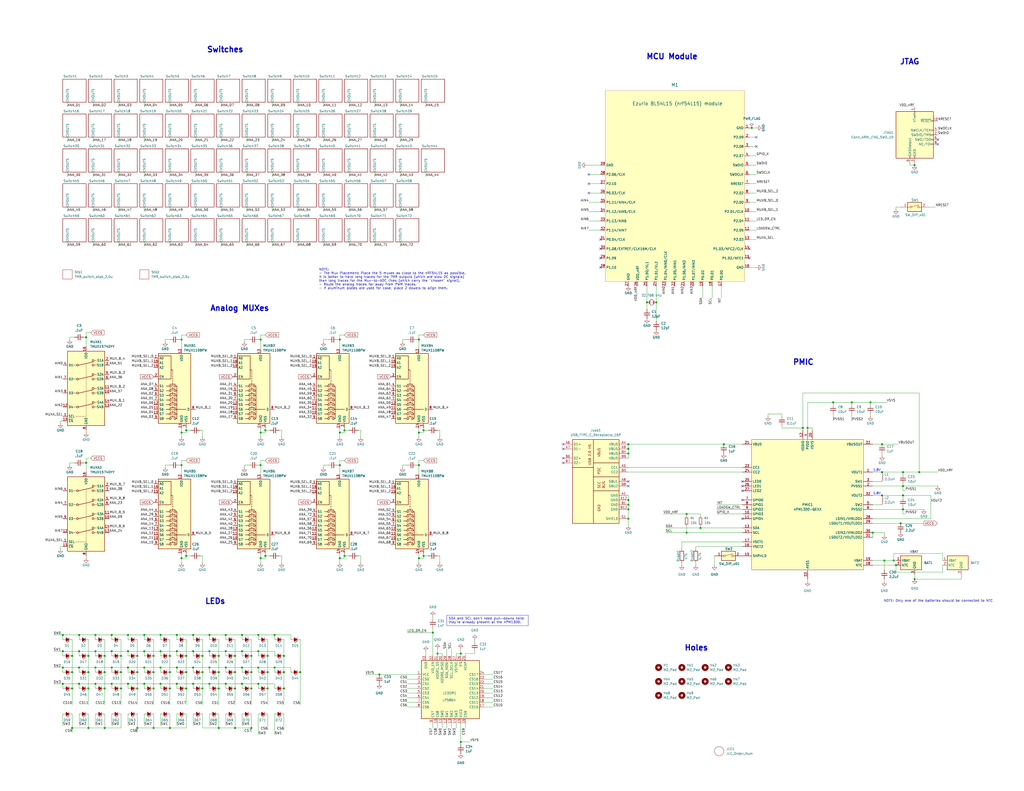
<source format=kicad_sch>
(kicad_sch (version 20250114) (generator "eeschema") (generator_version "9.0")
  (paper "C")
  (text "Holes" (at 373.38 355.6 0) (effects (font (size 3 3) (bold yes)) (justify left bottom)))
  (text "MCU Module" (at 352.552 32.766 0) (effects (font (size 3 3) (bold yes)) (justify left bottom)))
  (text "NOTE: Only one of the batteries should be connected to NTC" (at 512.064 328.168 0) (effects (font (size 1.27 1.27))))
  (text "1.8V" (at 478.536 256.794 0) (effects (font (size 1.27 1.27))))
  (text "JTAG" (at 490.982 35.56 0) (effects (font (size 3 3) (bold yes)) (justify left bottom)))
  (text "Analog MUXes" (at 114.554 170.18 0) (effects (font (size 3 3) (bold yes)) (justify left bottom)))
  (text "LEDs" (at 111.76 330.2 0) (effects (font (size 3 3) (bold yes)) (justify left bottom)))
  (text "PMIC" (at 432.562 199.644 0) (effects (font (size 3 3) (bold yes)) (justify left bottom)))
  (text "NOTE:\n- The Mux Placement: Place the 5 muxes as close to the nRF54L15 as possible. \nIt is better to have long traces for the TMR outputs (which are slow DC signals) \nthan long traces for the Mux-to-ADC lines (which carry the \"chosen\" signal).\n- Route the analog traces far away from PWM traces.\n- If aluminum plates are used for case, place 2 dowels to align them.\n" (at 173.99 158.242 0) (effects (font (size 1.27 1.27)) (justify left bottom)))
  (text "Switches" (at 112.776 28.956 0) (effects (font (size 3 3) (bold yes)) (justify left bottom)))
  (text "1.8V" (at 478.536 269.494 0) (effects (font (size 1.27 1.27))))
  (text_box "SDA and SCL don't need pull-downs here; \nthey're already present at the nPM1300.\n" (at 243.84 335.915 0) (size 44.45 5.715) (margins 0.9525 0.9525 0.9525 0.9525) (effects (font (size 1.27 1.27)) (justify left top)))
  (junction (at 342.9 245.11))
  (junction (at 142.24 185.42))
  (junction (at 48.26 358.14))
  (junction (at 123.19 373.38))
  (junction (at 144.78 234.95))
  (junction (at 114.3 364.49))
  (junction (at 123.19 364.49))
  (junction (at 83.82 397.51))
  (junction (at 185.42 304.8))
  (junction (at 132.08 355.6))
  (junction (at 48.26 375.92))
  (junction (at 48.26 397.51))
  (junction (at 137.16 358.14))
  (junction (at 43.18 346.71))
  (junction (at 92.71 397.51))
  (junction (at 39.37 367.03))
  (junction (at 128.27 397.51))
  (junction (at 101.6 303.53))
  (junction (at 92.71 358.14))
  (junction (at 146.05 358.14))
  (junction (at 52.07 364.49))
  (junction (at 96.52 364.49))
  (junction (at 140.97 355.6))
  (junction (at 83.82 367.03))
  (junction (at 34.29 373.38))
  (junction (at 140.97 373.38))
  (junction (at 83.82 375.92))
  (junction (at 39.37 375.92))
  (junction (at 454.66 219.71))
  (junction (at 142.24 304.8))
  (junction (at 96.52 355.6))
  (junction (at 342.9 283.21))
  (junction (at 96.52 346.71))
  (junction (at 185.42 254))
  (junction (at 358.14 165.1))
  (junction (at 491.49 285.75))
  (junction (at 132.08 373.38))
  (junction (at 114.3 355.6))
  (junction (at 101.6 358.14))
  (junction (at 481.33 270.51))
  (junction (at 110.49 367.03))
  (junction (at 99.06 185.42))
  (junction (at 105.41 373.38))
  (junction (at 128.27 367.03))
  (junction (at 119.38 397.51))
  (junction (at 231.14 234.95))
  (junction (at 57.15 367.03))
  (junction (at 438.15 233.68))
  (junction (at 46.99 184.15))
  (junction (at 142.24 254))
  (junction (at 394.97 242.57))
  (junction (at 69.85 364.49))
  (junction (at 60.96 355.6))
  (junction (at 132.08 364.49))
  (junction (at 149.86 346.71))
  (junction (at 185.42 236.22))
  (junction (at 99.06 304.8))
  (junction (at 92.71 375.92))
  (junction (at 185.42 185.42))
  (junction (at 83.82 358.14))
  (junction (at 57.15 397.51))
  (junction (at 114.3 373.38))
  (junction (at 60.96 346.71))
  (junction (at 34.29 355.6))
  (junction (at 342.9 247.65))
  (junction (at 501.65 257.81))
  (junction (at 187.96 234.95))
  (junction (at 228.6 304.8))
  (junction (at 74.93 397.51))
  (junction (at 342.9 242.57))
  (junction (at 105.41 346.71))
  (junction (at 87.63 364.49))
  (junction (at 137.16 367.03))
  (junction (at 487.68 306.07))
  (junction (at 119.38 367.03))
  (junction (at 132.08 346.71))
  (junction (at 34.29 364.49))
  (junction (at 481.33 257.81))
  (junction (at 48.26 367.03))
  (junction (at 87.63 373.38))
  (junction (at 78.74 364.49))
  (junction (at 39.37 397.51))
  (junction (at 87.63 355.6))
  (junction (at 228.6 185.42))
  (junction (at 207.01 368.3))
  (junction (at 46.99 252.73))
  (junction (at 66.04 358.14))
  (junction (at 99.06 254))
  (junction (at 74.93 375.92))
  (junction (at 69.85 346.71))
  (junction (at 154.94 358.14))
  (junction (at 146.05 367.03))
  (junction (at 137.16 397.51))
  (junction (at 492.76 265.43))
  (junction (at 110.49 358.14))
  (junction (at 146.05 375.92))
  (junction (at 52.07 355.6))
  (junction (at 163.83 367.03))
  (junction (at 119.38 375.92))
  (junction (at 154.94 367.03))
  (junction (at 101.6 375.92))
  (junction (at 440.69 233.68))
  (junction (at 187.96 303.53))
  (junction (at 123.19 355.6))
  (junction (at 78.74 346.71))
  (junction (at 228.6 254))
  (junction (at 69.85 355.6))
  (junction (at 149.86 364.49))
  (junction (at 105.41 364.49))
  (junction (at 43.18 373.38))
  (junction (at 66.04 367.03))
  (junction (at 481.33 242.57))
  (junction (at 140.97 346.71))
  (junction (at 105.41 355.6))
  (junction (at 499.11 316.23))
  (junction (at 137.16 375.92))
  (junction (at 128.27 358.14))
  (junction (at 474.98 219.71))
  (junction (at 342.9 278.13))
  (junction (at 123.19 346.71))
  (junction (at 238.76 356.87))
  (junction (at 78.74 373.38))
  (junction (at 154.94 375.92))
  (junction (at 228.6 236.22))
  (junction (at 374.65 280.67))
  (junction (at 482.6 306.07))
  (junction (at 60.96 364.49))
  (junction (at 110.49 375.92))
  (junction (at 69.85 373.38))
  (junction (at 99.06 236.22))
  (junction (at 87.63 346.71))
  (junction (at 92.71 367.03))
  (junction (at 74.93 367.03))
  (junction (at 144.78 303.53))
  (junction (at 78.74 355.6))
  (junction (at 34.29 346.71))
  (junction (at 410.21 69.85))
  (junction (at 476.25 290.83))
  (junction (at 96.52 373.38))
  (junction (at 464.82 219.71))
  (junction (at 57.15 358.14))
  (junction (at 52.07 346.71))
  (junction (at 342.9 273.05))
  (junction (at 342.9 275.59))
  (junction (at 114.3 346.71))
  (junction (at 374.65 290.83))
  (junction (at 128.27 375.92))
  (junction (at 39.37 358.14))
  (junction (at 492.76 278.13))
  (junction (at 119.38 358.14))
  (junction (at 57.15 375.92))
  (junction (at 492.76 257.81))
  (junction (at 488.95 308.61))
  (junction (at 231.14 303.53))
  (junction (at 66.04 375.92))
  (junction (at 101.6 367.03))
  (junction (at 52.07 373.38))
  (junction (at 140.97 364.49))
  (junction (at 43.18 364.49))
  (junction (at 101.6 234.95))
  (junction (at 492.76 270.51))
  (junction (at 43.18 355.6))
  (junction (at 251.46 405.13))
  (junction (at 499.11 90.17))
  (junction (at 236.22 345.44))
  (junction (at 353.06 165.1))
  (junction (at 382.27 288.29))
  (junction (at 60.96 373.38))
  (junction (at 251.46 356.87))
  (junction (at 142.24 236.22))
  (junction (at 74.93 358.14))
  (no_connect (at 405.13 273.05))
  (no_connect (at 342.9 265.43))
  (no_connect (at 307.34 242.57))
  (no_connect (at 511.81 78.74))
  (no_connect (at 408.94 135.89))
  (no_connect (at 412.75 74.93))
  (no_connect (at 307.34 250.19))
  (no_connect (at 307.34 252.73))
  (no_connect (at 511.81 76.2))
  (no_connect (at 307.34 245.11))
  (no_connect (at 327.66 130.81))
  (no_connect (at 327.66 140.97))
  (no_connect (at 408.94 140.97))
  (no_connect (at 405.13 283.21))
  (no_connect (at 405.13 262.89))
  (no_connect (at 327.66 135.89))
  (no_connect (at 412.75 80.01))
  (no_connect (at 342.9 262.89))
  (no_connect (at 321.31 100.33))
  (no_connect (at 405.13 267.97))
  (no_connect (at 327.66 146.05))
  (no_connect (at 321.31 105.41))
  (no_connect (at 405.13 265.43))
  (no_connect (at 321.31 95.25))
  (wire (pts (xy 110.49 234.95) (xy 110.49 238.76)))
  (wire (pts (xy 123.19 389.89) (xy 123.19 396.24)))
  (wire (pts (xy 96.52 373.38) (xy 105.41 373.38)))
  (wire (pts (xy 251.46 405.13) (xy 256.54 405.13)))
  (wire (pts (xy 243.84 394.97) (xy 243.84 397.51)))
  (wire (pts (xy 64.77 74.93) (xy 64.77 77.47)))
  (wire (pts (xy 196.85 303.53) (xy 196.85 307.34)))
  (wire (pts (xy 238.76 234.95) (xy 240.03 234.95)))
  (wire (pts (xy 154.94 375.92) (xy 154.94 384.81)))
  (wire (pts (xy 132.08 355.6) (xy 132.08 358.14)))
  (wire (pts (xy 222.25 254) (xy 219.71 254)))
  (wire (pts (xy 241.3 358.14) (xy 241.3 356.87)))
  (wire (pts (xy 514.35 312.42) (xy 488.95 312.42)))
  (wire (pts (xy 240.03 303.53) (xy 240.03 307.34)))
  (wire (pts (xy 46.99 257.81) (xy 46.99 252.73)))
  (wire (pts (xy 426.72 227.33) (xy 426.72 226.06)))
  (wire (pts (xy 492.76 278.13) (xy 492.76 276.86)))
  (wire (pts (xy 135.89 185.42) (xy 133.35 185.42)))
  (wire (pts (xy 222.25 373.38) (xy 227.33 373.38)))
  (wire (pts (xy 321.31 105.41) (xy 327.66 105.41)))
  (wire (pts (xy 50.8 113.03) (xy 50.8 115.57)))
  (wire (pts (xy 99.06 190.5) (xy 99.06 185.42)))
  (wire (pts (xy 78.74 364.49) (xy 87.63 364.49)))
  (wire (pts (xy 66.04 367.03) (xy 66.04 375.92)))
  (wire (pts (xy 99.06 233.68) (xy 99.06 236.22)))
  (wire (pts (xy 105.41 364.49) (xy 114.3 364.49)))
  (wire (pts (xy 69.85 373.38) (xy 78.74 373.38)))
  (wire (pts (xy 101.6 236.22) (xy 99.06 236.22)))
  (wire (pts (xy 135.89 254) (xy 133.35 254)))
  (wire (pts (xy 464.82 226.06) (xy 464.82 229.87)))
  (wire (pts (xy 476.25 262.89) (xy 481.33 262.89)))
  (wire (pts (xy 34.29 373.38) (xy 43.18 373.38)))
  (wire (pts (xy 231.14 233.68) (xy 231.14 234.95)))
  (wire (pts (xy 176.53 132.08) (xy 176.53 134.62)))
  (wire (pts (xy 120.65 55.88) (xy 120.65 58.42)))
  (wire (pts (xy 78.74 113.03) (xy 78.74 115.57)))
  (wire (pts (xy 363.22 288.29) (xy 382.27 288.29)))
  (wire (pts (xy 154.94 389.89) (xy 154.94 398.78)))
  (wire (pts (xy 238.76 394.97) (xy 238.76 397.51)))
  (wire (pts (xy 87.63 355.6) (xy 96.52 355.6)))
  (wire (pts (xy 52.07 346.71) (xy 52.07 349.25)))
  (wire (pts (xy 60.96 364.49) (xy 69.85 364.49)))
  (wire (pts (xy 231.14 234.95) (xy 231.14 236.22)))
  (wire (pts (xy 353.06 156.21) (xy 353.06 165.1)))
  (wire (pts (xy 218.44 113.03) (xy 218.44 115.57)))
  (wire (pts (xy 482.6 306.07) (xy 482.6 311.15)))
  (wire (pts (xy 87.63 346.71) (xy 96.52 346.71)))
  (wire (pts (xy 176.53 185.42) (xy 176.53 186.69)))
  (wire (pts (xy 34.29 364.49) (xy 34.29 367.03)))
  (wire (pts (xy 144.78 236.22) (xy 142.24 236.22)))
  (wire (pts (xy 140.97 389.89) (xy 140.97 401.32)))
  (wire (pts (xy 78.74 373.38) (xy 87.63 373.38)))
  (wire (pts (xy 492.76 270.51) (xy 508 270.51)))
  (wire (pts (xy 46.99 181.61) (xy 46.99 184.15)))
  (wire (pts (xy 514.35 306.07) (xy 514.35 302.26)))
  (wire (pts (xy 185.42 304.8) (xy 185.42 307.34)))
  (wire (pts (xy 74.93 375.92) (xy 74.93 384.81)))
  (wire (pts (xy 232.41 93.98) (xy 232.41 96.52)))
  (wire (pts (xy 443.23 233.68) (xy 440.69 233.68)))
  (wire (pts (xy 248.92 394.97) (xy 248.92 397.51)))
  (wire (pts (xy 476.25 278.13) (xy 492.76 278.13)))
  (wire (pts (xy 78.74 346.71) (xy 87.63 346.71)))
  (wire (pts (xy 74.93 349.25) (xy 74.93 358.14)))
  (wire (pts (xy 228.6 304.8) (xy 228.6 307.34)))
  (wire (pts (xy 137.16 389.89) (xy 137.16 397.51)))
  (wire (pts (xy 87.63 389.89) (xy 87.63 396.24)))
  (wire (pts (xy 57.15 358.14) (xy 57.15 367.03)))
  (wire (pts (xy 133.35 254) (xy 133.35 255.27)))
  (wire (pts (xy 454.66 219.71) (xy 454.66 220.98)))
  (wire (pts (xy 69.85 346.71) (xy 69.85 349.25)))
  (wire (pts (xy 34.29 355.6) (xy 43.18 355.6)))
  (wire (pts (xy 162.56 113.03) (xy 162.56 115.57)))
  (wire (pts (xy 128.27 367.03) (xy 128.27 375.92)))
  (wire (pts (xy 219.71 185.42) (xy 219.71 186.69)))
  (wire (pts (xy 144.78 251.46) (xy 142.24 251.46)))
  (wire (pts (xy 114.3 355.6) (xy 123.19 355.6)))
  (wire (pts (xy 57.15 375.92) (xy 57.15 384.81)))
  (wire (pts (xy 60.96 373.38) (xy 69.85 373.38)))
  (wire (pts (xy 101.6 251.46) (xy 99.06 251.46)))
  (wire (pts (xy 52.07 355.6) (xy 52.07 358.14)))
  (wire (pts (xy 482.6 306.07) (xy 487.68 306.07)))
  (wire (pts (xy 92.71 113.03) (xy 92.71 115.57)))
  (wire (pts (xy 196.85 234.95) (xy 196.85 238.76)))
  (wire (pts (xy 90.17 254) (xy 90.17 255.27)))
  (wire (pts (xy 33.02 229.87) (xy 33.02 231.14)))
  (wire (pts (xy 236.22 342.9) (xy 236.22 345.44)))
  (wire (pts (xy 379.73 307.34) (xy 379.73 308.61)))
  (wire (pts (xy 187.96 302.26) (xy 187.96 303.53)))
  (wire (pts (xy 149.86 373.38) (xy 149.86 375.92)))
  (wire (pts (xy 358.14 156.21) (xy 358.14 165.1)))
  (wire (pts (xy 382.27 287.02) (xy 382.27 288.29)))
  (wire (pts (xy 222.25 375.92) (xy 227.33 375.92)))
  (wire (pts (xy 128.27 389.89) (xy 128.27 397.51)))
  (wire (pts (xy 114.3 355.6) (xy 114.3 358.14)))
  (wire (pts (xy 132.08 389.89) (xy 132.08 396.24)))
  (wire (pts (xy 43.18 373.38) (xy 52.07 373.38)))
  (wire (pts (xy 99.06 185.42) (xy 97.79 185.42)))
  (wire (pts (xy 60.96 389.89) (xy 60.96 396.24)))
  (wire (pts (xy 50.8 74.93) (xy 50.8 77.47)))
  (wire (pts (xy 391.16 280.67) (xy 405.13 280.67)))
  (wire (pts (xy 524.51 316.23) (xy 499.11 316.23)))
  (wire (pts (xy 358.14 165.1) (xy 358.14 175.26)))
  (wire (pts (xy 153.67 234.95) (xy 153.67 238.76)))
  (wire (pts (xy 207.01 368.3) (xy 227.33 368.3)))
  (wire (pts (xy 134.62 113.03) (xy 134.62 115.57)))
  (wire (pts (xy 374.65 290.83) (xy 405.13 290.83)))
  (wire (pts (xy 101.6 303.53) (xy 104.14 303.53)))
  (wire (pts (xy 101.6 349.25) (xy 101.6 358.14)))
  (wire (pts (xy 144.78 182.88) (xy 142.24 182.88)))
  (wire (pts (xy 29.21 346.71) (xy 34.29 346.71)))
  (wire (pts (xy 176.53 74.93) (xy 176.53 77.47)))
  (wire (pts (xy 105.41 364.49) (xy 105.41 367.03)))
  (wire (pts (xy 440.69 219.71) (xy 454.66 219.71)))
  (wire (pts (xy 228.6 302.26) (xy 228.6 304.8)))
  (wire (pts (xy 66.04 349.25) (xy 66.04 358.14)))
  (wire (pts (xy 228.6 259.08) (xy 228.6 254)))
  (wire (pts (xy 190.5 132.08) (xy 190.5 134.62)))
  (wire (pts (xy 269.24 375.92) (xy 264.16 375.92)))
  (wire (pts (xy 38.1 184.15) (xy 38.1 185.42)))
  (wire (pts (xy 443.23 234.95) (xy 443.23 233.68)))
  (wire (pts (xy 499.11 313.69) (xy 499.11 316.23)))
  (wire (pts (xy 87.63 355.6) (xy 87.63 358.14)))
  (wire (pts (xy 92.71 397.51) (xy 83.82 397.51)))
  (wire (pts (xy 179.07 254) (xy 176.53 254)))
  (wire (pts (xy 96.52 355.6) (xy 105.41 355.6)))
  (wire (pts (xy 372.11 307.34) (xy 372.11 308.61)))
  (wire (pts (xy 64.77 113.03) (xy 64.77 115.57)))
  (wire (pts (xy 133.35 185.42) (xy 133.35 186.69)))
  (wire (pts (xy 142.24 185.42) (xy 140.97 185.42)))
  (wire (pts (xy 87.63 373.38) (xy 96.52 373.38)))
  (wire (pts (xy 152.4 303.53) (xy 153.67 303.53)))
  (wire (pts (xy 222.25 185.42) (xy 219.71 185.42)))
  (wire (pts (xy 491.49 285.75) (xy 504.19 285.75)))
  (wire (pts (xy 92.71 254) (xy 90.17 254)))
  (wire (pts (xy 66.04 397.51) (xy 57.15 397.51)))
  (wire (pts (xy 218.44 55.88) (xy 218.44 58.42)))
  (wire (pts (xy 106.68 74.93) (xy 106.68 77.47)))
  (wire (pts (xy 410.21 69.85) (xy 412.75 69.85)))
  (wire (pts (xy 83.82 358.14) (xy 83.82 367.03)))
  (wire (pts (xy 49.53 181.61) (xy 46.99 181.61)))
  (wire (pts (xy 52.07 346.71) (xy 60.96 346.71)))
  (wire (pts (xy 426.72 226.06) (xy 419.1 226.06)))
  (wire (pts (xy 106.68 55.88) (xy 106.68 58.42)))
  (wire (pts (xy 248.92 356.87) (xy 251.46 356.87)))
  (wire (pts (xy 251.46 356.87) (xy 251.46 358.14)))
  (wire (pts (xy 232.41 355.6) (xy 232.41 358.14)))
  (wire (pts (xy 92.71 132.08) (xy 92.71 134.62)))
  (wire (pts (xy 34.29 364.49) (xy 43.18 364.49)))
  (wire (pts (xy 327.66 115.57) (xy 321.31 115.57)))
  (wire (pts (xy 222.25 381) (xy 227.33 381)))
  (wire (pts (xy 153.67 303.53) (xy 153.67 307.34)))
  (wire (pts (xy 228.6 185.42) (xy 227.33 185.42)))
  (wire (pts (xy 142.24 233.68) (xy 142.24 236.22)))
  (wire (pts (xy 96.52 364.49) (xy 105.41 364.49)))
  (wire (pts (xy 109.22 234.95) (xy 110.49 234.95)))
  (wire (pts (xy 222.25 378.46) (xy 227.33 378.46)))
  (wire (pts (xy 144.78 234.95) (xy 147.32 234.95)))
  (wire (pts (xy 36.83 113.03) (xy 36.83 115.57)))
  (wire (pts (xy 132.08 373.38) (xy 132.08 375.92)))
  (wire (pts (xy 34.29 389.89) (xy 34.29 396.24)))
  (wire (pts (xy 382.27 280.67) (xy 382.27 281.94)))
  (wire (pts (xy 78.74 93.98) (xy 78.74 96.52)))
  (wire (pts (xy 231.14 304.8) (xy 228.6 304.8)))
  (wire (pts (xy 148.59 93.98) (xy 148.59 96.52)))
  (wire (pts (xy 105.41 346.71) (xy 114.3 346.71)))
  (wire (pts (xy 137.16 358.14) (xy 137.16 367.03)))
  (wire (pts (xy 105.41 355.6) (xy 114.3 355.6)))
  (wire (pts (xy 110.49 303.53) (xy 110.49 307.34)))
  (wire (pts (xy 144.78 302.26) (xy 144.78 303.53)))
  (wire (pts (xy 34.29 373.38) (xy 34.29 375.92)))
  (wire (pts (xy 132.08 346.71) (xy 140.97 346.71)))
  (wire (pts (xy 83.82 349.25) (xy 83.82 358.14)))
  (wire (pts (xy 474.98 219.71) (xy 483.87 219.71)))
  (wire (pts (xy 408.94 100.33) (xy 412.75 100.33)))
  (wire (pts (xy 187.96 236.22) (xy 185.42 236.22)))
  (wire (pts (xy 99.06 251.46) (xy 99.06 254)))
  (wire (pts (xy 187.96 234.95) (xy 187.96 236.22)))
  (wire (pts (xy 204.47 55.88) (xy 204.47 58.42)))
  (wire (pts (xy 408.94 95.25) (xy 412.75 95.25)))
  (wire (pts (xy 96.52 346.71) (xy 96.52 349.25)))
  (wire (pts (xy 374.65 287.02) (xy 374.65 290.83)))
  (wire (pts (xy 163.83 367.03) (xy 163.83 384.81)))
  (wire (pts (xy 382.27 288.29) (xy 405.13 288.29)))
  (wire (pts (xy 240.03 234.95) (xy 240.03 238.76)))
  (wire (pts (xy 142.24 251.46) (xy 142.24 254)))
  (wire (pts (xy 222.25 370.84) (xy 227.33 370.84)))
  (wire (pts (xy 123.19 346.71) (xy 123.19 349.25)))
  (wire (pts (xy 105.41 355.6) (xy 105.41 358.14)))
  (wire (pts (xy 134.62 93.98) (xy 134.62 96.52)))
  (wire (pts (xy 187.96 251.46) (xy 185.42 251.46)))
  (wire (pts (xy 140.97 346.71) (xy 140.97 349.25)))
  (wire (pts (xy 99.06 304.8) (xy 99.06 307.34)))
  (wire (pts (xy 40.64 184.15) (xy 38.1 184.15)))
  (wire (pts (xy 148.59 55.88) (xy 148.59 58.42)))
  (wire (pts (xy 114.3 364.49) (xy 114.3 367.03)))
  (wire (pts (xy 440.69 233.68) (xy 440.69 219.71)))
  (wire (pts (xy 119.38 349.25) (xy 119.38 358.14)))
  (wire (pts (xy 231.14 182.88) (xy 228.6 182.88)))
  (wire (pts (xy 419.1 226.06) (xy 419.1 227.33)))
  (wire (pts (xy 46.99 252.73) (xy 45.72 252.73)))
  (wire (pts (xy 57.15 397.51) (xy 48.26 397.51)))
  (wire (pts (xy 152.4 234.95) (xy 153.67 234.95)))
  (wire (pts (xy 36.83 55.88) (xy 36.83 58.42)))
  (wire (pts (xy 264.16 368.3) (xy 269.24 368.3)))
  (wire (pts (xy 110.49 349.25) (xy 110.49 358.14)))
  (wire (pts (xy 43.18 346.71) (xy 52.07 346.71)))
  (wire (pts (xy 438.15 233.68) (xy 426.72 233.68)))
  (wire (pts (xy 69.85 355.6) (xy 69.85 358.14)))
  (wire (pts (xy 110.49 389.89) (xy 110.49 397.51)))
  (wire (pts (xy 492.76 267.97) (xy 492.76 265.43)))
  (wire (pts (xy 99.06 182.88) (xy 99.06 185.42)))
  (wire (pts (xy 254 358.14) (xy 254 356.87)))
  (wire (pts (xy 251.46 354.33) (xy 251.46 356.87)))
  (wire (pts (xy 476.25 290.83) (xy 476.25 293.37)))
  (wire (pts (xy 238.76 354.33) (xy 238.76 356.87)))
  (wire (pts (xy 92.71 349.25) (xy 92.71 358.14)))
  (wire (pts (xy 269.24 370.84) (xy 264.16 370.84)))
  (wire (pts (xy 488.95 113.03) (xy 488.95 114.3)))
  (wire (pts (xy 92.71 55.88) (xy 92.71 58.42)))
  (wire (pts (xy 99.06 254) (xy 97.79 254)))
  (wire (pts (xy 231.14 302.26) (xy 231.14 303.53)))
  (wire (pts (xy 405.13 298.45) (xy 379.73 298.45)))
  (wire (pts (xy 228.6 182.88) (xy 228.6 185.42)))
  (wire (pts (xy 48.26 389.89) (xy 48.26 397.51)))
  (wire (pts (xy 218.44 132.08) (xy 218.44 134.62)))
  (wire (pts (xy 474.98 226.06) (xy 474.98 227.33)))
  (wire (pts (xy 179.07 185.42) (xy 176.53 185.42)))
  (wire (pts (xy 78.74 355.6) (xy 78.74 358.14)))
  (wire (pts (xy 327.66 125.73) (xy 321.31 125.73)))
  (wire (pts (xy 52.07 389.89) (xy 52.07 396.24)))
  (wire (pts (xy 185.42 251.46) (xy 185.42 254)))
  (wire (pts (xy 39.37 375.92) (xy 39.37 384.81)))
  (wire (pts (xy 187.96 182.88) (xy 185.42 182.88)))
  (wire (pts (xy 83.82 397.51) (xy 74.93 397.51)))
  (wire (pts (xy 140.97 373.38) (xy 140.97 375.92)))
  (wire (pts (xy 342.9 247.65) (xy 342.9 250.19)))
  (wire (pts (xy 158.75 346.71) (xy 158.75 349.25)))
  (wire (pts (xy 492.76 257.81) (xy 492.76 259.08)))
  (wire (pts (xy 185.42 190.5) (xy 185.42 185.42)))
  (wire (pts (xy 269.24 386.08) (xy 264.16 386.08)))
  (wire (pts (xy 327.66 110.49) (xy 321.31 110.49)))
  (wire (pts (xy 154.94 349.25) (xy 154.94 358.14)))
  (wire (pts (xy 204.47 132.08) (xy 204.47 134.62)))
  (wire (pts (xy 492.76 270.51) (xy 492.76 271.78)))
  (wire (pts (xy 43.18 389.89) (xy 43.18 396.24)))
  (wire (pts (xy 481.33 257.81) (xy 492.76 257.81)))
  (wire (pts (xy 105.41 373.38) (xy 105.41 375.92)))
  (wire (pts (xy 39.37 389.89) (xy 39.37 397.51)))
  (wire (pts (xy 134.62 132.08) (xy 134.62 134.62)))
  (wire (pts (xy 408.94 74.93) (xy 412.75 74.93)))
  (wire (pts (xy 140.97 355.6) (xy 140.97 358.14)))
  (wire (pts (xy 78.74 55.88) (xy 78.74 58.42)))
  (wire (pts (xy 92.71 375.92) (xy 92.71 384.81)))
  (wire (pts (xy 228.6 251.46) (xy 228.6 254)))
  (wire (pts (xy 48.26 358.14) (xy 48.26 367.03)))
  (wire (pts (xy 492.76 265.43) (xy 511.81 265.43)))
  (wire (pts (xy 408.94 110.49) (xy 412.75 110.49)))
  (wire (pts (xy 149.86 364.49) (xy 149.86 367.03)))
  (wire (pts (xy 176.53 93.98) (xy 176.53 96.52)))
  (wire (pts (xy 476.25 242.57) (xy 481.33 242.57)))
  (wire (pts (xy 87.63 373.38) (xy 87.63 375.92)))
  (wire (pts (xy 501.65 214.63) (xy 438.15 214.63)))
  (wire (pts (xy 321.31 95.25) (xy 327.66 95.25)))
  (wire (pts (xy 132.08 373.38) (xy 140.97 373.38)))
  (wire (pts (xy 476.25 275.59) (xy 481.33 275.59)))
  (wire (pts (xy 514.35 308.61) (xy 514.35 312.42)))
  (wire (pts (xy 496.57 88.9) (xy 496.57 90.17)))
  (wire (pts (xy 101.6 234.95) (xy 104.14 234.95)))
  (wire (pts (xy 74.93 358.14) (xy 74.93 367.03)))
  (wire (pts (xy 92.71 93.98) (xy 92.71 96.52)))
  (wire (pts (xy 48.26 349.25) (xy 48.26 358.14)))
  (wire (pts (xy 142.24 236.22) (xy 142.24 238.76)))
  (wire (pts (xy 83.82 389.89) (xy 83.82 397.51)))
  (wire (pts (xy 96.52 355.6) (xy 96.52 358.14)))
  (wire (pts (xy 195.58 303.53) (xy 196.85 303.53)))
  (wire (pts (xy 90.17 185.42) (xy 90.17 186.69)))
  (wire (pts (xy 231.14 303.53) (xy 233.68 303.53)))
  (wire (pts (xy 185.42 254) (xy 184.15 254)))
  (wire (pts (xy 218.44 93.98) (xy 218.44 96.52)))
  (wire (pts (xy 187.96 233.68) (xy 187.96 234.95)))
  (wire (pts (xy 46.99 234.95) (xy 46.99 236.22)))
  (wire (pts (xy 140.97 364.49) (xy 140.97 367.03)))
  (wire (pts (xy 185.42 185.42) (xy 184.15 185.42)))
  (wire (pts (xy 29.21 355.6) (xy 34.29 355.6)))
  (wire (pts (xy 363.22 290.83) (xy 374.65 290.83)))
  (wire (pts (xy 231.14 234.95) (xy 233.68 234.95)))
  (wire (pts (xy 372.11 295.91) (xy 372.11 299.72)))
  (wire (pts (xy 114.3 346.71) (xy 114.3 349.25)))
  (wire (pts (xy 231.14 236.22) (xy 228.6 236.22)))
  (wire (pts (xy 128.27 375.92) (xy 128.27 384.81)))
  (wire (pts (xy 119.38 389.89) (xy 119.38 397.51)))
  (wire (pts (xy 96.52 389.89) (xy 96.52 396.24)))
  (wire (pts (xy 342.9 245.11) (xy 342.9 247.65)))
  (wire (pts (xy 142.24 254) (xy 140.97 254)))
  (wire (pts (xy 408.94 130.81) (xy 412.75 130.81)))
  (wire (pts (xy 440.69 316.23) (xy 440.69 317.5)))
  (wire (pts (xy 204.47 74.93) (xy 204.47 77.47)))
  (wire (pts (xy 506.73 113.03) (xy 510.54 113.03)))
  (wire (pts (xy 426.72 233.68) (xy 426.72 232.41)))
  (wire (pts (xy 176.53 55.88) (xy 176.53 58.42)))
  (wire (pts (xy 162.56 132.08) (xy 162.56 134.62)))
  (wire (pts (xy 106.68 93.98) (xy 106.68 96.52)))
  (wire (pts (xy 241.3 356.87) (xy 238.76 356.87)))
  (wire (pts (xy 87.63 364.49) (xy 96.52 364.49)))
  (wire (pts (xy 149.86 364.49) (xy 158.75 364.49)))
  (wire (pts (xy 269.24 378.46) (xy 264.16 378.46)))
  (wire (pts (xy 391.16 275.59) (xy 405.13 275.59)))
  (wire (pts (xy 78.74 346.71) (xy 78.74 349.25)))
  (wire (pts (xy 101.6 233.68) (xy 101.6 234.95)))
  (wire (pts (xy 99.06 236.22) (xy 99.06 238.76)))
  (wire (pts (xy 140.97 355.6) (xy 149.86 355.6)))
  (wire (pts (xy 204.47 93.98) (xy 204.47 96.52)))
  (wire (pts (xy 29.21 364.49) (xy 34.29 364.49)))
  (wire (pts (xy 43.18 355.6) (xy 43.18 358.14)))
  (wire (pts (xy 39.37 397.51) (xy 39.37 400.05)))
  (wire (pts (xy 342.9 255.27) (xy 405.13 255.27)))
  (wire (pts (xy 132.08 364.49) (xy 132.08 367.03)))
  (wire (pts (xy 464.82 219.71) (xy 464.82 220.98)))
  (wire (pts (xy 321.31 100.33) (xy 327.66 100.33)))
  (wire (pts (xy 185.42 259.08) (xy 185.42 254)))
  (wire (pts (xy 494.03 267.97) (xy 492.76 267.97)))
  (wire (pts (xy 87.63 364.49) (xy 87.63 367.03)))
  (wire (pts (xy 389.89 303.53) (xy 389.89 308.61)))
  (wire (pts (xy 101.6 303.53) (xy 101.6 304.8)))
  (wire (pts (xy 187.96 304.8) (xy 185.42 304.8)))
  (wire (pts (xy 83.82 375.92) (xy 83.82 384.81)))
  (wire (pts (xy 501.65 257.81) (xy 511.81 257.81)))
  (wire (pts (xy 251.46 394.97) (xy 251.46 405.13)))
  (wire (pts (xy 144.78 303.53) (xy 144.78 304.8)))
  (wire (pts (xy 190.5 113.03) (xy 190.5 115.57)))
  (wire (pts (xy 176.53 254) (xy 176.53 255.27)))
  (wire (pts (xy 140.97 346.71) (xy 149.86 346.71)))
  (wire (pts (xy 92.71 358.14) (xy 92.71 367.03)))
  (wire (pts (xy 52.07 373.38) (xy 52.07 375.92)))
  (wire (pts (xy 187.96 234.95) (xy 190.5 234.95)))
  (wire (pts (xy 524.51 313.69) (xy 524.51 316.23)))
  (wire (pts (xy 199.39 368.3) (xy 207.01 368.3)))
  (wire (pts (xy 149.86 346.71) (xy 149.86 349.25)))
  (wire (pts (xy 149.86 389.89) (xy 149.86 401.32)))
  (wire (pts (xy 43.18 364.49) (xy 52.07 364.49)))
  (wire (pts (xy 36.83 132.08) (xy 36.83 134.62)))
  (wire (pts (xy 342.9 242.57) (xy 342.9 245.11)))
  (wire (pts (xy 476.25 308.61) (xy 488.95 308.61)))
  (wire (pts (xy 96.52 373.38) (xy 96.52 375.92)))
  (wire (pts (xy 231.14 251.46) (xy 228.6 251.46)))
  (wire (pts (xy 132.08 346.71) (xy 132.08 349.25)))
  (wire (pts (xy 114.3 373.38) (xy 123.19 373.38)))
  (wire (pts (xy 114.3 389.89) (xy 114.3 396.24)))
  (wire (pts (xy 408.94 146.05) (xy 412.75 146.05)))
  (wire (pts (xy 228.6 190.5) (xy 228.6 185.42)))
  (wire (pts (xy 38.1 252.73) (xy 38.1 254)))
  (wire (pts (xy 119.38 367.03) (xy 119.38 375.92)))
  (wire (pts (xy 342.9 257.81) (xy 405.13 257.81)))
  (wire (pts (xy 374.65 280.67) (xy 374.65 281.94)))
  (wire (pts (xy 481.33 270.51) (xy 492.76 270.51)))
  (wire (pts (xy 408.94 80.01) (xy 412.75 80.01)))
  (wire (pts (xy 231.14 303.53) (xy 231.14 304.8)))
  (wire (pts (xy 109.22 303.53) (xy 110.49 303.53)))
  (wire (pts (xy 99.06 259.08) (xy 99.06 254)))
  (wire (pts (xy 39.37 349.25) (xy 39.37 358.14)))
  (wire (pts (xy 176.53 113.03) (xy 176.53 115.57)))
  (wire (pts (xy 101.6 375.92) (xy 101.6 384.81)))
  (wire (pts (xy 144.78 234.95) (xy 144.78 236.22)))
  (wire (pts (xy 39.37 358.14) (xy 39.37 367.03)))
  (wire (pts (xy 114.3 364.49) (xy 123.19 364.49)))
  (wire (pts (xy 114.3 346.71) (xy 123.19 346.71)))
  (wire (pts (xy 236.22 336.55) (xy 236.22 337.82)))
  (wire (pts (xy 105.41 389.89) (xy 105.41 396.24)))
  (wire (pts (xy 149.86 346.71) (xy 158.75 346.71)))
  (wire (pts (xy 454.66 219.71) (xy 464.82 219.71)))
  (wire (pts (xy 78.74 74.93) (xy 78.74 77.47)))
  (wire (pts (xy 408.94 120.65) (xy 412.75 120.65)))
  (wire (pts (xy 476.25 290.83) (xy 482.6 290.83)))
  (wire (pts (xy 34.29 229.87) (xy 33.02 229.87)))
  (wire (pts (xy 254 356.87) (xy 259.08 356.87)))
  (wire (pts (xy 34.29 298.45) (xy 33.02 298.45)))
  (wire (pts (xy 148.59 132.08) (xy 148.59 134.62)))
  (wire (pts (xy 43.18 346.71) (xy 43.18 349.25)))
  (wire (pts (xy 190.5 55.88) (xy 190.5 58.42)))
  (wire (pts (xy 123.19 346.71) (xy 132.08 346.71)))
  (wire (pts (xy 408.94 125.73) (xy 412.75 125.73)))
  (wire (pts (xy 57.15 389.89) (xy 57.15 397.51)))
  (wire (pts (xy 481.33 242.57) (xy 490.22 242.57)))
  (wire (pts (xy 128.27 349.25) (xy 128.27 358.14)))
  (wire (pts (xy 106.68 132.08) (xy 106.68 134.62)))
  (wire (pts (xy 269.24 373.38) (xy 264.16 373.38)))
  (wire (pts (xy 408.94 90.17) (xy 412.75 90.17)))
  (wire (pts (xy 46.99 184.15) (xy 46.99 189.23)))
  (wire (pts (xy 128.27 397.51) (xy 137.16 397.51)))
  (wire (pts (xy 120.65 113.03) (xy 120.65 115.57)))
  (wire (pts (xy 408.94 69.85) (xy 410.21 69.85)))
  (wire (pts (xy 394.97 242.57) (xy 405.13 242.57)))
  (wire (pts (xy 482.6 316.23) (xy 482.6 317.5)))
  (wire (pts (xy 64.77 55.88) (xy 64.77 58.42)))
  (wire (pts (xy 185.42 233.68) (xy 185.42 236.22)))
  (wire (pts (xy 487.68 302.26) (xy 487.68 306.07)))
  (wire (pts (xy 187.96 303.53) (xy 190.5 303.53)))
  (wire (pts (xy 132.08 364.49) (xy 140.97 364.49)))
  (wire (pts (xy 492.76 265.43) (xy 492.76 264.16)))
  (wire (pts (xy 50.8 132.08) (xy 50.8 134.62)))
  (wire (pts (xy 144.78 233.68) (xy 144.78 234.95)))
  (wire (pts (xy 254 394.97) (xy 254 397.51)))
  (wire (pts (xy 476.25 257.81) (xy 481.33 257.81)))
  (wire (pts (xy 69.85 346.71) (xy 78.74 346.71)))
  (wire (pts (xy 92.71 389.89) (xy 92.71 397.51)))
  (wire (pts (xy 46.99 184.15) (xy 45.72 184.15)))
  (wire (pts (xy 43.18 355.6) (xy 52.07 355.6)))
  (wire (pts (xy 50.8 93.98) (xy 50.8 96.52)))
  (wire (pts (xy 78.74 373.38) (xy 78.74 375.92)))
  (wire (pts (xy 57.15 349.25) (xy 57.15 358.14)))
  (wire (pts (xy 236.22 345.44) (xy 236.22 358.14)))
  (wire (pts (xy 78.74 389.89) (xy 78.74 396.24)))
  (wire (pts (xy 494.03 280.67) (xy 492.76 280.67)))
  (wire (pts (xy 499.11 88.9) (xy 499.11 90.17)))
  (wire (pts (xy 60.96 355.6) (xy 60.96 358.14)))
  (wire (pts (xy 33.02 298.45) (xy 33.02 299.72)))
  (wire (pts (xy 269.24 383.54) (xy 264.16 383.54)))
  (wire (pts (xy 60.96 346.71) (xy 60.96 349.25)))
  (wire (pts (xy 57.15 367.03) (xy 57.15 375.92)))
  (wire (pts (xy 228.6 233.68) (xy 228.6 236.22)))
  (wire (pts (xy 137.16 375.92) (xy 137.16 384.81)))
  (wire (pts (xy 405.13 295.91) (xy 372.11 295.91)))
  (wire (pts (xy 342.9 278.13) (xy 342.9 283.21)))
  (wire (pts (xy 101.6 358.14) (xy 101.6 367.03)))
  (wire (pts (xy 132.08 355.6) (xy 140.97 355.6)))
  (wire (pts (xy 43.18 373.38) (xy 43.18 375.92)))
  (wire (pts (xy 222.25 345.44) (xy 236.22 345.44)))
  (wire (pts (xy 408.94 115.57) (xy 412.75 115.57)))
  (wire (pts (xy 96.52 364.49) (xy 96.52 367.03)))
  (wire (pts (xy 74.93 389.89) (xy 74.93 397.51)))
  (wire (pts (xy 40.64 252.73) (xy 38.1 252.73)))
  (wire (pts (xy 142.24 304.8) (xy 142.24 307.34)))
  (wire (pts (xy 60.96 346.71) (xy 69.85 346.71)))
  (wire (pts (xy 353.06 165.1) (xy 353.06 168.91)))
  (wire (pts (xy 66.04 375.92) (xy 66.04 384.81)))
  (wire (pts (xy 491.49 113.03) (xy 488.95 113.03)))
  (wire (pts (xy 238.76 303.53) (xy 240.03 303.53)))
  (wire (pts (xy 393.7 162.56) (xy 393.7 156.21)))
  (wire (pts (xy 383.54 162.56) (xy 383.54 156.21)))
  (wire (pts (xy 148.59 74.93) (xy 148.59 77.47)))
  (wire (pts (xy 243.84 354.33) (xy 243.84 358.14)))
  (wire (pts (xy 514.35 302.26) (xy 487.68 302.26)))
  (wire (pts (xy 187.96 303.53) (xy 187.96 304.8)))
  (wire (pts (xy 78.74 364.49) (xy 78.74 367.03)))
  (wire (pts (xy 110.49 397.51) (xy 119.38 397.51)))
  (wire (pts (xy 64.77 93.98) (xy 64.77 96.52)))
  (wire (pts (xy 96.52 346.71) (xy 105.41 346.71)))
  (wire (pts (xy 140.97 364.49) (xy 149.86 364.49)))
  (wire (pts (xy 110.49 375.92) (xy 110.49 384.81)))
  (wire (pts (xy 123.19 364.49) (xy 123.19 367.03)))
  (wire (pts (xy 492.76 280.67) (xy 492.76 278.13)))
  (wire (pts (xy 142.24 182.88) (xy 142.24 185.42)))
  (wire (pts (xy 52.07 355.6) (xy 60.96 355.6)))
  (wire (pts (xy 110.49 358.14) (xy 110.49 367.03)))
  (wire (pts (xy 119.38 358.14) (xy 119.38 367.03)))
  (wire (pts (xy 50.8 55.88) (xy 50.8 58.42)))
  (wire (pts (xy 342.9 273.05) (xy 342.9 275.59)))
  (wire (pts (xy 78.74 132.08) (xy 78.74 134.62)))
  (wire (pts (xy 163.83 349.25) (xy 163.83 367.03)))
  (wire (pts (xy 49.53 250.19) (xy 46.99 250.19)))
  (wire (pts (xy 476.25 270.51) (xy 481.33 270.51)))
  (wire (pts (xy 69.85 389.89) (xy 69.85 396.24)))
  (wire (pts (xy 60.96 355.6) (xy 69.85 355.6)))
  (wire (pts (xy 474.98 219.71) (xy 474.98 220.98)))
  (wire (pts (xy 52.07 364.49) (xy 60.96 364.49)))
  (wire (pts (xy 140.97 373.38) (xy 149.86 373.38)))
  (wire (pts (xy 238.76 356.87) (xy 238.76 358.14)))
  (wire (pts (xy 128.27 358.14) (xy 128.27 367.03)))
  (wire (pts (xy 144.78 303.53) (xy 147.32 303.53)))
  (wire (pts (xy 34.29 346.71) (xy 43.18 346.71)))
  (wire (pts (xy 144.78 304.8) (xy 142.24 304.8)))
  (wire (pts (xy 476.25 265.43) (xy 492.76 265.43)))
  (wire (pts (xy 92.71 367.03) (xy 92.71 375.92)))
  (wire (pts (xy 487.68 306.07) (xy 488.95 306.07)))
  (wire (pts (xy 222.25 386.08) (xy 227.33 386.08)))
  (wire (pts (xy 361.95 280.67) (xy 374.65 280.67)))
  (wire (pts (xy 36.83 93.98) (xy 36.83 96.52)))
  (wire (pts (xy 158.75 364.49) (xy 158.75 367.03)))
  (wire (pts (xy 388.62 162.56) (xy 388.62 156.21)))
  (wire (pts (xy 342.9 275.59) (xy 342.9 278.13)))
  (wire (pts (xy 60.96 364.49) (xy 60.96 367.03)))
  (wire (pts (xy 481.33 247.65) (xy 481.33 248.92)))
  (wire (pts (xy 162.56 55.88) (xy 162.56 58.42)))
  (wire (pts (xy 99.06 302.26) (xy 99.06 304.8)))
  (wire (pts (xy 119.38 397.51) (xy 128.27 397.51)))
  (wire (pts (xy 492.76 278.13) (xy 504.19 278.13)))
  (wire (pts (xy 482.6 290.83) (xy 482.6 292.1)))
  (wire (pts (xy 204.47 113.03) (xy 204.47 115.57)))
  (wire (pts (xy 501.65 257.81) (xy 501.65 214.63)))
  (wire (pts (xy 342.9 242.57) (xy 394.97 242.57)))
  (wire (pts (xy 162.56 93.98) (xy 162.56 96.52)))
  (wire (pts (xy 440.69 234.95) (xy 440.69 233.68)))
  (wire (pts (xy 342.9 270.51) (xy 342.9 273.05)))
  (wire (pts (xy 464.82 219.71) (xy 474.98 219.71)))
  (wire (pts (xy 146.05 375.92) (xy 146.05 384.81)))
  (wire (pts (xy 185.42 182.88) (xy 185.42 185.42)))
  (wire (pts (xy 92.71 74.93) (xy 92.71 77.47)))
  (wire (pts (xy 476.25 283.21) (xy 508 283.21)))
  (wire (pts (xy 146.05 349.25) (xy 146.05 358.14)))
  (wire (pts (xy 46.99 303.53) (xy 46.99 304.8)))
  (wire (pts (xy 190.5 74.93) (xy 190.5 77.47)))
  (wire (pts (xy 492.76 257.81) (xy 501.65 257.81)))
  (wire (pts (xy 101.6 234.95) (xy 101.6 236.22)))
  (wire (pts (xy 34.29 346.71) (xy 34.29 349.25)))
  (wire (pts (xy 327.66 120.65) (xy 321.31 120.65)))
  (wire (pts (xy 101.6 304.8) (xy 99.06 304.8)))
  (wire (pts (xy 222.25 383.54) (xy 227.33 383.54)))
  (wire (pts (xy 78.74 355.6) (xy 87.63 355.6)))
  (wire (pts (xy 342.9 283.21) (xy 342.9 287.02)))
  (wire (pts (xy 48.26 397.51) (xy 39.37 397.51)))
  (wire (pts (xy 476.25 306.07) (xy 482.6 306.07)))
  (wire (pts (xy 48.26 367.03) (xy 48.26 375.92)))
  (wire (pts (xy 218.44 74.93) (xy 218.44 77.47)))
  (wire (pts (xy 162.56 74.93) (xy 162.56 77.47)))
  (wire (pts (xy 391.16 278.13) (xy 405.13 278.13)))
  (wire (pts (xy 232.41 55.88) (xy 232.41 58.42)))
  (wire (pts (xy 123.19 373.38) (xy 132.08 373.38)))
  (wire (pts (xy 241.3 394.97) (xy 241.3 397.51)))
  (wire (pts (xy 101.6 302.26) (xy 101.6 303.53)))
  (wire (pts (xy 374.65 280.67) (xy 382.27 280.67)))
  (wire (pts (xy 146.05 389.89) (xy 146.05 398.78)))
  (wire (pts (xy 60.96 373.38) (xy 60.96 375.92)))
  (wire (pts (xy 146.05 367.03) (xy 146.05 375.92)))
  (wire (pts (xy 137.16 349.25) (xy 137.16 358.14)))
  (wire (pts (xy 154.94 367.03) (xy 154.94 375.92)))
  (wire (pts (xy 246.38 354.33) (xy 246.38 358.14)))
  (wire (pts (xy 52.07 373.38) (xy 60.96 373.38)))
  (wire (pts (xy 438.15 234.95) (xy 438.15 233.68)))
  (wire (pts (xy 149.86 355.6) (xy 149.86 358.14)))
  (wire (pts (xy 259.08 349.25) (xy 259.08 350.52)))
  (wire (pts (xy 137.16 397.51) (xy 137.16 400.05)))
  (wire (pts (xy 379.73 298.45) (xy 379.73 299.72)))
  (wire (pts (xy 137.16 367.03) (xy 137.16 375.92)))
  (wire (pts (xy 66.04 358.14) (xy 66.04 367.03)))
  (wire (pts (xy 134.62 74.93) (xy 134.62 77.47)))
  (wire (pts (xy 69.85 364.49) (xy 78.74 364.49)))
  (wire (pts (xy 48.26 375.92) (xy 48.26 384.81)))
  (wire (pts (xy 142.24 259.08) (xy 142.24 254)))
  (wire (pts (xy 43.18 364.49) (xy 43.18 367.03)))
  (wire (pts (xy 148.59 113.03) (xy 148.59 115.57)))
  (wire (pts (xy 190.5 93.98) (xy 190.5 96.52)))
  (wire (pts (xy 64.77 132.08) (xy 64.77 134.62)))
  (wire (pts (xy 185.42 302.26) (xy 185.42 304.8)))
  (wire (pts (xy 320.04 90.17) (xy 327.66 90.17)))
  (wire (pts (xy 269.24 381) (xy 264.16 381)))
  (wire (pts (xy 83.82 367.03) (xy 83.82 375.92)))
  (wire (pts (xy 29.21 373.38) (xy 34.29 373.38)))
  (wire (pts (xy 34.29 355.6) (xy 34.29 358.14)))
  (wire (pts (xy 39.37 367.03) (xy 39.37 375.92)))
  (wire (pts (xy 87.63 346.71) (xy 87.63 349.25)))
  (wire (pts (xy 120.65 93.98) (xy 120.65 96.52)))
  (wire (pts (xy 476.25 285.75) (xy 491.49 285.75)))
  (wire (pts (xy 69.85 364.49) (xy 69.85 367.03)))
  (wire (pts (xy 219.71 254) (xy 219.71 255.27)))
  (wire (pts (xy 101.6 389.89) (xy 101.6 397.51)))
  (wire (pts (xy 69.85 355.6) (xy 78.74 355.6)))
  (wire (pts (xy 248.92 358.14) (xy 248.92 356.87)))
  (wire (pts (xy 454.66 226.06) (xy 454.66 229.87)))
  (wire (pts (xy 101.6 182.88) (xy 99.06 182.88)))
  (wire (pts (xy 251.46 405.13) (xy 251.46 406.4)))
  (wire (pts (xy 246.38 394.97) (xy 246.38 397.51)))
  (wire (pts (xy 69.85 373.38) (xy 69.85 375.92)))
  (wire (pts (xy 488.95 312.42) (xy 488.95 308.61)))
  (wire (pts (xy 101.6 397.51) (xy 92.71 397.51)))
  (wire (pts (xy 228.6 236.22) (xy 228.6 238.76)))
  (wire (pts (xy 259.08 356.87) (xy 259.08 355.6)))
  (wire (pts (xy 120.65 74.93) (xy 120.65 77.47)))
  (wire (pts (xy 438.15 214.63) (xy 438.15 233.68)))
  (wire (pts (xy 74.93 397.51) (xy 74.93 400.05)))
  (wire (pts (xy 236.22 394.97) (xy 236.22 397.51)))
  (wire (pts (xy 185.42 236.22) (xy 185.42 238.76)))
  (wire (pts (xy 195.58 234.95) (xy 196.85 234.95)))
  (wire (pts (xy 92.71 185.42) (xy 90.17 185.42)))
  (wire (pts (xy 408.94 85.09) (xy 412.75 85.09)))
  (wire (pts (xy 142.24 302.26) (xy 142.24 304.8)))
  (wire (pts (xy 114.3 373.38) (xy 114.3 375.92)))
  (wire (pts (xy 123.19 373.38) (xy 123.19 375.92)))
  (wire (pts (xy 36.83 74.93) (xy 36.83 77.47)))
  (wire (pts (xy 508 270.51) (xy 508 283.21)))
  (wire (pts (xy 142.24 190.5) (xy 142.24 185.42)))
  (wire (pts (xy 120.65 132.08) (xy 120.65 134.62)))
  (wire (pts (xy 66.04 389.89) (xy 66.04 397.51)))
  (wire (pts (xy 123.19 355.6) (xy 123.19 358.14)))
  (wire (pts (xy 119.38 375.92) (xy 119.38 384.81)))
  (wire (pts (xy 110.49 367.03) (xy 110.49 375.92)))
  (wire (pts (xy 101.6 367.03) (xy 101.6 375.92)))
  (wire (pts (xy 105.41 346.71) (xy 105.41 349.25)))
  (wire (pts (xy 74.93 367.03) (xy 74.93 375.92)))
  (wire (pts (xy 105.41 373.38) (xy 114.3 373.38)))
  (wire (pts (xy 228.6 254) (xy 227.33 254)))
  (wire (pts (xy 52.07 364.49) (xy 52.07 367.03)))
  (wire (pts (xy 154.94 358.14) (xy 154.94 367.03)))
  (wire (pts (xy 106.68 113.03) (xy 106.68 115.57)))
  (wire (pts (xy 146.05 358.14) (xy 146.05 367.03)))
  (wire (pts (xy 408.94 105.41) (xy 412.75 105.41)))
  (wire (pts (xy 46.99 250.19) (xy 46.99 252.73)))
  (wire (pts (xy 496.57 90.17) (xy 499.11 90.17)))
  (wire (pts (xy 123.19 364.49) (xy 132.08 364.49)))
  (wire (pts (xy 123.19 355.6) (xy 132.08 355.6)))
  (wire (pts (xy 134.62 55.88) (xy 134.62 58.42)))
  (label "SW0" (at 60.96 396.24 0))
  (label "MUXB_SEL_1" (at 127 266.7 180))
  (label "AIN1" (at 34.29 207.01 180))
  (label "ANA_38" (at 148.59 96.52 0))
  (label "ANA_49" (at 213.36 223.52 180))
  (label "ANA_15" (at 232.41 58.42 0))
  (label "INT" (at 393.7 162.56 270))
  (label "ANA_18" (at 127 226.06 180))
  (label "CS2" (at 128.27 384.81 180))
  (label "ANA_70" (at 190.5 134.62 0))
  (label "ANA_37" (at 59.69 214.63 0))
  (label "ANA_06" (at 83.82 220.98 180))
  (label "ANA_60" (at 170.18 218.44 180))
  (label "ANA_34" (at 92.71 96.52 0))
  (label "ANA_50" (at 213.36 220.98 180))
  (label "ANA_38" (at 59.69 267.97 0))
  (label "ANA_56" (at 190.5 115.57 0))
  (label "ANA_01" (at 83.82 218.44 180))
  (label "AIN1" (at 368.3 156.21 270))
  (label "MUX_B_1" (at 59.69 219.71 0))
  (label "LED_DR_EN" (at 412.75 120.65 0))
  (label "MUXB_SEL_1" (at 83.82 198.12 180))
  (label "ANA_30" (at 127 218.44 180))
  (label "ANA_22" (at 59.69 222.25 0))
  (label "VSYS" (at 199.39 368.3 0))
  (label "SW2" (at 246.38 397.51 270))
  (label "SW1" (at 243.84 397.51 270))
  (label "MUX_B_7" (at 193.04 292.1 0))
  (label "ANA_45" (at 36.83 115.57 0))
  (label "ANA_39" (at 170.18 279.4 180))
  (label "SW2" (at 114.3 396.24 0))
  (label "MUXB_SEL_1" (at 127 198.12 180))
  (label "MUXB_SEL_1" (at 170.18 266.7 180))
  (label "SCL" (at 246.38 354.33 90))
  (label "AIN0" (at 363.22 156.21 270))
  (label "NRESET" (at 511.81 66.04 0))
  (label "SW0" (at 96.52 396.24 0))
  (label "ANA_13" (at 204.47 58.42 0))
  (label "ANA_15" (at 83.82 284.48 180))
  (label "ANA_07" (at 83.82 210.82 180))
  (label "CS3" (at 137.16 384.81 180))
  (label "ANA_41" (at 190.5 96.52 0))
  (label "ANA_33" (at 170.18 226.06 180))
  (label "ANA_66" (at 134.62 134.62 0))
  (label "AIN5" (at 321.31 115.57 180))
  (label "ANA_64" (at 213.36 213.36 180))
  (label "ANA_53" (at 213.36 281.94 180))
  (label "ANA_31" (at 127 215.9 180))
  (label "MUX_B_4" (at 236.22 223.52 0))
  (label "ANA_49" (at 92.71 115.57 0))
  (label "ANA_36" (at 59.69 207.01 0))
  (label "CS6" (at 222.25 386.08 180))
  (label "ANA_32" (at 64.77 96.52 0))
  (label "ANA_25" (at 162.56 77.47 0))
  (label "SCL" (at 388.62 162.56 270))
  (label "SW3" (at 69.85 396.24 0))
  (label "ANA_12" (at 83.82 292.1 180))
  (label "ANA_64" (at 106.68 134.62 0))
  (label "ANA_06" (at 106.68 58.42 0))
  (label "ANA_09" (at 59.69 283.21 0))
  (label "SW2" (at 43.18 396.24 0))
  (label "ANA_26" (at 176.53 77.47 0))
  (label "ANA_48" (at 213.36 226.06 180))
  (label "ANA_48" (at 78.74 115.57 0))
  (label "AIN6" (at 34.29 267.97 180))
  (label "ANA_03" (at 83.82 228.6 180))
  (label "VDD_nRF" (at 361.95 280.67 0))
  (label "ANA_19" (at 78.74 77.47 0))
  (label "SW1" (at 29.21 355.6 0))
  (label "ANA_50" (at 106.68 115.57 0))
  (label "SW1" (at 52.07 396.24 0))
  (label "ANA_29" (at 83.82 281.94 180))
  (label "ANA_58" (at 170.18 287.02 180))
  (label "NRESET" (at 412.75 100.33 0))
  (label "PVSS1" (at 494.03 267.97 0))
  (label "ANA_28" (at 127 289.56 180))
  (label "ANA_65" (at 120.65 134.62 0))
  (label "ANA_01" (at 36.83 58.42 0))
  (label "ANA_69" (at 176.53 134.62 0))
  (label "ANA_23" (at 134.62 77.47 0))
  (label "AIN3" (at 34.29 214.63 180))
  (label "VSYS" (at 483.87 219.71 0))
  (label "ANA_04" (at 78.74 58.42 0))
  (label "MUX_B_6" (at 149.86 292.1 0))
  (label "ANA_44" (at 232.41 96.52 0))
  (label "ANA_63" (at 213.36 215.9 180))
  (label "CS10" (at 269.24 386.08 0))
  (label "ANA_25" (at 127 297.18 180))
  (label "ANA_68" (at 162.56 134.62 0))
  (label "ANA_58" (at 218.44 115.57 0))
  (label "ANA_61" (at 64.77 134.62 0))
  (label "SW1" (at 87.63 396.24 0))
  (label "CS16" (at 92.71 384.81 180))
  (label "ANA_53" (at 148.59 115.57 0))
  (label "ANA_27" (at 127 292.1 180))
  (label "ANA_16" (at 36.83 77.47 0))
  (label "ANA_29" (at 218.44 77.47 0))
  (label "SCL" (at 363.22 290.83 0))
  (label "CS8" (at 238.76 397.51 270))
  (label "MUXB_SEL_2" (at 170.18 200.66 180))
  (label "CS14" (at 269.24 375.92 0))
  (label "SW0" (at 29.21 346.71 0))
  (label "VBUSOUT" (at 490.22 242.57 0))
  (label "ANA_63" (at 92.71 134.62 0))
  (label "MUX_B_4" (at 59.69 196.85 0))
  (label "SW3" (at 34.29 396.24 0))
  (label "MUXB_SEL_0" (at 83.82 264.16 180))
  (label "ANA_57" (at 204.47 115.57 0))
  (label "ANA_20" (at 127 220.98 180))
  (label "ANA_52" (at 134.62 115.57 0))
  (label "ANA_11" (at 83.82 294.64 180))
  (label "ANA_07" (at 120.65 58.42 0))
  (label "CS16" (at 269.24 370.84 0))
  (label "ANA_41" (at 127 284.48 180))
  (label "MUX_B_8" (at 59.69 273.05 0))
  (label "ANA_16" (at 127 213.36 180))
  (label "ANA_27" (at 190.5 77.47 0))
  (label "PVSS2" (at 494.03 280.67 0))
  (label "AIN4" (at 321.31 110.49 180))
  (label "ANA_70" (at 170.18 294.64 180))
  (label "MUXB_SEL_1" (at 170.18 198.12 180))
  (label "VDD_nRF" (at 499.11 58.42 180))
  (label "SW2" (at 29.21 364.49 0))
  (label "CS1" (at 119.38 384.81 180))
  (label "MUXB_SEL_2" (at 170.18 269.24 180))
  (label "ANA_46" (at 170.18 210.82 180))
  (label "CS6" (at 163.83 384.81 180))
  (label "ANA_14" (at 83.82 287.02 180))
  (label "ANA_43" (at 218.44 96.52 0))
  (label "CS3" (at 222.25 378.46 180))
  (label "CS17" (at 269.24 368.3 0))
  (label "LED_DR_EN" (at 222.25 345.44 0))
  (label "ANA_05" (at 83.82 223.52 180))
  (label "ANA_21" (at 106.68 77.47 0))
  (label "CS15" (at 269.24 373.38 0))
  (label "ANA_14" (at 218.44 58.42 0))
  (label "ANA_03" (at 64.77 58.42 0))
  (label "CS6" (at 146.05 398.78 180))
  (label "ANA_10" (at 162.56 58.42 0))
  (label "MUX_B_5" (at 59.69 280.67 0))
  (label "MUX_B_3" (at 59.69 204.47 0))
  (label "ANA_24" (at 148.59 77.47 0))
  (label "ANA_42" (at 127 281.94 180))
  (label "MUXB_SEL_0" (at 170.18 195.58 180))
  (label "CS0" (at 222.25 370.84 180))
  (label "CS6" (at 154.94 398.78 180))
  (label "ANA_56" (at 170.18 289.56 180))
  (label "ANA_72" (at 218.44 134.62 0))
  (label "ANA_57" (at 170.18 284.48 180))
  (label "SW1" (at 123.19 396.24 0))
  (label "VOUT2" (at 508 274.32 0))
  (label "ANA_62" (at 213.36 218.44 180))
  (label "ANA_43" (at 127 279.4 180))
  (label "CS12" (at 57.15 384.81 180))
  (label "ANA_72" (at 170.18 281.94 180))
  (label "ANA_71" (at 170.18 292.1 180))
  (label "ANA_04" (at 83.82 226.06 180))
  (label "CS1" (at 222.25 373.38 180))
  (label "SWDIO" (at 511.81 73.66 0))
  (label "LOADSW_CTRL" (at 412.75 125.73 0))
  (label "SW3" (at 105.41 396.24 0))
  (label "MUXB_SEL_2" (at 83.82 200.66 180))
  (label "MUXB_SEL_0" (at 213.36 195.58 180))
  (label "CS12" (at 269.24 381 0))
  (label "CS9" (at 39.37 400.05 180))
  (label "ANA_34" (at 170.18 223.52 180))
  (label "ANA_44" (at 83.82 279.4 180))
  (label "MUXB_SEL_1" (at 412.75 115.57 0))
  (label "ANA_55" (at 176.53 115.57 0))
  (label "MUXB_SEL_2" (at 127 200.66 180))
  (label "MUXB_SEL_0" (at 213.36 264.16 180))
  (label "ANA_51" (at 120.65 115.57 0))
  (label "CS7" (at 236.22 397.51 270))
  (label "MUXB_SEL_2" (at 412.75 105.41 0))
  (label "ANA_20" (at 92.71 77.47 0))
  (label "CS11" (at 269.24 383.54 0))
  (label "ANA_59" (at 36.83 134.62 0))
  (label "CS7" (at 137.16 400.05 180))
  (label "AIN2" (at 34.29 222.25 180))
  (label "ANA_68" (at 213.36 297.18 180))
  (label "ANA_36" (at 120.65 96.52 0))
  (label "ANA_33" (at 78.74 96.52 0))
  (label "NRESET" (at 510.54 113.03 0))
  (label "ANA_60" (at 50.8 134.62 0))
  (label "CS2" (at 222.25 375.92 180))
  (label "AIN5" (at 34.29 283.21 180))
  (label "PVSS1" (at 454.66 229.87 0))
  (label "ANA_47" (at 213.36 228.6 180))
  (label "ANA_09" (at 148.59 58.42 0))
  (label "CS5" (at 154.94 384.81 180))
  (label "ANA_12" (at 190.5 58.42 0))
  (label "CS5" (at 222.25 383.54 180))
  (label "ANA_10" (at 83.82 297.18 180))
  (label "LOADSW_CTRL" (at 391.16 278.13 0))
  (label "VBAT" (at 496.57 302.26 0))
  (label "MUXB_SEL_1" (at 83.82 266.7 180))
  (label "SWDIO" (at 412.75 90.17 0))
  (label "ANA_17" (at 50.8 77.47 0))
  (label "CS10" (at 39.37 384.81 180))
  (label "SW1" (at 149.86 401.32 0))
  (label "CS15" (at 83.82 384.81 180))
  (label "ANA_54" (at 213.36 284.48 180))
  (label "MUX_B_6" (at 59.69 288.29 0))
  (label "AIN7" (at 321.31 125.73 180))
  (label "MUX_B_7" (at 59.69 265.43 0))
  (label "ANA_05" (at 92.71 58.42 0))
  (label "MUXB_SEL_1" (at 213.36 198.12 180))
  (label "ANA_30" (at 36.83 96.52 0))
  (label "ANA_26" (at 127 294.64 180))
  (label "SW0" (at 241.3 397.51 270))
  (label "AIN4" (at 34.29 275.59 180))
  (label "MUXA_SEL" (at 34.29 227.33 180))
  (label "ANA_69" (at 170.18 297.18 180))
  (label "ANA_71" (at 204.47 134.62 0))
  (label "MUXB_SEL_0" (at 83.82 195.58 180))
  (label "ANA_61" (at 213.36 210.82 180))
  (label "SW0" (at 132.08 396.24 0))
  (label "CS13" (at 269.24 378.46 0))
  (label "CS4" (at 222.25 381 180))
  (label "ANA_39" (at 162.56 96.52 0))
  (label "ANA_62" (at 78.74 134.62 0))
  (label "MUX_B_3" (at 193.04 223.52 0))
  (label "ANA_65" (at 213.36 289.56 180))
  (label "SW2" (at 78.74 396.24 0))
  (label "PVSS2" (at 464.82 229.87 0))
  (label "ANA_67" (at 148.59 134.62 0))
  (label "AIN2" (at 373.38 156.21 270))
  (label "MUXA_SEL" (at 34.29 295.91 180))
  (label "ANA_19" (at 127 223.52 180))
  (label "ANA_02" (at 83.82 215.9 180))
  (label "MUX_B_5" (at 106.68 292.1 0))
  (label "SW3" (at 140.97 401.32 0))
  (label "SDA" (at 383.54 162.56 270))
  (label "MUXB_SEL_2" (at 213.36 269.24 180))
  (label "ANA_13" (at 83.82 289.56 180))
  (label "ANA_47" (at 64.77 115.57 0))
  (label "MUXB_SEL_0" (at 127 195.58 180))
  (label "ANA_55" (at 213.36 287.02 180))
  (label "ANA_31" (at 50.8 96.52 0))
  (label "ANA_08" (at 134.62 58.42 0))
  (label "CS11" (at 48.26 384.81 180))
  (label "CS4" (at 146.05 384.81 180))
  (label "ANA_22" (at 120.65 77.47 0))
  (label "ANA_02" (at 50.8 58.42 0))
  (label "ANA_08" (at 83.82 213.36 180))
  (label "ANA_17" (at 127 228.6 180))
  (label "ANA_28" (at 204.47 77.47 0))
  (label "MUXB_SEL_1" (at 213.36 266.7 180))
  (label "MUX_B_1" (at 106.68 223.52 0))
  (label "ANA_37" (at 134.62 96.52 0))
  (label "CS8" (at 74.93 400.05 180))
  (label "MUXB_SEL_0" (at 127 264.16 180))
  (label "VDD_nRF" (at 511.81 257.81 0))
  (label "ANA_18" (at 64.77 77.47 0))
  (label "ANA_21" (at 127 210.82 180))
  (label "ANA_32" (at 170.18 228.6 180))
  (label "SWDCLK" (at 511.81 71.12 0))
  (label "ANA_35" (at 170.18 220.98 180))
  (label "MUXB_SEL_2" (at 127 269.24 180))
  (label "CS17" (at 101.6 384.81 180))
  (label "ANA_52" (at 213.36 279.4 180))
  (label "SW3" (at 248.92 397.51 270))
  (label "ANA_59" (at 170.18 215.9 180))
  (label "AIN7" (at 34.29 290.83 180))
  (label "MUXB_SEL_0" (at 412.75 110.49 0))
  (label "CS14" (at 74.93 384.81 180))
  (label "VSYS" (at 256.54 405.13 0))
  (label "MUXA_SEL" (at 412.75 130.81 0))
  (label "ANA_35" (at 106.68 96.52 0))
  (label "ANA_24" (at 59.69 290.83 0))
  (label "SW3" (at 29.21 373.38 0))
  (label "GPIO_X" (at 391.16 280.67 0))
  (label "ANA_66" (at 213.36 292.1 180))
  (label "GPIO_X" (at 412.75 85.09 0))
  (label "ANA_11" (at 176.53 58.42 0))
  (label "MUX_B_8" (at 236.22 292.1 0))
  (label "ANA_54" (at 162.56 115.57 0))
  (label "ANA_67" (at 213.36 294.64 180))
  (label "CS9" (at 254 397.51 270))
  (label "VDD_nRF" (at 347.98 156.21 270))
  (label "MUXB_SEL_2" (at 213.36 200.66 180))
  (label "MUXB_SEL_2" (at 83.82 269.24 180))
  (label "AIN3" (at 378.46 156.21 270))
  (label "ANA_42" (at 204.47 96.52 0))
  (label "ANA_51" (at 59.69 199.39 0))
  (label "AIN6" (at 321.31 120.65 180))
  (label "AIN0" (at 34.29 199.39 180))
  (label "SDA" (at 363.22 288.29 0))
  (label "ANA_23" (at 59.69 275.59 0))
  (label "SWDCLK" (at 412.75 95.25 0))
  (label "MUX_B_2" (at 59.69 212.09 0))
  (label "INT" (at 391.16 275.59 0))
  (label "MUXB_SEL_0" (at 170.18 264.16 180))
  (label "SDA" (at 243.84 354.33 90))
  (label "ANA_40" (at 127 287.02 180))
  (label "ANA_46" (at 50.8 115.57 0))
  (label "CS0" (at 110.49 384.81 180))
  (label "CS13" (at 66.04 384.81 180))
  (label "ANA_40" (at 176.53 96.52 0))
  (label "ANA_45" (at 170.18 213.36 180))
  (label "MUX_B_2" (at 149.86 223.52 0))
  (global_label "VCCS" (shape input) (at 187.96 251.46 0) (property "Intersheetrefs" "${INTERSHEET_REFS}" (effects (hide yes))))
  (global_label "VCCS" (shape input) (at 144.78 251.46 0) (property "Intersheetrefs" "${INTERSHEET_REFS}" (effects (hide yes))))
  (global_label "VCCS" (shape input) (at 231.14 182.88 0) (property "Intersheetrefs" "${INTERSHEET_REFS}" (effects (hide yes))))
  (global_label "VCCS" (shape input) (at 144.78 182.88 0) (property "Intersheetrefs" "${INTERSHEET_REFS}" (effects (hide yes))))
  (global_label "VCCS" (shape output) (at 504.19 285.75 0) (property "Intersheetrefs" "${INTERSHEET_REFS}" (effects (hide yes))))
  (global_label "VCCS" (shape input) (at 187.96 182.88 0) (property "Intersheetrefs" "${INTERSHEET_REFS}" (effects (hide yes))))
  (global_label "VCCS" (shape input) (at 213.36 205.74 180) (property "Intersheetrefs" "${INTERSHEET_REFS}" (effects (hide yes))))
  (global_label "VCCS" (shape input) (at 170.18 205.74 180) (property "Intersheetrefs" "${INTERSHEET_REFS}" (effects (hide yes))))
  (global_label "VCCS" (shape input) (at 49.53 250.19 0) (property "Intersheetrefs" "${INTERSHEET_REFS}" (effects (hide yes))))
  (global_label "VCCS" (shape input) (at 170.18 274.32 180) (property "Intersheetrefs" "${INTERSHEET_REFS}" (effects (hide yes))))
  (global_label "VCCS" (shape input) (at 83.82 274.32 180) (property "Intersheetrefs" "${INTERSHEET_REFS}" (effects (hide yes))))
  (global_label "VCCS" (shape input) (at 127 274.32 180) (property "Intersheetrefs" "${INTERSHEET_REFS}" (effects (hide yes))))
  (global_label "VCCS" (shape input) (at 213.36 274.32 180) (property "Intersheetrefs" "${INTERSHEET_REFS}" (effects (hide yes))))
  (global_label "VCCS" (shape input) (at 83.82 205.74 180) (property "Intersheetrefs" "${INTERSHEET_REFS}" (effects (hide yes))))
  (global_label "VCCS" (shape input) (at 127 205.74 180) (property "Intersheetrefs" "${INTERSHEET_REFS}" (effects (hide yes))))
  (global_label "VCCS" (shape input) (at 101.6 251.46 0) (property "Intersheetrefs" "${INTERSHEET_REFS}" (effects (hide yes))))
  (global_label "VCCS" (shape input) (at 231.14 251.46 0) (property "Intersheetrefs" "${INTERSHEET_REFS}" (effects (hide yes))))
  (global_label "VCCS" (shape input) (at 49.53 181.61 0) (property "Intersheetrefs" "${INTERSHEET_REFS}" (effects (hide yes))))
  (global_label "VCCS" (shape input) (at 101.6 182.88 0) (property "Intersheetrefs" "${INTERSHEET_REFS}" (effects (hide yes))))
  (symbol (lib_id "power:GND") (at 185.42 307.34 0) (unit 1)
    (property "Reference" "#PWR045" (effects (hide yes)))
    (property "Value" "GND" (at 185.42 311.15 0))
    (property "Description" "Power symbol creates a global label with name \"GND\" , ground" (effects (hide yes)))
  )
  (symbol (lib_id "Analog_Switch:TMUX1108PW") (at 137.16 281.94 0) (unit 1)
    (property "Reference" "MUXB6" (at 146.812 257.302 0))
    (property "Value" "TMUX1108PW" (at 149.86 259.842 0))
    (property "Footprint" "Package_SO:TSSOP-16_4.4x5mm_P0.65mm" (effects (hide yes)))
    (property "Datasheet" "https://www.ti.com/lit/ds/symlink/tmux1108.pdf" (effects (hide yes)))
    (property "Description" "5V / ±2.5V, Low-Leakage-Current, 8:1 Precision Multiplexer, 2.5 Ohm Ron, 90Mhz, TSSOP-16" (effects (hide yes)))
  )
  (symbol (lib_id "Device:LED_Small_Filled") (at 99.06 349.25 180) (unit 1)
    (property "Reference" "D8" (at 98.806 352.552 0))
    (property "Value" "Green LED" (effects (hide yes)))
    (property "Footprint" "tmr-lib:LED_1206_3216Metric_ReverseMount_Hole2.1mm" (effects (hide yes)))
    (property "Datasheet" "https://www.we-online.com/components/products/datasheet/156120VS75300.pdf" (effects (hide yes)))
    (property "Description" "Light emitting diode, small symbol, filled shape" (effects (hide yes)))
    (property "Sim.Pins" "1=K 2=A" (effects (hide yes)))
  )
  (symbol (lib_id "Device:LED_Small_Filled") (at 107.95 367.03 180) (unit 1)
    (property "Reference" "D38" (at 107.696 370.332 0))
    (property "Value" "Green LED" (effects (hide yes)))
    (property "Footprint" "tmr-lib:LED_1206_3216Metric_ReverseMount_Hole2.1mm" (effects (hide yes)))
    (property "Datasheet" "https://www.we-online.com/components/products/datasheet/156120VS75300.pdf" (effects (hide yes)))
    (property "Description" "Light emitting diode, small symbol, filled shape" (effects (hide yes)))
    (property "Sim.Pins" "1=K 2=A" (effects (hide yes)))
  )
  (symbol (lib_id "power:GND") (at 320.04 90.17 270) (unit 1)
    (property "Reference" "#PWR03" (effects (hide yes)))
    (property "Value" "GND" (at 316.23 90.17 0))
    (property "Description" "Power symbol creates a global label with name \"GND\" , ground" (effects (hide yes)))
  )
  (symbol (lib_id "power:GND") (at 342.9 156.21 0) (unit 1)
    (property "Reference" "#PWR07" (effects (hide yes)))
    (property "Value" "GND" (at 342.9 160.02 0))
    (property "Description" "Power symbol creates a global label with name \"GND\" , ground" (effects (hide yes)))
  )
  (symbol (lib_id "power:GND") (at 236.22 336.55 180) (unit 1)
    (property "Reference" "#PWR055" (effects (hide yes)))
    (property "Value" "GND" (at 236.22 331.47 0))
    (property "Description" "Power symbol creates a global label with name \"GND\" , ground" (effects (hide yes)))
  )
  (symbol (lib_id "power:GND") (at 176.53 255.27 0) (unit 1)
    (property "Reference" "#PWR032" (effects (hide yes)))
    (property "Value" "GND" (at 176.53 259.08 0))
    (property "Description" "Power symbol creates a global label with name \"GND\" , ground" (effects (hide yes)))
  )
  (symbol (lib_id "Device:R") (at 379.73 303.53 180) (unit 1)
    (property "Reference" "Rvset2" (at 377.698 303.53 90))
    (property "Value" "4.7k" (at 382.016 303.784 90))
    (property "Footprint" "Resistor_SMD:R_0402_1005Metric" (effects (hide yes)))
    (property "Description" "Resistor, 0.05 W, ±1%, to select 1.8v at buck converter #1 on reset" (effects (hide yes)))
  )
  (symbol (lib_id "Device:C_Small") (at 224.79 185.42 90) (unit 1)
    (property "Reference" "C7" (at 224.7963 179.07 90))
    (property "Value" ".1uF" (at 224.7963 181.61 90))
    (property "Footprint" "Capacitor_SMD:C_0402_1005Metric" (effects (hide yes)))
    (property "Description" "Capacitor, X5R, ±10%, at least 2xVdd (>=5V)" (effects (hide yes)))
  )
  (symbol (lib_id "power:GND") (at 46.99 304.8 0) (unit 1)
    (property "Reference" "#PWR040" (effects (hide yes)))
    (property "Value" "GND" (at 46.99 308.61 0))
    (property "Description" "Power symbol creates a global label with name \"GND\" , ground" (effects (hide yes)))
  )
  (symbol (lib_id "Device:C_Small") (at 236.22 234.95 90) (unit 1)
    (property "Reference" "C15" (at 236.2263 228.6 90))
    (property "Value" ".1uF" (at 236.2263 231.14 90))
    (property "Footprint" "Capacitor_SMD:C_0402_1005Metric" (effects (hide yes)))
    (property "Description" "Capacitor, X5R, ±10%, at least 2xVdd (>=5V)" (effects (hide yes)))
  )
  (symbol (lib_id "Mechanical:MountingHole") (at 359.41 364.49 0) (unit 1) (in_bom no)
    (property "Reference" "H1" (at 361.95 363.2199 0) (effects (justify left)))
    (property "Value" "M2_Pad" (at 361.95 365.7599 0) (effects (justify left)))
    (property "Footprint" "MountingHole:MountingHole_2.2mm_M2_ISO7380_Pad_TopBottom" (effects (hide yes)))
    (property "Description" "Mounting Hole without connection" (effects (hide yes)))
  )
  (symbol (lib_id "power:GND") (at 412.75 69.85 90) (unit 1)
    (property "Reference" "#PWR01" (effects (hide yes)))
    (property "Value" "GND" (at 416.56 69.85 0))
    (property "Description" "Power symbol creates a global label with name \"GND\" , ground" (effects (hide yes)))
  )
  (symbol (lib_id "Device:C_Small") (at 138.43 185.42 90) (unit 1)
    (property "Reference" "C5" (at 138.4363 179.07 90))
    (property "Value" ".1uF" (at 138.4363 181.61 90))
    (property "Footprint" "Capacitor_SMD:C_0402_1005Metric" (effects (hide yes)))
    (property "Description" "Capacitor, X5R, ±10%, at least 2xVdd (>=5V)" (effects (hide yes)))
  )
  (symbol (lib_id "power:GND") (at 419.1 227.33 0) (unit 1)
    (property "Reference" "#PWR015" (effects (hide yes)))
    (property "Value" "GND" (at 419.1 231.14 0))
    (property "Description" "Power symbol creates a global label with name \"GND\" , ground" (effects (hide yes)))
  )
  (symbol (lib_id "Device:LED_Small_Filled") (at 116.84 358.14 180) (unit 1)
    (property "Reference" "D25" (at 116.586 361.442 0))
    (property "Value" "Green LED" (effects (hide yes)))
    (property "Footprint" "tmr-lib:LED_1206_3216Metric_ReverseMount_Hole2.1mm" (effects (hide yes)))
    (property "Datasheet" "https://www.we-online.com/components/products/datasheet/156120VS75300.pdf" (effects (hide yes)))
    (property "Description" "Light emitting diode, small symbol, filled shape" (effects (hide yes)))
    (property "Sim.Pins" "1=K 2=A" (effects (hide yes)))
  )
  (symbol (lib_id "Device:C_Small") (at 491.49 288.29 0) (unit 1)
    (property "Reference" "C25" (at 494.03 287.0262 0) (effects (justify left)))
    (property "Value" "2.2uF" (at 494.03 289.5662 0) (effects (justify left)))
    (property "Footprint" "Capacitor_SMD:C_0603_1608Metric" (effects (hide yes)))
    (property "Description" "Capacitor, X7R, 16 V, ±10%" (effects (hide yes)))
  )
  (symbol (lib_id "power:GND") (at 353.06 173.99 0) (unit 1)
    (property "Reference" "#PWR08" (effects (hide yes)))
    (property "Value" "GND" (at 353.06 177.8 0))
    (property "Description" "Power symbol creates a global label with name \"GND\" , ground" (effects (hide yes)))
  )
  (symbol (lib_id "power:GND") (at 142.24 307.34 0) (unit 1)
    (property "Reference" "#PWR043" (effects (hide yes)))
    (property "Value" "GND" (at 142.24 311.15 0))
    (property "Description" "Power symbol creates a global label with name \"GND\" , ground" (effects (hide yes)))
  )
  (symbol (lib_id "power:GND") (at 176.53 186.69 0) (unit 1)
    (property "Reference" "#PWR013" (effects (hide yes)))
    (property "Value" "GND" (at 176.53 190.5 0))
    (property "Description" "Power symbol creates a global label with name \"GND\" , ground" (effects (hide yes)))
  )
  (symbol (lib_name "Battery_Pack_PS5_1") (lib_id "tmr-lib:Battery_Pack_PS5") (at 523.24 307.34 0) (unit 1)
    (property "Reference" "BAT2" (at 529.59 307.3399 0) (effects (justify left)))
    (property "Footprint" "tmr-lib:PCB_Wire_Solder_3p_Connector" (effects (hide yes)))
    (property "Description" "PS5 battery pack (red->power, black->ground, white->ntc)" (effects (hide yes)))
  )
  (symbol (lib_id "Device:LED_Small_Filled") (at 134.62 349.25 180) (unit 1)
    (property "Reference" "D12" (at 134.366 352.552 0))
    (property "Value" "Green LED" (effects (hide yes)))
    (property "Footprint" "tmr-lib:LED_1206_3216Metric_ReverseMount_Hole2.1mm" (effects (hide yes)))
    (property "Datasheet" "https://www.we-online.com/components/products/datasheet/156120VS75300.pdf" (effects (hide yes)))
    (property "Description" "Light emitting diode, small symbol, filled shape" (effects (hide yes)))
    (property "Sim.Pins" "1=K 2=A" (effects (hide yes)))
  )
  (symbol (lib_id "Mechanical:MountingHole") (at 359.41 372.11 0) (unit 1) (in_bom no)
    (property "Reference" "Hs4" (at 361.95 370.8399 0) (effects (justify left)))
    (property "Value" "M2_Pad" (at 361.95 373.3799 0) (effects (justify left)))
    (property "Footprint" "MountingHole:MountingHole_2.2mm_M2_ISO7380_Pad_TopBottom" (effects (hide yes)))
    (property "Description" "Mounting Hole without connection" (effects (hide yes)))
  )
  (symbol (lib_id "Device:C_Small") (at 181.61 254 90) (unit 1)
    (property "Reference" "C21" (at 181.6163 247.65 90))
    (property "Value" ".1uF" (at 181.6163 250.19 90))
    (property "Footprint" "Capacitor_SMD:C_0402_1005Metric" (effects (hide yes)))
    (property "Description" "Capacitor, X5R, ±10%, at least 2xVdd (>=5V)" (effects (hide yes)))
  )
  (symbol (lib_id "power:GND") (at 33.02 299.72 0) (unit 1)
    (property "Reference" "#PWR039" (effects (hide yes)))
    (property "Value" "GND" (at 33.02 303.53 0))
    (property "Description" "Power symbol creates a global label with name \"GND\" , ground" (effects (hide yes)))
  )
  (symbol (lib_id "Device:LED_Small_Filled") (at 81.28 375.92 180) (unit 1)
    (property "Reference" "D50" (at 81.026 379.222 0))
    (property "Value" "Green LED" (effects (hide yes)))
    (property "Footprint" "tmr-lib:LED_1206_3216Metric_ReverseMount_Hole2.1mm" (effects (hide yes)))
    (property "Datasheet" "https://www.we-online.com/components/products/datasheet/156120VS75300.pdf" (effects (hide yes)))
    (property "Description" "Light emitting diode, small symbol, filled shape" (effects (hide yes)))
    (property "Sim.Pins" "1=K 2=A" (effects (hide yes)))
  )
  (symbol (lib_id "Device:C_Small") (at 149.86 234.95 90) (unit 1)
    (property "Reference" "C13" (at 149.8663 228.6 90))
    (property "Value" ".1uF" (at 149.8663 231.14 90))
    (property "Footprint" "Capacitor_SMD:C_0402_1005Metric" (effects (hide yes)))
    (property "Description" "Capacitor, X5R, ±10%, at least 2xVdd (>=5V)" (effects (hide yes)))
  )
  (symbol (lib_id "Device:C_Small") (at 464.82 223.52 0) (unit 1)
    (property "Reference" "C9" (at 467.36 222.2562 0) (effects (justify left)))
    (property "Value" "10uF" (at 467.36 224.7962 0) (effects (justify left)))
    (property "Footprint" "Capacitor_SMD:C_0603_1608Metric" (effects (hide yes)))
    (property "Description" "Capacitor, X5R, 25 V, ±20%" (effects (hide yes)))
  )
  (symbol (lib_id "power:GND") (at 412.75 146.05 90) (unit 1)
    (property "Reference" "#PWR06" (effects (hide yes)))
    (property "Value" "GND" (at 416.56 146.05 0))
    (property "Description" "Power symbol creates a global label with name \"GND\" , ground" (effects (hide yes)))
  )
  (symbol (lib_id "tmr-lib:TMR_switch_stab_2.0u") (at 36.83 149.86 0) (unit 1)
    (property "Reference" "Stb1" (at 40.64 148.5899 0) (effects (justify left)))
    (property "Value" "TMR_switch_stab_2.0u" (at 40.64 151.1299 0) (effects (justify left)))
    (property "Footprint" "tmr-lib:Stabilizer_Lowpro_2U" (effects (hide yes)))
  )
  (symbol (lib_id "Device:LED_Small_Filled") (at 107.95 389.89 180) (unit 1)
    (property "Reference" "D67" (at 107.696 393.192 0))
    (property "Value" "Green LED" (effects (hide yes)))
    (property "Footprint" "tmr-lib:LED_1206_3216Metric_ReverseMount_Hole2.1mm" (effects (hide yes)))
    (property "Datasheet" "https://www.we-online.com/components/products/datasheet/156120VS75300.pdf" (effects (hide yes)))
    (property "Description" "Light emitting diode, small symbol, filled shape" (effects (hide yes)))
    (property "Sim.Pins" "1=K 2=A" (effects (hide yes)))
  )
  (symbol (lib_id "Device:LED_Small_Filled") (at 107.95 358.14 180) (unit 1)
    (property "Reference" "D24" (at 107.696 361.442 0))
    (property "Value" "Green LED" (effects (hide yes)))
    (property "Footprint" "tmr-lib:LED_1206_3216Metric_ReverseMount_Hole2.1mm" (effects (hide yes)))
    (property "Datasheet" "https://www.we-online.com/components/products/datasheet/156120VS75300.pdf" (effects (hide yes)))
    (property "Description" "Light emitting diode, small symbol, filled shape" (effects (hide yes)))
    (property "Sim.Pins" "1=K 2=A" (effects (hide yes)))
  )
  (symbol (lib_id "Connector:Conn_ARM_JTAG_SWD_10") (at 499.11 73.66 0) (unit 1)
    (property "Reference" "JTAG1" (at 487.68 72.3899 0) (effects (justify right)))
    (property "Value" "Conn_ARM_JTAG_SWD_10" (at 487.68 74.9299 0) (effects (justify right)))
    (property "Footprint" "tmr-lib:SAMTEC-CLP-105-02-X-D-A" (effects (hide yes)))
    (property "Datasheet" "http://infocenter.arm.com/help/topic/com.arm.doc.ddi0314h/DDI0314H_coresight_components_trm.pdf" (effects (hide yes)))
    (property "Description" "Cortex Debug Connector, standard ARM Cortex-M SWD and JTAG interface" (effects (hide yes)))
  )
  (symbol (lib_id "Device:C_Small") (at 481.33 245.11 0) (unit 1)
    (property "Reference" "C17" (at 483.87 243.8462 0) (effects (justify left)))
    (property "Value" "1uF" (at 483.87 246.3862 0) (effects (justify left)))
    (property "Footprint" "Capacitor_SMD:C_0603_1608Metric" (effects (hide yes)))
    (property "Description" "Capacitor, X5R, 10 V, ±10%" (effects (hide yes)))
  )
  (symbol (lib_id "Device:LED_Small_Filled") (at 54.61 367.03 180) (unit 1)
    (property "Reference" "D32" (at 54.356 370.332 0))
    (property "Value" "Green LED" (effects (hide yes)))
    (property "Footprint" "tmr-lib:LED_1206_3216Metric_ReverseMount_Hole2.1mm" (effects (hide yes)))
    (property "Datasheet" "https://www.we-online.com/components/products/datasheet/156120VS75300.pdf" (effects (hide yes)))
    (property "Description" "Light emitting diode, small symbol, filled shape" (effects (hide yes)))
    (property "Sim.Pins" "1=K 2=A" (effects (hide yes)))
  )
  (symbol (lib_id "power:GND") (at 240.03 307.34 0) (unit 1)
    (property "Reference" "#PWR048" (effects (hide yes)))
    (property "Value" "GND" (at 240.03 311.15 0))
    (property "Description" "Power symbol creates a global label with name \"GND\" , ground" (effects (hide yes)))
  )
  (symbol (lib_id "Device:LED_Small_Filled") (at 125.73 349.25 180) (unit 1)
    (property "Reference" "D11" (at 125.476 352.552 0))
    (property "Value" "Green LED" (effects (hide yes)))
    (property "Footprint" "tmr-lib:LED_1206_3216Metric_ReverseMount_Hole2.1mm" (effects (hide yes)))
    (property "Datasheet" "https://www.we-online.com/components/products/datasheet/156120VS75300.pdf" (effects (hide yes)))
    (property "Description" "Light emitting diode, small symbol, filled shape" (effects (hide yes)))
    (property "Sim.Pins" "1=K 2=A" (effects (hide yes)))
  )
  (symbol (lib_id "Device:C_Small") (at 236.22 340.36 180) (unit 1)
    (property "Reference" "C31" (at 238.76 339.0835 0) (effects (justify right)))
    (property "Value" "1nF" (at 238.76 341.6235 0) (effects (justify right)))
    (property "Footprint" "Capacitor_SMD:C_0603_1608Metric" (effects (hide yes)))
    (property "Description" "Capacitor, X5R, ±10%" (effects (hide yes)))
  )
  (symbol (lib_id "power:GND") (at 153.67 307.34 0) (unit 1)
    (property "Reference" "#PWR044" (effects (hide yes)))
    (property "Value" "GND" (at 153.67 311.15 0))
    (property "Description" "Power symbol creates a global label with name \"GND\" , ground" (effects (hide yes)))
  )
  (symbol (lib_id "power:GND") (at 389.89 308.61 0) (unit 1)
    (property "Reference" "#PWR051" (effects (hide yes)))
    (property "Value" "GND" (at 389.89 313.69 0))
    (property "Description" "Power symbol creates a global label with name \"GND\" , ground" (effects (hide yes)))
  )
  (symbol (lib_id "Device:LED_Small_Filled") (at 45.72 375.92 180) (unit 1)
    (property "Reference" "D46" (at 45.466 379.222 0))
    (property "Value" "Green LED" (effects (hide yes)))
    (property "Footprint" "tmr-lib:LED_1206_3216Metric_ReverseMount_Hole2.1mm" (effects (hide yes)))
    (property "Datasheet" "https://www.we-online.com/components/products/datasheet/156120VS75300.pdf" (effects (hide yes)))
    (property "Description" "Light emitting diode, small symbol, filled shape" (effects (hide yes)))
    (property "Sim.Pins" "1=K 2=A" (effects (hide yes)))
  )
  (symbol (lib_id "Switch:SW_DIP_x01") (at 397.51 303.53 0) (unit 1)
    (property "Reference" "SW2" (at 397.764 299.72 0))
    (property "Value" "SW_DIP_x01" (at 398.018 307.848 0))
    (property "Footprint" "tmr-lib:Aliexpress_SW_TACT_4x4x1.5mm" (effects (hide yes)))
    (property "Description" "1x DIP Switch, Single Pole Single Throw (SPST) switch, small symbol" (effects (hide yes)))
  )
  (symbol (lib_id "power:GND") (at 511.81 265.43 0) (unit 1)
    (property "Reference" "#PWR034" (effects (hide yes)))
    (property "Value" "GND" (at 511.81 269.24 0))
    (property "Description" "Power symbol creates a global label with name \"GND\" , ground" (effects (hide yes)))
  )
  (symbol (lib_id "Device:LED_Small_Filled") (at 54.61 389.89 180) (unit 1)
    (property "Reference" "D61" (at 54.356 393.192 0))
    (property "Value" "Green LED" (effects (hide yes)))
    (property "Footprint" "tmr-lib:LED_1206_3216Metric_ReverseMount_Hole2.1mm" (effects (hide yes)))
    (property "Datasheet" "https://www.we-online.com/components/products/datasheet/156120VS75300.pdf" (effects (hide yes)))
    (property "Description" "Light emitting diode, small symbol, filled shape" (effects (hide yes)))
    (property "Sim.Pins" "1=K 2=A" (effects (hide yes)))
  )
  (symbol (lib_id "tmr-lib:JLC_Order_Num") (at 392.43 410.21 0) (unit 1)
    (property "Reference" "JLC1" (at 396.24 408.9399 0) (effects (justify left)))
    (property "Value" "JLC_Order_Num" (at 396.24 411.4799 0) (effects (justify left)))
    (property "Footprint" "tmr-lib:JLC_Order_Num" (effects (hide yes)))
  )
  (symbol (lib_id "power:GND") (at 440.69 317.5 0) (unit 1)
    (property "Reference" "#PWR053" (effects (hide yes)))
    (property "Value" "GND" (at 440.69 322.58 0))
    (property "Description" "Power symbol creates a global label with name \"GND\" , ground" (effects (hide yes)))
  )
  (symbol (lib_id "Device:LED_Small_Filled") (at 134.62 367.03 180) (unit 1)
    (property "Reference" "D41" (at 134.366 370.332 0))
    (property "Value" "Green LED" (effects (hide yes)))
    (property "Footprint" "tmr-lib:LED_1206_3216Metric_ReverseMount_Hole2.1mm" (effects (hide yes)))
    (property "Datasheet" "https://www.we-online.com/components/products/datasheet/156120VS75300.pdf" (effects (hide yes)))
    (property "Description" "Light emitting diode, small symbol, filled shape" (effects (hide yes)))
    (property "Sim.Pins" "1=K 2=A" (effects (hide yes)))
  )
  (symbol (lib_id "Device:R_Small") (at 382.27 284.48 0) (unit 1)
    (property "Reference" "R2" (at 384.302 282.956 0) (effects (font (size 1.016 1.016)) (justify left)))
    (property "Value" "10k" (at 384.302 285.496 0) (effects (justify left)))
    (property "Footprint" "Resistor_SMD:R_0402_1005Metric" (effects (hide yes)))
    (property "Description" "Resistor, small symbol" (effects (hide yes)))
  )
  (symbol (lib_id "power:GND") (at 153.67 238.76 0) (unit 1)
    (property "Reference" "#PWR022" (effects (hide yes)))
    (property "Value" "GND" (at 153.67 242.57 0))
    (property "Description" "Power symbol creates a global label with name \"GND\" , ground" (effects (hide yes)))
  )
  (symbol (lib_id "Device:LED_Small_Filled") (at 90.17 375.92 180) (unit 1)
    (property "Reference" "D51" (at 89.916 379.222 0))
    (property "Value" "Green LED" (effects (hide yes)))
    (property "Footprint" "tmr-lib:LED_1206_3216Metric_ReverseMount_Hole2.1mm" (effects (hide yes)))
    (property "Datasheet" "https://www.we-online.com/components/products/datasheet/156120VS75300.pdf" (effects (hide yes)))
    (property "Description" "Light emitting diode, small symbol, filled shape" (effects (hide yes)))
    (property "Sim.Pins" "1=K 2=A" (effects (hide yes)))
  )
  (symbol (lib_id "Device:C_Small") (at 181.61 185.42 90) (unit 1)
    (property "Reference" "C6" (at 181.6163 179.07 90))
    (property "Value" ".1uF" (at 181.6163 181.61 90))
    (property "Footprint" "Capacitor_SMD:C_0402_1005Metric" (effects (hide yes)))
    (property "Description" "Capacitor, X5R, ±10%, at least 2xVdd (>=5V)" (effects (hide yes)))
  )
  (symbol (lib_id "Device:LED_Small_Filled") (at 99.06 389.89 180) (unit 1)
    (property "Reference" "D66" (at 98.806 393.192 0))
    (property "Value" "Green LED" (effects (hide yes)))
    (property "Footprint" "tmr-lib:LED_1206_3216Metric_ReverseMount_Hole2.1mm" (effects (hide yes)))
    (property "Datasheet" "https://www.we-online.com/components/products/datasheet/156120VS75300.pdf" (effects (hide yes)))
    (property "Description" "Light emitting diode, small symbol, filled shape" (effects (hide yes)))
    (property "Sim.Pins" "1=K 2=A" (effects (hide yes)))
  )
  (symbol (lib_id "Analog_Switch:TMUX1574DYY") (at 46.99 212.09 0) (unit 1)
    (property "Reference" "MUXA1" (at 49.1333 186.69 0) (effects (justify left)))
    (property "Value" "TMUX1574DYY" (at 49.1333 189.23 0) (effects (justify left)))
    (property "Footprint" "tmr-lib:Texas_DYY0016A_TSOT-23-16_2x4.2mm_P0.5mm" (effects (hide yes)))
    (property "Datasheet" "https://www.ti.com/lit/ds/symlink/tmux1574.pdf" (effects (hide yes)))
    (property "Description" "Low Capacitance, 4-Channel, 2 to 1 Switch, Powered-off Protection with 1.8V logic, TSOT-23-16" (effects (hide yes)))
  )
  (symbol (lib_id "Device:C_Small") (at 106.68 303.53 90) (unit 1)
    (property "Reference" "C26" (at 106.6863 297.18 90))
    (property "Value" ".1uF" (at 106.6863 299.72 90))
    (property "Footprint" "Capacitor_SMD:C_0402_1005Metric" (effects (hide yes)))
    (property "Description" "Capacitor, X5R, ±10%, at least 2xVdd (>=5V)" (effects (hide yes)))
  )
  (symbol (lib_id "Device:LED_Small_Filled") (at 36.83 358.14 180) (unit 1)
    (property "Reference" "D16" (at 36.576 361.442 0))
    (property "Value" "Green LED" (effects (hide yes)))
    (property "Footprint" "tmr-lib:LED_1206_3216Metric_ReverseMount_Hole2.1mm" (effects (hide yes)))
    (property "Datasheet" "https://www.we-online.com/components/products/datasheet/156120VS75300.pdf" (effects (hide yes)))
    (property "Description" "Light emitting diode, small symbol, filled shape" (effects (hide yes)))
    (property "Sim.Pins" "1=K 2=A" (effects (hide yes)))
  )
  (symbol (lib_id "Device:LED_Small_Filled") (at 125.73 358.14 180) (unit 1)
    (property "Reference" "D26" (at 125.476 361.442 0))
    (property "Value" "Green LED" (effects (hide yes)))
    (property "Footprint" "tmr-lib:LED_1206_3216Metric_ReverseMount_Hole2.1mm" (effects (hide yes)))
    (property "Datasheet" "https://www.we-online.com/components/products/datasheet/156120VS75300.pdf" (effects (hide yes)))
    (property "Description" "Light emitting diode, small symbol, filled shape" (effects (hide yes)))
    (property "Sim.Pins" "1=K 2=A" (effects (hide yes)))
  )
  (symbol (lib_id "power:GND") (at 504.19 278.13 0) (unit 1)
    (property "Reference" "#PWR035" (effects (hide yes)))
    (property "Value" "GND" (at 504.19 281.94 0))
    (property "Description" "Power symbol creates a global label with name \"GND\" , ground" (effects (hide yes)))
  )
  (symbol (lib_id "Device:LED_Small_Filled") (at 152.4 367.03 180) (unit 1)
    (property "Reference" "D43" (at 152.146 370.332 0))
    (property "Value" "Green LED" (effects (hide yes)))
    (property "Footprint" "tmr-lib:LED_1206_3216Metric_ReverseMount_Hole2.1mm" (effects (hide yes)))
    (property "Datasheet" "https://www.we-online.com/components/products/datasheet/156120VS75300.pdf" (effects (hide yes)))
    (property "Description" "Light emitting diode, small symbol, filled shape" (effects (hide yes)))
    (property "Sim.Pins" "1=K 2=A" (effects (hide yes)))
  )
  (symbol (lib_id "Device:LED_Small_Filled") (at 72.39 349.25 180) (unit 1)
    (property "Reference" "D5" (at 72.136 352.552 0))
    (property "Value" "Green LED" (effects (hide yes)))
    (property "Footprint" "tmr-lib:LED_1206_3216Metric_ReverseMount_Hole2.1mm" (effects (hide yes)))
    (property "Datasheet" "https://www.we-online.com/components/products/datasheet/156120VS75300.pdf" (effects (hide yes)))
    (property "Description" "Light emitting diode, small symbol, filled shape" (effects (hide yes)))
    (property "Sim.Pins" "1=K 2=A" (effects (hide yes)))
  )
  (symbol (lib_id "Device:LED_Small_Filled") (at 152.4 389.89 180) (unit 1)
    (property "Reference" "D72" (at 152.146 393.192 0))
    (property "Value" "Green LED" (effects (hide yes)))
    (property "Footprint" "tmr-lib:LED_1206_3216Metric_ReverseMount_Hole2.1mm" (effects (hide yes)))
    (property "Datasheet" "https://www.we-online.com/components/products/datasheet/156120VS75300.pdf" (effects (hide yes)))
    (property "Description" "Light emitting diode, small symbol, filled shape" (effects (hide yes)))
    (property "Sim.Pins" "1=K 2=A" (effects (hide yes)))
  )
  (symbol (lib_id "power:GND") (at 196.85 238.76 0) (unit 1)
    (property "Reference" "#PWR024" (effects (hide yes)))
    (property "Value" "GND" (at 196.85 242.57 0))
    (property "Description" "Power symbol creates a global label with name \"GND\" , ground" (effects (hide yes)))
  )
  (symbol (lib_id "Device:C_Small") (at 95.25 185.42 90) (unit 1)
    (property "Reference" "C4" (at 95.2563 179.07 90))
    (property "Value" ".1uF" (at 95.2563 181.61 90))
    (property "Footprint" "Capacitor_SMD:C_0402_1005Metric" (effects (hide yes)))
    (property "Description" "Capacitor, X5R, ±10%, at least 2xVdd (>=5V)" (effects (hide yes)))
  )
  (symbol (lib_id "Device:LED_Small_Filled") (at 36.83 375.92 180) (unit 1)
    (property "Reference" "D45" (at 36.576 379.222 0))
    (property "Value" "Green LED" (effects (hide yes)))
    (property "Footprint" "tmr-lib:LED_1206_3216Metric_ReverseMount_Hole2.1mm" (effects (hide yes)))
    (property "Datasheet" "https://www.we-online.com/components/products/datasheet/156120VS75300.pdf" (effects (hide yes)))
    (property "Description" "Light emitting diode, small symbol, filled shape" (effects (hide yes)))
    (property "Sim.Pins" "1=K 2=A" (effects (hide yes)))
  )
  (symbol (lib_id "power:GND") (at 33.02 231.14 0) (unit 1)
    (property "Reference" "#PWR017" (effects (hide yes)))
    (property "Value" "GND" (at 33.02 234.95 0))
    (property "Description" "Power symbol creates a global label with name \"GND\" , ground" (effects (hide yes)))
  )
  (symbol (lib_id "tmr-lib:USB_TYPE_C_Receptacle_16P") (at 312.42 240.03 0) (unit 1)
    (property "Reference" "Jusb1" (at 325.12 234.95 0))
    (property "Value" "USB_TYPE_C_Receptacle_16P" (at 325.12 237.49 0))
    (property "Footprint" "tmr-lib:USB_C_Receptacle_GCT_USB4085" (effects (hide yes)))
    (property "Description" "Connector; USB 3.1 Type C; Receptacle; 24-pin; USB 2.0 Only;" (effects (hide yes)))
    (property "MANUFACTURER" "XKB Connectivity" (effects (hide yes)))
    (property "ALTIUM_VALUE" "U262-161N-4BVC11" (effects (hide yes)))
    (property "MPN" "U262-161N-4BVC11" (effects (hide yes)))
    (property "COMPONENT SUBTYPE" "USB-C" (effects (hide yes)))
    (property "COMPONENT TYPE" "Connector" (effects (hide yes)))
    (property "MOUNTING TYPE" "SMD" (effects (hide yes)))
    (property "PACKAGE (CASE)" "SMD" (effects (hide yes)))
    (property "LCSC" "C319148" (effects (hide yes)))
  )
  (symbol (lib_id "Device:LED_Small_Filled") (at 63.5 358.14 180) (unit 1)
    (property "Reference" "D19" (at 63.246 361.442 0))
    (property "Value" "Green LED" (effects (hide yes)))
    (property "Footprint" "tmr-lib:LED_1206_3216Metric_ReverseMount_Hole2.1mm" (effects (hide yes)))
    (property "Datasheet" "https://www.we-online.com/components/products/datasheet/156120VS75300.pdf" (effects (hide yes)))
    (property "Description" "Light emitting diode, small symbol, filled shape" (effects (hide yes)))
    (property "Sim.Pins" "1=K 2=A" (effects (hide yes)))
  )
  (symbol (lib_id "power:GND") (at 38.1 185.42 0) (unit 1)
    (property "Reference" "#PWR010" (effects (hide yes)))
    (property "Value" "GND" (at 38.1 189.23 0))
    (property "Description" "Power symbol creates a global label with name \"GND\" , ground" (effects (hide yes)))
  )
  (symbol (lib_id "Device:C_Small") (at 43.18 184.15 90) (unit 1)
    (property "Reference" "C3" (at 43.1863 177.8 90))
    (property "Value" ".1uF" (at 43.1863 180.34 90))
    (property "Footprint" "Capacitor_SMD:C_0402_1005Metric" (effects (hide yes)))
    (property "Description" "Capacitor, X5R, ±10%, at least 2xVdd (>=5V)" (effects (hide yes)))
  )
  (symbol (lib_id "Device:LED_Small_Filled") (at 45.72 358.14 180) (unit 1)
    (property "Reference" "D17" (at 45.466 361.442 0))
    (property "Value" "Green LED" (effects (hide yes)))
    (property "Footprint" "tmr-lib:LED_1206_3216Metric_ReverseMount_Hole2.1mm" (effects (hide yes)))
    (property "Datasheet" "https://www.we-online.com/components/products/datasheet/156120VS75300.pdf" (effects (hide yes)))
    (property "Description" "Light emitting diode, small symbol, filled shape" (effects (hide yes)))
    (property "Sim.Pins" "1=K 2=A" (effects (hide yes)))
  )
  (symbol (lib_id "Device:C_Small") (at 426.72 229.87 0) (unit 1)
    (property "Reference" "C11" (at 429.26 228.6062 0) (effects (justify left)))
    (property "Value" "0.1uF" (at 429.26 231.1462 0) (effects (justify left)))
    (property "Footprint" "Capacitor_SMD:C_0402_1005Metric" (effects (hide yes)))
    (property "Description" "Capacitor, X5R, ±10%" (effects (hide yes)))
  )
  (symbol (lib_id "Device:R") (at 372.11 303.53 180) (unit 1)
    (property "Reference" "Rvset1" (at 370.078 303.53 90))
    (property "Value" "47k" (at 374.396 303.784 90))
    (property "Footprint" "Resistor_SMD:R_0402_1005Metric" (effects (hide yes)))
    (property "Description" "Resistor, 0.05 W, ±1%, to select 1.8v at buck converter #1 on reset" (effects (hide yes)))
  )
  (symbol (lib_id "Device:C_Small") (at 149.86 303.53 90) (unit 1)
    (property "Reference" "C27" (at 149.8663 297.18 90))
    (property "Value" ".1uF" (at 149.8663 299.72 90))
    (property "Footprint" "Capacitor_SMD:C_0402_1005Metric" (effects (hide yes)))
    (property "Description" "Capacitor, X5R, ±10%, at least 2xVdd (>=5V)" (effects (hide yes)))
  )
  (symbol (lib_id "Device:LED_Small_Filled") (at 54.61 375.92 180) (unit 1)
    (property "Reference" "D47" (at 54.356 379.222 0))
    (property "Value" "Green LED" (effects (hide yes)))
    (property "Footprint" "tmr-lib:LED_1206_3216Metric_ReverseMount_Hole2.1mm" (effects (hide yes)))
    (property "Datasheet" "https://www.we-online.com/components/products/datasheet/156120VS75300.pdf" (effects (hide yes)))
    (property "Description" "Light emitting diode, small symbol, filled shape" (effects (hide yes)))
    (property "Sim.Pins" "1=K 2=A" (effects (hide yes)))
  )
  (symbol (lib_id "Device:LED_Small_Filled") (at 72.39 358.14 180) (unit 1)
    (property "Reference" "D20" (at 72.136 361.442 0))
    (property "Value" "Green LED" (effects (hide yes)))
    (property "Footprint" "tmr-lib:LED_1206_3216Metric_ReverseMount_Hole2.1mm" (effects (hide yes)))
    (property "Datasheet" "https://www.we-online.com/components/products/datasheet/156120VS75300.pdf" (effects (hide yes)))
    (property "Description" "Light emitting diode, small symbol, filled shape" (effects (hide yes)))
    (property "Sim.Pins" "1=K 2=A" (effects (hide yes)))
  )
  (symbol (lib_id "power:GND") (at 228.6 307.34 0) (unit 1)
    (property "Reference" "#PWR047" (effects (hide yes)))
    (property "Value" "GND" (at 228.6 311.15 0))
    (property "Description" "Power symbol creates a global label with name \"GND\" , ground" (effects (hide yes)))
  )
  (symbol (lib_id "Analog_Switch:TMUX1108PW") (at 93.98 213.36 0) (unit 1)
    (property "Reference" "MUXB1" (at 103.632 188.722 0))
    (property "Value" "TMUX1108PW" (at 106.68 191.262 0))
    (property "Footprint" "Package_SO:TSSOP-16_4.4x5mm_P0.65mm" (effects (hide yes)))
    (property "Datasheet" "https://www.ti.com/lit/ds/symlink/tmux1108.pdf" (effects (hide yes)))
    (property "Description" "5V / ±2.5V, Low-Leakage-Current, 8:1 Precision Multiplexer, 2.5 Ohm Ron, 90Mhz, TSSOP-16" (effects (hide yes)))
  )
  (symbol (lib_id "Device:LED_Small_Filled") (at 63.5 375.92 180) (unit 1)
    (property "Reference" "D48" (at 63.246 379.222 0))
    (property "Value" "Green LED" (effects (hide yes)))
    (property "Footprint" "tmr-lib:LED_1206_3216Metric_ReverseMount_Hole2.1mm" (effects (hide yes)))
    (property "Datasheet" "https://www.we-online.com/components/products/datasheet/156120VS75300.pdf" (effects (hide yes)))
    (property "Description" "Light emitting diode, small symbol, filled shape" (effects (hide yes)))
    (property "Sim.Pins" "1=K 2=A" (effects (hide yes)))
  )
  (symbol (lib_id "power:GND") (at 491.49 290.83 0) (unit 1)
    (property "Reference" "#PWR037" (effects (hide yes)))
    (property "Value" "GND" (at 491.49 294.64 0))
    (property "Description" "Power symbol creates a global label with name \"GND\" , ground" (effects (hide yes)))
  )
  (symbol (lib_id "Device:LED_Small_Filled") (at 90.17 358.14 180) (unit 1)
    (property "Reference" "D22" (at 89.916 361.442 0))
    (property "Value" "Green LED" (effects (hide yes)))
    (property "Footprint" "tmr-lib:LED_1206_3216Metric_ReverseMount_Hole2.1mm" (effects (hide yes)))
    (property "Datasheet" "https://www.we-online.com/components/products/datasheet/156120VS75300.pdf" (effects (hide yes)))
    (property "Description" "Light emitting diode, small symbol, filled shape" (effects (hide yes)))
    (property "Sim.Pins" "1=K 2=A" (effects (hide yes)))
  )
  (symbol (lib_id "Device:C_Small") (at 251.46 408.94 0) (unit 1)
    (property "Reference" "C34" (at 254 407.6762 0) (effects (justify left)))
    (property "Value" "1uF" (at 254 410.2162 0) (effects (justify left)))
    (property "Footprint" "Capacitor_SMD:C_0603_1608Metric" (effects (hide yes)))
    (property "Description" "Capacitor, X5R, 10 V, ±10%" (effects (hide yes)))
  )
  (symbol (lib_id "Device:C_Small") (at 207.01 370.84 0) (unit 1)
    (property "Reference" "C33" (at 209.55 369.5762 0) (effects (justify left)))
    (property "Value" "1uF" (at 209.55 372.1162 0) (effects (justify left)))
    (property "Footprint" "Capacitor_SMD:C_0603_1608Metric" (effects (hide yes)))
    (property "Description" "Capacitor, X5R, 10 V, ±10%" (effects (hide yes)))
  )
  (symbol (lib_id "power:GND") (at 90.17 186.69 0) (unit 1)
    (property "Reference" "#PWR011" (effects (hide yes)))
    (property "Value" "GND" (at 90.17 190.5 0))
    (property "Description" "Power symbol creates a global label with name \"GND\" , ground" (effects (hide yes)))
  )
  (symbol (lib_id "Device:LED_Small_Filled") (at 152.4 375.92 180) (unit 1)
    (property "Reference" "D58" (at 152.146 379.222 0))
    (property "Value" "Green LED" (effects (hide yes)))
    (property "Footprint" "tmr-lib:LED_1206_3216Metric_ReverseMount_Hole2.1mm" (effects (hide yes)))
    (property "Datasheet" "https://www.we-online.com/components/products/datasheet/156120VS75300.pdf" (effects (hide yes)))
    (property "Description" "Light emitting diode, small symbol, filled shape" (effects (hide yes)))
    (property "Sim.Pins" "1=K 2=A" (effects (hide yes)))
  )
  (symbol (lib_id "Mechanical:MountingHole") (at 384.81 364.49 0) (unit 1) (in_bom no)
    (property "Reference" "Hs2" (at 387.35 363.2199 0) (effects (justify left)))
    (property "Value" "M2_Pad" (at 387.35 365.7599 0) (effects (justify left)))
    (property "Footprint" "MountingHole:MountingHole_2.2mm_M2_ISO7380_Pad_TopBottom" (effects (hide yes)))
    (property "Description" "Mounting Hole without connection" (effects (hide yes)))
  )
  (symbol (lib_id "Device:C_Small") (at 482.6 313.69 0) (unit 1)
    (property "Reference" "C30" (at 485.14 312.4262 0) (effects (justify left)))
    (property "Value" "2.2uF" (at 485.14 314.9662 0) (effects (justify left)))
    (property "Footprint" "Capacitor_SMD:C_0603_1608Metric" (effects (hide yes)))
    (property "Description" "Capacitor, X7R, 16 V, ±10%" (effects (hide yes)))
  )
  (symbol (lib_id "power:GND") (at 358.14 180.34 0) (unit 1)
    (property "Reference" "#PWR09" (effects (hide yes)))
    (property "Value" "GND" (at 358.14 184.15 0))
    (property "Description" "Power symbol creates a global label with name \"GND\" , ground" (effects (hide yes)))
  )
  (symbol (lib_id "power:GND") (at 228.6 238.76 0) (unit 1)
    (property "Reference" "#PWR025" (effects (hide yes)))
    (property "Value" "GND" (at 228.6 242.57 0))
    (property "Description" "Power symbol creates a global label with name \"GND\" , ground" (effects (hide yes)))
  )
  (symbol (lib_id "tmr-lib:Ezurio_BL54L15_TRACE ANT_SCH_Symbol") (at 368.935 102.235 180) (unit 1)
    (property "Reference" "M1" (at 368.3 46.355 0) (effects (font (size 1.8288 1.8288))))
    (property "Value" "Ezurio BL54L15 (nrf54L15) module" (at 345.059 55.499 0) (effects (font (size 1.8288 1.8288)) (justify right bottom)))
    (property "Footprint" "tmr-lib:Ezurio_BL54L15_Module" (effects (hide yes)))
    (property "Datasheet" "https://www.ezurio.com/documentation/datasheet-bl54l10-and-bl54l15-series" (effects (hide yes)))
    (property "Description" "nRF54L15 module" (effects (hide yes)))
  )
  (symbol (lib_id "Device:LED_Small_Filled") (at 99.06 367.03 180) (unit 1)
    (property "Reference" "D37" (at 98.806 370.332 0))
    (property "Value" "Green LED" (effects (hide yes)))
    (property "Footprint" "tmr-lib:LED_1206_3216Metric_ReverseMount_Hole2.1mm" (effects (hide yes)))
    (property "Datasheet" "https://www.we-online.com/components/products/datasheet/156120VS75300.pdf" (effects (hide yes)))
    (property "Description" "Light emitting diode, small symbol, filled shape" (effects (hide yes)))
    (property "Sim.Pins" "1=K 2=A" (effects (hide yes)))
  )
  (symbol (lib_id "Mechanical:MountingHole") (at 372.11 364.49 0) (unit 1) (in_bom no)
    (property "Reference" "Hs1" (at 374.65 363.2199 0) (effects (justify left)))
    (property "Value" "M2_Pad" (at 374.65 365.7599 0) (effects (justify left)))
    (property "Footprint" "MountingHole:MountingHole_2.2mm_M2_ISO7380_Pad_TopBottom" (effects (hide yes)))
    (property "Description" "Mounting Hole without connection" (effects (hide yes)))
  )
  (symbol (lib_id "Device:LED_Small_Filled") (at 125.73 367.03 180) (unit 1)
    (property "Reference" "D40" (at 125.476 370.332 0))
    (property "Value" "Green LED" (effects (hide yes)))
    (property "Footprint" "tmr-lib:LED_1206_3216Metric_ReverseMount_Hole2.1mm" (effects (hide yes)))
    (property "Datasheet" "https://www.we-online.com/components/products/datasheet/156120VS75300.pdf" (effects (hide yes)))
    (property "Description" "Light emitting diode, small symbol, filled shape" (effects (hide yes)))
    (property "Sim.Pins" "1=K 2=A" (effects (hide yes)))
  )
  (symbol (lib_id "Device:LED_Small_Filled") (at 116.84 349.25 180) (unit 1)
    (property "Reference" "D10" (at 116.586 352.552 0))
    (property "Value" "Green LED" (effects (hide yes)))
    (property "Footprint" "tmr-lib:LED_1206_3216Metric_ReverseMount_Hole2.1mm" (effects (hide yes)))
    (property "Datasheet" "https://www.we-online.com/components/products/datasheet/156120VS75300.pdf" (effects (hide yes)))
    (property "Description" "Light emitting diode, small symbol, filled shape" (effects (hide yes)))
    (property "Sim.Pins" "1=K 2=A" (effects (hide yes)))
  )
  (symbol (lib_id "Device:LED_Small_Filled") (at 107.95 349.25 180) (unit 1)
    (property "Reference" "D9" (at 107.696 352.552 0))
    (property "Value" "Green LED" (effects (hide yes)))
    (property "Footprint" "tmr-lib:LED_1206_3216Metric_ReverseMount_Hole2.1mm" (effects (hide yes)))
    (property "Datasheet" "https://www.we-online.com/components/products/datasheet/156120VS75300.pdf" (effects (hide yes)))
    (property "Description" "Light emitting diode, small symbol, filled shape" (effects (hide yes)))
    (property "Sim.Pins" "1=K 2=A" (effects (hide yes)))
  )
  (symbol (lib_id "Device:LED_Small_Filled") (at 81.28 358.14 180) (unit 1)
    (property "Reference" "D21" (at 81.026 361.442 0))
    (property "Value" "Green LED" (effects (hide yes)))
    (property "Footprint" "tmr-lib:LED_1206_3216Metric_ReverseMount_Hole2.1mm" (effects (hide yes)))
    (property "Datasheet" "https://www.we-online.com/components/products/datasheet/156120VS75300.pdf" (effects (hide yes)))
    (property "Description" "Light emitting diode, small symbol, filled shape" (effects (hide yes)))
    (property "Sim.Pins" "1=K 2=A" (effects (hide yes)))
  )
  (symbol (lib_id "Device:LED_Small_Filled") (at 72.39 367.03 180) (unit 1)
    (property "Reference" "D34" (at 72.136 370.332 0))
    (property "Value" "Green LED" (effects (hide yes)))
    (property "Footprint" "tmr-lib:LED_1206_3216Metric_ReverseMount_Hole2.1mm" (effects (hide yes)))
    (property "Datasheet" "https://www.we-online.com/components/products/datasheet/156120VS75300.pdf" (effects (hide yes)))
    (property "Description" "Light emitting diode, small symbol, filled shape" (effects (hide yes)))
    (property "Sim.Pins" "1=K 2=A" (effects (hide yes)))
  )
  (symbol (lib_id "Device:LED_Small_Filled") (at 125.73 389.89 180) (unit 1)
    (property "Reference" "D69" (at 125.476 393.192 0))
    (property "Value" "Green LED" (effects (hide yes)))
    (property "Footprint" "tmr-lib:LED_1206_3216Metric_ReverseMount_Hole2.1mm" (effects (hide yes)))
    (property "Datasheet" "https://www.we-online.com/components/products/datasheet/156120VS75300.pdf" (effects (hide yes)))
    (property "Description" "Light emitting diode, small symbol, filled shape" (effects (hide yes)))
    (property "Sim.Pins" "1=K 2=A" (effects (hide yes)))
  )
  (symbol (lib_id "power:GND") (at 90.17 255.27 0) (unit 1)
    (property "Reference" "#PWR030" (effects (hide yes)))
    (property "Value" "GND" (at 90.17 259.08 0))
    (property "Description" "Power symbol creates a global label with name \"GND\" , ground" (effects (hide yes)))
  )
  (symbol (lib_id "power:GND") (at 185.42 238.76 0) (unit 1)
    (property "Reference" "#PWR023" (effects (hide yes)))
    (property "Value" "GND" (at 185.42 242.57 0))
    (property "Description" "Power symbol creates a global label with name \"GND\" , ground" (effects (hide yes)))
  )
  (symbol (lib_id "Device:C_Small") (at 492.76 274.32 0) (unit 1)
    (property "Reference" "C24" (at 495.3 273.0562 0) (effects (justify left)))
    (property "Value" "10uF" (at 495.3 275.5962 0) (effects (justify left)))
    (property "Footprint" "Capacitor_SMD:C_0603_1608Metric" (effects (hide yes)))
    (property "Description" "Capacitor, X5R, 25 V, ±20%" (effects (hide yes)))
  )
  (symbol (lib_id "power:GND") (at 259.08 349.25 180) (unit 1)
    (property "Reference" "#PWR056" (effects (hide yes)))
    (property "Value" "GND" (at 259.08 344.17 0))
    (property "Description" "Power symbol creates a global label with name \"GND\" , ground" (effects (hide yes)))
  )
  (symbol (lib_id "power:GND") (at 219.71 255.27 0) (unit 1)
    (property "Reference" "#PWR033" (effects (hide yes)))
    (property "Value" "GND" (at 219.71 259.08 0))
    (property "Description" "Power symbol creates a global label with name \"GND\" , ground" (effects (hide yes)))
  )
  (symbol (lib_id "Device:C_Small") (at 236.22 303.53 90) (unit 1)
    (property "Reference" "C29" (at 236.2263 297.18 90))
    (property "Value" ".1uF" (at 236.2263 299.72 90))
    (property "Footprint" "Capacitor_SMD:C_0402_1005Metric" (effects (hide yes)))
    (property "Description" "Capacitor, X5R, ±10%, at least 2xVdd (>=5V)" (effects (hide yes)))
  )
  (symbol (lib_id "Device:LED_Small_Filled") (at 107.95 375.92 180) (unit 1)
    (property "Reference" "D53" (at 107.696 379.222 0))
    (property "Value" "Green LED" (effects (hide yes)))
    (property "Footprint" "tmr-lib:LED_1206_3216Metric_ReverseMount_Hole2.1mm" (effects (hide yes)))
    (property "Datasheet" "https://www.we-online.com/components/products/datasheet/156120VS75300.pdf" (effects (hide yes)))
    (property "Description" "Light emitting diode, small symbol, filled shape" (effects (hide yes)))
    (property "Sim.Pins" "1=K 2=A" (effects (hide yes)))
  )
  (symbol (lib_id "power:GND") (at 499.11 316.23 0) (unit 1)
    (property "Reference" "#PWR052" (effects (hide yes)))
    (property "Value" "GND" (at 499.11 321.31 0))
    (property "Description" "Power symbol creates a global label with name \"GND\" , ground" (effects (hide yes)))
  )
  (symbol (lib_id "Device:LED_Small_Filled") (at 54.61 358.14 180) (unit 1)
    (property "Reference" "D18" (at 54.356 361.442 0))
    (property "Value" "Green LED" (effects (hide yes)))
    (property "Footprint" "tmr-lib:LED_1206_3216Metric_ReverseMount_Hole2.1mm" (effects (hide yes)))
    (property "Datasheet" "https://www.we-online.com/components/products/datasheet/156120VS75300.pdf" (effects (hide yes)))
    (property "Description" "Light emitting diode, small symbol, filled shape" (effects (hide yes)))
    (property "Sim.Pins" "1=K 2=A" (effects (hide yes)))
  )
  (symbol (lib_id "Device:C_Small") (at 224.79 254 90) (unit 1)
    (property "Reference" "C22" (at 224.7963 247.65 90))
    (property "Value" ".1uF" (at 224.7963 250.19 90))
    (property "Footprint" "Capacitor_SMD:C_0402_1005Metric" (effects (hide yes)))
    (property "Description" "Capacitor, X5R, ±10%, at least 2xVdd (>=5V)" (effects (hide yes)))
  )
  (symbol (lib_id "Device:LED_Small_Filled") (at 63.5 367.03 180) (unit 1)
    (property "Reference" "D33" (at 63.246 370.332 0))
    (property "Value" "Green LED" (effects (hide yes)))
    (property "Footprint" "tmr-lib:LED_1206_3216Metric_ReverseMount_Hole2.1mm" (effects (hide yes)))
    (property "Datasheet" "https://www.we-online.com/components/products/datasheet/156120VS75300.pdf" (effects (hide yes)))
    (property "Description" "Light emitting diode, small symbol, filled shape" (effects (hide yes)))
    (property "Sim.Pins" "1=K 2=A" (effects (hide yes)))
  )
  (symbol (lib_id "Mechanical:MountingHole") (at 397.51 372.11 0) (unit 1) (in_bom no)
    (property "Reference" "Hs7" (at 400.05 370.8399 0) (effects (justify left)))
    (property "Value" "M2_Pad" (at 400.05 373.3799 0) (effects (justify left)))
    (property "Footprint" "MountingHole:MountingHole_2.2mm_M2_ISO7380_Pad_TopBottom" (effects (hide yes)))
    (property "Description" "Mounting Hole without connection" (effects (hide yes)))
  )
  (symbol (lib_id "power:GND") (at 499.11 90.17 0) (unit 1)
    (property "Reference" "#PWR04" (effects (hide yes)))
    (property "Value" "GND" (at 499.11 93.98 0))
    (property "Description" "Power symbol creates a global label with name \"GND\" , ground" (effects (hide yes)))
  )
  (symbol (lib_id "Device:R_Small") (at 374.65 284.48 0) (unit 1)
    (property "Reference" "R1" (at 376.682 282.956 0) (effects (font (size 1.016 1.016)) (justify left)))
    (property "Value" "10k" (at 376.682 285.496 0) (effects (justify left)))
    (property "Footprint" "Resistor_SMD:R_0402_1005Metric" (effects (hide yes)))
    (property "Description" "Resistor, small symbol" (effects (hide yes)))
  )
  (symbol (lib_id "Device:LED_Small_Filled") (at 125.73 375.92 180) (unit 1)
    (property "Reference" "D55" (at 125.476 379.222 0))
    (property "Value" "Green LED" (effects (hide yes)))
    (property "Footprint" "tmr-lib:LED_1206_3216Metric_ReverseMount_Hole2.1mm" (effects (hide yes)))
    (property "Datasheet" "https://www.we-online.com/components/products/datasheet/156120VS75300.pdf" (effects (hide yes)))
    (property "Description" "Light emitting diode, small symbol, filled shape" (effects (hide yes)))
    (property "Sim.Pins" "1=K 2=A" (effects (hide yes)))
  )
  (symbol (lib_id "power:GND") (at 379.73 308.61 0) (unit 1)
    (property "Reference" "#PWR050" (effects (hide yes)))
    (property "Value" "GND" (at 379.73 313.69 0))
    (property "Description" "Power symbol creates a global label with name \"GND\" , ground" (effects (hide yes)))
  )
  (symbol (lib_id "power:GND") (at 482.6 317.5 0) (unit 1)
    (property "Reference" "#PWR054" (effects (hide yes)))
    (property "Value" "GND" (at 482.6 322.58 0))
    (property "Description" "Power symbol creates a global label with name \"GND\" , ground" (effects (hide yes)))
  )
  (symbol (lib_id "Device:LED_Small_Filled") (at 63.5 389.89 180) (unit 1)
    (property "Reference" "D62" (at 63.246 393.192 0))
    (property "Value" "Green LED" (effects (hide yes)))
    (property "Footprint" "tmr-lib:LED_1206_3216Metric_ReverseMount_Hole2.1mm" (effects (hide yes)))
    (property "Datasheet" "https://www.we-online.com/components/products/datasheet/156120VS75300.pdf" (effects (hide yes)))
    (property "Description" "Light emitting diode, small symbol, filled shape" (effects (hide yes)))
    (property "Sim.Pins" "1=K 2=A" (effects (hide yes)))
  )
  (symbol (lib_id "Device:LED_Small_Filled") (at 72.39 375.92 180) (unit 1)
    (property "Reference" "D49" (at 72.136 379.222 0))
    (property "Value" "Green LED" (effects (hide yes)))
    (property "Footprint" "tmr-lib:LED_1206_3216Metric_ReverseMount_Hole2.1mm" (effects (hide yes)))
    (property "Datasheet" "https://www.we-online.com/components/products/datasheet/156120VS75300.pdf" (effects (hide yes)))
    (property "Description" "Light emitting diode, small symbol, filled shape" (effects (hide yes)))
    (property "Sim.Pins" "1=K 2=A" (effects (hide yes)))
  )
  (symbol (lib_id "power:GND") (at 99.06 238.76 0) (unit 1)
    (property "Reference" "#PWR019" (effects (hide yes)))
    (property "Value" "GND" (at 99.06 242.57 0))
    (property "Description" "Power symbol creates a global label with name \"GND\" , ground" (effects (hide yes)))
  )
  (symbol (lib_id "Device:LED_Small_Filled") (at 143.51 367.03 180) (unit 1)
    (property "Reference" "D42" (at 143.256 370.332 0))
    (property "Value" "Green LED" (effects (hide yes)))
    (property "Footprint" "tmr-lib:LED_1206_3216Metric_ReverseMount_Hole2.1mm" (effects (hide yes)))
    (property "Datasheet" "https://www.we-online.com/components/products/datasheet/156120VS75300.pdf" (effects (hide yes)))
    (property "Description" "Light emitting diode, small symbol, filled shape" (effects (hide yes)))
    (property "Sim.Pins" "1=K 2=A" (effects (hide yes)))
  )
  (symbol (lib_id "Device:C_Small") (at 454.66 223.52 0) (unit 1)
    (property "Reference" "C8" (at 457.2 222.2562 0) (effects (justify left)))
    (property "Value" "10uF" (at 457.2 224.7962 0) (effects (justify left)))
    (property "Footprint" "Capacitor_SMD:C_0603_1608Metric" (effects (hide yes)))
    (property "Description" "Capacitor, X5R, 25 V, ±20%" (effects (hide yes)))
  )
  (symbol (lib_id "power:GND") (at 474.98 227.33 0) (unit 1)
    (property "Reference" "#PWR016" (effects (hide yes)))
    (property "Value" "GND" (at 474.98 231.14 0))
    (property "Description" "Power symbol creates a global label with name \"GND\" , ground" (effects (hide yes)))
  )
  (symbol (lib_id "Device:LED_Small_Filled") (at 116.84 389.89 180) (unit 1)
    (property "Reference" "D68" (at 116.586 393.192 0))
    (property "Value" "Green LED" (effects (hide yes)))
    (property "Footprint" "tmr-lib:LED_1206_3216Metric_ReverseMount_Hole2.1mm" (effects (hide yes)))
    (property "Datasheet" "https://www.we-online.com/components/products/datasheet/156120VS75300.pdf" (effects (hide yes)))
    (property "Description" "Light emitting diode, small symbol, filled shape" (effects (hide yes)))
    (property "Sim.Pins" "1=K 2=A" (effects (hide yes)))
  )
  (symbol (lib_id "Device:LED_Small_Filled") (at 134.62 389.89 180) (unit 1)
    (property "Reference" "D70" (at 134.366 393.192 0))
    (property "Value" "Green LED" (effects (hide yes)))
    (property "Footprint" "tmr-lib:LED_1206_3216Metric_ReverseMount_Hole2.1mm" (effects (hide yes)))
    (property "Datasheet" "https://www.we-online.com/components/products/datasheet/156120VS75300.pdf" (effects (hide yes)))
    (property "Description" "Light emitting diode, small symbol, filled shape" (effects (hide yes)))
    (property "Sim.Pins" "1=K 2=A" (effects (hide yes)))
  )
  (symbol (lib_id "power:GND") (at 394.97 247.65 0) (unit 1)
    (property "Reference" "#PWR027" (effects (hide yes)))
    (property "Value" "GND" (at 394.97 251.46 0))
    (property "Description" "Power symbol creates a global label with name \"GND\" , ground" (effects (hide yes)))
  )
  (symbol (lib_id "tmr-lib:TMR_switch_stab_2.0u") (at 78.74 149.86 0) (unit 1)
    (property "Reference" "Stb2" (at 82.55 148.5899 0) (effects (justify left)))
    (property "Value" "TMR_switch_stab_2.0u" (at 82.55 151.1299 0) (effects (justify left)))
    (property "Footprint" "tmr-lib:Stabilizer_Lowpro_2U" (effects (hide yes)))
  )
  (symbol (lib_id "tmr-lib:LP5864") (at 245.11 377.19 0) (unit 1)
    (property "Reference" "LEDDR1" (at 245.364 378.46 0))
    (property "Value" "LP5864" (at 245.11 382.27 0))
    (property "Footprint" "tmr-lib:LP5864-VQFN-32-1EP_4x4mm_P0.4mm_EP2.8x2.8mm_ThermalVias" (effects (hide yes)))
    (property "Datasheet" "http://www.ti.com/lit/ds/symlink/lp5864.pdf" (effects (hide yes)))
    (property "Description" "72-Channel 12-Bit PWM Ultra-low Quiescent Current I2C RGB LED Driver" (effects (hide yes)))
  )
  (symbol (lib_id "Device:LED_Small_Filled") (at 152.4 358.14 180) (unit 1)
    (property "Reference" "D29" (at 152.146 361.442 0))
    (property "Value" "Green LED" (effects (hide yes)))
    (property "Footprint" "tmr-lib:LED_1206_3216Metric_ReverseMount_Hole2.1mm" (effects (hide yes)))
    (property "Datasheet" "https://www.we-online.com/components/products/datasheet/156120VS75300.pdf" (effects (hide yes)))
    (property "Description" "Light emitting diode, small symbol, filled shape" (effects (hide yes)))
    (property "Sim.Pins" "1=K 2=A" (effects (hide yes)))
  )
  (symbol (lib_id "Analog_Switch:TMUX1108PW") (at 180.34 281.94 0) (unit 1)
    (property "Reference" "MUXB7" (at 189.992 257.302 0))
    (property "Value" "TMUX1108PW" (at 193.04 259.842 0))
    (property "Footprint" "Package_SO:TSSOP-16_4.4x5mm_P0.65mm" (effects (hide yes)))
    (property "Datasheet" "https://www.ti.com/lit/ds/symlink/tmux1108.pdf" (effects (hide yes)))
    (property "Description" "5V / ±2.5V, Low-Leakage-Current, 8:1 Precision Multiplexer, 2.5 Ohm Ron, 90Mhz, TSSOP-16" (effects (hide yes)))
  )
  (symbol (lib_id "Device:LED_Small_Filled") (at 90.17 367.03 180) (unit 1)
    (property "Reference" "D36" (at 89.916 370.332 0))
    (property "Value" "Green LED" (effects (hide yes)))
    (property "Footprint" "tmr-lib:LED_1206_3216Metric_ReverseMount_Hole2.1mm" (effects (hide yes)))
    (property "Datasheet" "https://www.we-online.com/components/products/datasheet/156120VS75300.pdf" (effects (hide yes)))
    (property "Description" "Light emitting diode, small symbol, filled shape" (effects (hide yes)))
    (property "Sim.Pins" "1=K 2=A" (effects (hide yes)))
  )
  (symbol (lib_id "Device:L_Small") (at 481.33 260.35 0) (unit 1)
    (property "Reference" "L1" (at 482.6 259.0799 0) (effects (justify left)))
    (property "Value" "2.2uH" (at 482.6 261.6199 0) (effects (justify left)))
    (property "Footprint" "tmr-lib:L_Samsung_CIGT201610EH2R2MNE" (effects (hide yes)))
    (property "Description" "Inductor, DCR < 400 mΩ, ±20%" (effects (hide yes)))
    (property "Ex" "Murata DFE201210U-2R2M Samsung CIGT201610EH2R2MNE  Samsung CIGT252008LM2R2MNE  Taiyo Yuden MDKK1616T2R2MM " (effects (hide yes)))
  )
  (symbol (lib_id "Analog_Switch:TMUX1108PW") (at 223.52 213.36 0) (unit 1)
    (property "Reference" "MUXB4" (at 233.172 188.722 0))
    (property "Value" "TMUX1108PW" (at 236.22 191.262 0))
    (property "Footprint" "Package_SO:TSSOP-16_4.4x5mm_P0.65mm" (effects (hide yes)))
    (property "Datasheet" "https://www.ti.com/lit/ds/symlink/tmux1108.pdf" (effects (hide yes)))
    (property "Description" "5V / ±2.5V, Low-Leakage-Current, 8:1 Precision Multiplexer, 2.5 Ohm Ron, 90Mhz, TSSOP-16" (effects (hide yes)))
  )
  (symbol (lib_id "power:GND") (at 372.11 308.61 0) (unit 1)
    (property "Reference" "#PWR049" (effects (hide yes)))
    (property "Value" "GND" (at 372.11 313.69 0))
    (property "Description" "Power symbol creates a global label with name \"GND\" , ground" (effects (hide yes)))
  )
  (symbol (lib_id "Device:Crystal_Small") (at 355.6 165.1 0) (unit 1)
    (property "Reference" "Y1" (effects (hide yes)))
    (property "Value" "32.768 kHz" (at 355.6 161.29 0))
    (property "Footprint" "Crystal:Crystal_SMD_2012-2Pin_2.0x1.2mm" (effects (hide yes)))
    (property "Description" "Two pin crystal, small symbol" (effects (hide yes)))
  )
  (symbol (lib_id "Device:C_Small") (at 474.98 223.52 0) (unit 1)
    (property "Reference" "C10" (at 477.52 222.2562 0) (effects (justify left)))
    (property "Value" "10uF" (at 477.52 224.7962 0) (effects (justify left)))
    (property "Footprint" "Capacitor_SMD:C_0603_1608Metric" (effects (hide yes)))
    (property "Description" "Capacitor, X5R, 25 V, ±20%" (effects (hide yes)))
  )
  (symbol (lib_id "Device:LED_Small_Filled") (at 36.83 367.03 180) (unit 1)
    (property "Reference" "D30" (at 36.576 370.332 0))
    (property "Value" "Green LED" (effects (hide yes)))
    (property "Footprint" "tmr-lib:LED_1206_3216Metric_ReverseMount_Hole2.1mm" (effects (hide yes)))
    (property "Datasheet" "https://www.we-online.com/components/products/datasheet/156120VS75300.pdf" (effects (hide yes)))
    (property "Description" "Light emitting diode, small symbol, filled shape" (effects (hide yes)))
    (property "Sim.Pins" "1=K 2=A" (effects (hide yes)))
  )
  (symbol (lib_id "power:GND") (at 240.03 238.76 0) (unit 1)
    (property "Reference" "#PWR026" (effects (hide yes)))
    (property "Value" "GND" (at 240.03 242.57 0))
    (property "Description" "Power symbol creates a global label with name \"GND\" , ground" (effects (hide yes)))
  )
  (symbol (lib_id "power:GND") (at 481.33 248.92 0) (unit 1)
    (property "Reference" "#PWR028" (effects (hide yes)))
    (property "Value" "GND" (at 481.33 252.73 0))
    (property "Description" "Power symbol creates a global label with name \"GND\" , ground" (effects (hide yes)))
  )
  (symbol (lib_id "power:GND") (at 110.49 307.34 0) (unit 1)
    (property "Reference" "#PWR042" (effects (hide yes)))
    (property "Value" "GND" (at 110.49 311.15 0))
    (property "Description" "Power symbol creates a global label with name \"GND\" , ground" (effects (hide yes)))
  )
  (symbol (lib_id "Device:C_Small") (at 259.08 353.06 0) (unit 1)
    (property "Reference" "C32" (at 261.62 351.7962 0) (effects (justify left)))
    (property "Value" "1uF" (at 261.62 354.3362 0) (effects (justify left)))
    (property "Footprint" "Capacitor_SMD:C_0603_1608Metric" (effects (hide yes)))
    (property "Description" "Capacitor, X5R, 10 V, ±10%" (effects (hide yes)))
  )
  (symbol (lib_id "power:GND") (at 232.41 355.6 180) (unit 1)
    (property "Reference" "#PWR059" (effects (hide yes)))
    (property "Value" "GND" (at 232.41 350.52 0))
    (property "Description" "Power symbol creates a global label with name \"GND\" , ground" (effects (hide yes)))
  )
  (symbol (lib_id "Device:C_Small") (at 358.14 177.8 0) (unit 1)
    (property "Reference" "C2" (at 360.68 176.5362 0) (effects (justify left)))
    (property "Value" "12pF" (at 360.68 179.0762 0) (effects (justify left)))
    (property "Footprint" "tmr-lib:C_0402_1005Metric" (effects (hide yes)))
    (property "Description" "Capacitor, X5R, 25 V, ±20%" (effects (hide yes)))
  )
  (symbol (lib_id "Device:LED_Small_Filled") (at 36.83 349.25 180) (unit 1)
    (property "Reference" "D1" (at 36.576 352.552 0))
    (property "Value" "Green LED" (effects (hide yes)))
    (property "Footprint" "tmr-lib:LED_1206_3216Metric_ReverseMount_Hole2.1mm" (effects (hide yes)))
    (property "Datasheet" "https://www.we-online.com/components/products/datasheet/156120VS75300.pdf" (effects (hide yes)))
    (property "Description" "Light emitting diode, small symbol, filled shape" (effects (hide yes)))
    (property "Sim.Pins" "1=K 2=A" (effects (hide yes)))
  )
  (symbol (lib_id "power:GND") (at 142.24 238.76 0) (unit 1)
    (property "Reference" "#PWR021" (effects (hide yes)))
    (property "Value" "GND" (at 142.24 242.57 0))
    (property "Description" "Power symbol creates a global label with name \"GND\" , ground" (effects (hide yes)))
  )
  (symbol (lib_id "Device:LED_Small_Filled") (at 36.83 389.89 180) (unit 1)
    (property "Reference" "D59" (at 36.576 393.192 0))
    (property "Value" "Green LED" (effects (hide yes)))
    (property "Footprint" "tmr-lib:LED_1206_3216Metric_ReverseMount_Hole2.1mm" (effects (hide yes)))
    (property "Datasheet" "https://www.we-online.com/components/products/datasheet/156120VS75300.pdf" (effects (hide yes)))
    (property "Description" "Light emitting diode, small symbol, filled shape" (effects (hide yes)))
    (property "Sim.Pins" "1=K 2=A" (effects (hide yes)))
  )
  (symbol (lib_id "Mechanical:MountingHole") (at 372.11 372.11 0) (unit 1) (in_bom no)
    (property "Reference" "Hs5" (at 374.65 370.8399 0) (effects (justify left)))
    (property "Value" "M2_Pad" (at 374.65 373.3799 0) (effects (justify left)))
    (property "Footprint" "MountingHole:MountingHole_2.2mm_M2_ISO7380_Pad_TopBottom" (effects (hide yes)))
    (property "Description" "Mounting Hole without connection" (effects (hide yes)))
  )
  (symbol (lib_id "Device:LED_Small_Filled") (at 90.17 389.89 180) (unit 1)
    (property "Reference" "D65" (at 89.916 393.192 0))
    (property "Value" "Green LED" (effects (hide yes)))
    (property "Footprint" "tmr-lib:LED_1206_3216Metric_ReverseMount_Hole2.1mm" (effects (hide yes)))
    (property "Datasheet" "https://www.we-online.com/components/products/datasheet/156120VS75300.pdf" (effects (hide yes)))
    (property "Description" "Light emitting diode, small symbol, filled shape" (effects (hide yes)))
    (property "Sim.Pins" "1=K 2=A" (effects (hide yes)))
  )
  (symbol (lib_id "Mechanical:MountingHole") (at 359.41 379.73 0) (unit 1) (in_bom no)
    (property "Reference" "Hs8" (at 361.95 378.4599 0) (effects (justify left)))
    (property "Value" "M2_Pad" (at 361.95 380.9999 0) (effects (justify left)))
    (property "Footprint" "MountingHole:MountingHole_2.2mm_M2_ISO7380_Pad_TopBottom" (effects (hide yes)))
    (property "Description" "Mounting Hole without connection" (effects (hide yes)))
  )
  (symbol (lib_id "power:GND") (at 342.9 287.02 0) (unit 1)
    (property "Reference" "#PWR036" (effects (hide yes)))
    (property "Value" "GND" (at 342.9 290.83 0))
    (property "Description" "Power symbol creates a global label with name \"GND\" , ground" (effects (hide yes)))
  )
  (symbol (lib_id "Device:LED_Small_Filled") (at 72.39 389.89 180) (unit 1)
    (property "Reference" "D63" (at 72.136 393.192 0))
    (property "Value" "Green LED" (effects (hide yes)))
    (property "Footprint" "tmr-lib:LED_1206_3216Metric_ReverseMount_Hole2.1mm" (effects (hide yes)))
    (property "Datasheet" "https://www.we-online.com/components/products/datasheet/156120VS75300.pdf" (effects (hide yes)))
    (property "Description" "Light emitting diode, small symbol, filled shape" (effects (hide yes)))
    (property "Sim.Pins" "1=K 2=A" (effects (hide yes)))
  )
  (symbol (lib_id "power:GND") (at 133.35 186.69 0) (unit 1)
    (property "Reference" "#PWR012" (effects (hide yes)))
    (property "Value" "GND" (at 133.35 190.5 0))
    (property "Description" "Power symbol creates a global label with name \"GND\" , ground" (effects (hide yes)))
  )
  (symbol (lib_id "Switch:SW_DIP_x01") (at 499.11 113.03 0) (unit 1)
    (property "Reference" "SW1" (at 499.364 109.22 0))
    (property "Value" "SW_DIP_x01" (at 499.618 117.348 0))
    (property "Footprint" "tmr-lib:Aliexpress_SW_TACT_4x4x1.5mm" (effects (hide yes)))
    (property "Description" "1x DIP Switch, Single Pole Single Throw (SPST) switch, small symbol" (effects (hide yes)))
  )
  (symbol (lib_id "power:GND") (at 482.6 292.1 0) (unit 1)
    (property "Reference" "#PWR038" (effects (hide yes)))
    (property "Value" "GND" (at 482.6 295.91 0))
    (property "Description" "Power symbol creates a global label with name \"GND\" , ground" (effects (hide yes)))
  )
  (symbol (lib_id "Device:C_Small") (at 193.04 234.95 90) (unit 1)
    (property "Reference" "C14" (at 193.0463 228.6 90))
    (property "Value" ".1uF" (at 193.0463 231.14 90))
    (property "Footprint" "Capacitor_SMD:C_0402_1005Metric" (effects (hide yes)))
    (property "Description" "Capacitor, X5R, ±10%, at least 2xVdd (>=5V)" (effects (hide yes)))
  )
  (symbol (lib_id "Device:LED_Small_Filled") (at 99.06 375.92 180) (unit 1)
    (property "Reference" "D52" (at 98.806 379.222 0))
    (property "Value" "Green LED" (effects (hide yes)))
    (property "Footprint" "tmr-lib:LED_1206_3216Metric_ReverseMount_Hole2.1mm" (effects (hide yes)))
    (property "Datasheet" "https://www.we-online.com/components/products/datasheet/156120VS75300.pdf" (effects (hide yes)))
    (property "Description" "Light emitting diode, small symbol, filled shape" (effects (hide yes)))
    (property "Sim.Pins" "1=K 2=A" (effects (hide yes)))
  )
  (symbol (lib_id "Device:C_Small") (at 492.76 261.62 0) (unit 1)
    (property "Reference" "C23" (at 495.3 260.3562 0) (effects (justify left)))
    (property "Value" "10uF" (at 495.3 262.8962 0) (effects (justify left)))
    (property "Footprint" "Capacitor_SMD:C_0603_1608Metric" (effects (hide yes)))
    (property "Description" "Capacitor, X5R, 25 V, ±20%" (effects (hide yes)))
  )
  (symbol (lib_id "Device:LED_Small_Filled") (at 152.4 349.25 180) (unit 1)
    (property "Reference" "D14" (at 152.146 352.552 0))
    (property "Value" "Green LED" (effects (hide yes)))
    (property "Footprint" "tmr-lib:LED_1206_3216Metric_ReverseMount_Hole2.1mm" (effects (hide yes)))
    (property "Datasheet" "https://www.we-online.com/components/products/datasheet/156120VS75300.pdf" (effects (hide yes)))
    (property "Description" "Light emitting diode, small symbol, filled shape" (effects (hide yes)))
    (property "Sim.Pins" "1=K 2=A" (effects (hide yes)))
  )
  (symbol (lib_id "Device:LED_Small_Filled") (at 143.51 375.92 180) (unit 1)
    (property "Reference" "D57" (at 143.256 379.222 0))
    (property "Value" "Green LED" (effects (hide yes)))
    (property "Footprint" "tmr-lib:LED_1206_3216Metric_ReverseMount_Hole2.1mm" (effects (hide yes)))
    (property "Datasheet" "https://www.we-online.com/components/products/datasheet/156120VS75300.pdf" (effects (hide yes)))
    (property "Description" "Light emitting diode, small symbol, filled shape" (effects (hide yes)))
    (property "Sim.Pins" "1=K 2=A" (effects (hide yes)))
  )
  (symbol (lib_id "power:GND") (at 488.95 114.3 0) (unit 1)
    (property "Reference" "#PWR05" (effects (hide yes)))
    (property "Value" "GND" (at 488.95 118.11 0))
    (property "Description" "Power symbol creates a global label with name \"GND\" , ground" (effects (hide yes)))
  )
  (symbol (lib_id "Device:LED_Small_Filled") (at 134.62 358.14 180) (unit 1)
    (property "Reference" "D27" (at 134.366 361.442 0))
    (property "Value" "Green LED" (effects (hide yes)))
    (property "Footprint" "tmr-lib:LED_1206_3216Metric_ReverseMount_Hole2.1mm" (effects (hide yes)))
    (property "Datasheet" "https://www.we-online.com/components/products/datasheet/156120VS75300.pdf" (effects (hide yes)))
    (property "Description" "Light emitting diode, small symbol, filled shape" (effects (hide yes)))
    (property "Sim.Pins" "1=K 2=A" (effects (hide yes)))
  )
  (symbol (lib_id "Device:LED_Small_Filled") (at 134.62 375.92 180) (unit 1)
    (property "Reference" "D56" (at 134.366 379.222 0))
    (property "Value" "Green LED" (effects (hide yes)))
    (property "Footprint" "tmr-lib:LED_1206_3216Metric_ReverseMount_Hole2.1mm" (effects (hide yes)))
    (property "Datasheet" "https://www.we-online.com/components/products/datasheet/156120VS75300.pdf" (effects (hide yes)))
    (property "Description" "Light emitting diode, small symbol, filled shape" (effects (hide yes)))
    (property "Sim.Pins" "1=K 2=A" (effects (hide yes)))
  )
  (symbol (lib_id "Device:LED_Small_Filled") (at 143.51 389.89 180) (unit 1)
    (property "Reference" "D71" (at 143.256 393.192 0))
    (property "Value" "Green LED" (effects (hide yes)))
    (property "Footprint" "tmr-lib:LED_1206_3216Metric_ReverseMount_Hole2.1mm" (effects (hide yes)))
    (property "Datasheet" "https://www.we-online.com/components/products/datasheet/156120VS75300.pdf" (effects (hide yes)))
    (property "Description" "Light emitting diode, small symbol, filled shape" (effects (hide yes)))
    (property "Sim.Pins" "1=K 2=A" (effects (hide yes)))
  )
  (symbol (lib_id "power:GND") (at 46.99 236.22 0) (unit 1)
    (property "Reference" "#PWR018" (effects (hide yes)))
    (property "Value" "GND" (at 46.99 240.03 0))
    (property "Description" "Power symbol creates a global label with name \"GND\" , ground" (effects (hide yes)))
  )
  (symbol (lib_id "nordic-npm:nPM1300-QEXX") (at 440.69 275.59 0) (unit 1)
    (property "Reference" "PMIC1" (at 440.69 275.59 0))
    (property "Value" "nPM1300-QEXX" (at 440.69 278.13 0))
    (property "Footprint" "Package_DFN_QFN:QFN-32-1EP_5x5mm_P0.5mm_EP3.6x3.6mm_ThermalVias" (effects (hide yes)))
    (property "Datasheet" "https://docs.nordicsemi.com/bundle/ps_npm1300" (effects (hide yes)))
    (property "Description" "PMIC, LED Driver, Battery Charger, QFN-32" (effects (hide yes)))
  )
  (symbol (lib_id "Device:LED_Small_Filled") (at 116.84 375.92 180) (unit 1)
    (property "Reference" "D54" (at 116.586 379.222 0))
    (property "Value" "Green LED" (effects (hide yes)))
    (property "Footprint" "tmr-lib:LED_1206_3216Metric_ReverseMount_Hole2.1mm" (effects (hide yes)))
    (property "Datasheet" "https://www.we-online.com/components/products/datasheet/156120VS75300.pdf" (effects (hide yes)))
    (property "Description" "Light emitting diode, small symbol, filled shape" (effects (hide yes)))
    (property "Sim.Pins" "1=K 2=A" (effects (hide yes)))
  )
  (symbol (lib_id "Device:LED_Small_Filled") (at 45.72 389.89 180) (unit 1)
    (property "Reference" "D60" (at 45.466 393.192 0))
    (property "Value" "Green LED" (effects (hide yes)))
    (property "Footprint" "tmr-lib:LED_1206_3216Metric_ReverseMount_Hole2.1mm" (effects (hide yes)))
    (property "Datasheet" "https://www.we-online.com/components/products/datasheet/156120VS75300.pdf" (effects (hide yes)))
    (property "Description" "Light emitting diode, small symbol, filled shape" (effects (hide yes)))
    (property "Sim.Pins" "1=K 2=A" (effects (hide yes)))
  )
  (symbol (lib_id "Device:L_Small") (at 481.33 273.05 0) (unit 1)
    (property "Reference" "L2" (at 482.6 271.7799 0) (effects (justify left)))
    (property "Value" "2.2uH" (at 482.6 274.3199 0) (effects (justify left)))
    (property "Footprint" "tmr-lib:L_Samsung_CIGT201610EH2R2MNE" (effects (hide yes)))
    (property "Description" "Inductor, DCR < 400 mΩ, ±20%" (effects (hide yes)))
  )
  (symbol (lib_id "Device:LED_Small_Filled") (at 116.84 367.03 180) (unit 1)
    (property "Reference" "D39" (at 116.586 370.332 0))
    (property "Value" "Green LED" (effects (hide yes)))
    (property "Footprint" "tmr-lib:LED_1206_3216Metric_ReverseMount_Hole2.1mm" (effects (hide yes)))
    (property "Datasheet" "https://www.we-online.com/components/products/datasheet/156120VS75300.pdf" (effects (hide yes)))
    (property "Description" "Light emitting diode, small symbol, filled shape" (effects (hide yes)))
    (property "Sim.Pins" "1=K 2=A" (effects (hide yes)))
  )
  (symbol (lib_id "power:GND") (at 219.71 186.69 0) (unit 1)
    (property "Reference" "#PWR014" (effects (hide yes)))
    (property "Value" "GND" (at 219.71 190.5 0))
    (property "Description" "Power symbol creates a global label with name \"GND\" , ground" (effects (hide yes)))
  )
  (symbol (lib_id "Device:LED_Small_Filled") (at 81.28 349.25 180) (unit 1)
    (property "Reference" "D6" (at 81.026 352.552 0))
    (property "Value" "Green LED" (effects (hide yes)))
    (property "Footprint" "tmr-lib:LED_1206_3216Metric_ReverseMount_Hole2.1mm" (effects (hide yes)))
    (property "Datasheet" "https://www.we-online.com/components/products/datasheet/156120VS75300.pdf" (effects (hide yes)))
    (property "Description" "Light emitting diode, small symbol, filled shape" (effects (hide yes)))
    (property "Sim.Pins" "1=K 2=A" (effects (hide yes)))
  )
  (symbol (lib_id "Device:C_Small") (at 353.06 171.45 0) (unit 1)
    (property "Reference" "C1" (at 355.6 170.1862 0) (effects (justify left)))
    (property "Value" "12pF" (at 355.6 172.7262 0) (effects (justify left)))
    (property "Footprint" "tmr-lib:C_0402_1005Metric" (effects (hide yes)))
    (property "Description" "Capacitor, X5R, 25 V, ±20%" (effects (hide yes)))
  )
  (symbol (lib_id "Analog_Switch:TMUX1108PW") (at 223.52 281.94 0) (unit 1)
    (property "Reference" "MUXB8" (at 233.172 257.302 0))
    (property "Value" "TMUX1108PW" (at 236.22 259.842 0))
    (property "Footprint" "Package_SO:TSSOP-16_4.4x5mm_P0.65mm" (effects (hide yes)))
    (property "Datasheet" "https://www.ti.com/lit/ds/symlink/tmux1108.pdf" (effects (hide yes)))
    (property "Description" "5V / ±2.5V, Low-Leakage-Current, 8:1 Precision Multiplexer, 2.5 Ohm Ron, 90Mhz, TSSOP-16" (effects (hide yes)))
  )
  (symbol (lib_id "Mechanical:MountingHole") (at 384.81 372.11 0) (unit 1) (in_bom no)
    (property "Reference" "Hs6" (at 387.35 370.8399 0) (effects (justify left)))
    (property "Value" "M2_Pad" (at 387.35 373.3799 0) (effects (justify left)))
    (property "Footprint" "MountingHole:MountingHole_2.2mm_M2_ISO7380_Pad_TopBottom" (effects (hide yes)))
    (property "Description" "Mounting Hole without connection" (effects (hide yes)))
  )
  (symbol (lib_id "Device:LED_Small_Filled") (at 143.51 349.25 180) (unit 1)
    (property "Reference" "D13" (at 143.256 352.552 0))
    (property "Value" "Green LED" (effects (hide yes)))
    (property "Footprint" "tmr-lib:LED_1206_3216Metric_ReverseMount_Hole2.1mm" (effects (hide yes)))
    (property "Datasheet" "https://www.we-online.com/components/products/datasheet/156120VS75300.pdf" (effects (hide yes)))
    (property "Description" "Light emitting diode, small symbol, filled shape" (effects (hide yes)))
    (property "Sim.Pins" "1=K 2=A" (effects (hide yes)))
  )
  (symbol (lib_id "power:GND") (at 207.01 373.38 0) (unit 1)
    (property "Reference" "#PWR060" (effects (hide yes)))
    (property "Value" "GND" (at 207.01 378.46 0))
    (property "Description" "Power symbol creates a global label with name \"GND\" , ground" (effects (hide yes)))
  )
  (symbol (lib_id "power:PWR_FLAG") (at 410.21 69.85 0) (unit 1)
    (property "Reference" "#FLG01" (effects (hide yes)))
    (property "Value" "PWR_FLAG" (at 410.21 64.77 0))
    (property "Description" "Special symbol for telling ERC where power comes from" (effects (hide yes)))
  )
  (symbol (lib_id "Device:C_Small") (at 193.04 303.53 90) (unit 1)
    (property "Reference" "C28" (at 193.0463 297.18 90))
    (property "Value" ".1uF" (at 193.0463 299.72 90))
    (property "Footprint" "Capacitor_SMD:C_0402_1005Metric" (effects (hide yes)))
    (property "Description" "Capacitor, X5R, ±10%, at least 2xVdd (>=5V)" (effects (hide yes)))
  )
  (symbol (lib_id "Device:C_Small") (at 138.43 254 90) (unit 1)
    (property "Reference" "C20" (at 138.4363 247.65 90))
    (property "Value" ".1uF" (at 138.4363 250.19 90))
    (property "Footprint" "Capacitor_SMD:C_0402_1005Metric" (effects (hide yes)))
    (property "Description" "Capacitor, X5R, ±10%, at least 2xVdd (>=5V)" (effects (hide yes)))
  )
  (symbol (lib_id "Device:LED_Small_Filled") (at 143.51 358.14 180) (unit 1)
    (property "Reference" "D28" (at 143.256 361.442 0))
    (property "Value" "Green LED" (effects (hide yes)))
    (property "Footprint" "tmr-lib:LED_1206_3216Metric_ReverseMount_Hole2.1mm" (effects (hide yes)))
    (property "Datasheet" "https://www.we-online.com/components/products/datasheet/156120VS75300.pdf" (effects (hide yes)))
    (property "Description" "Light emitting diode, small symbol, filled shape" (effects (hide yes)))
    (property "Sim.Pins" "1=K 2=A" (effects (hide yes)))
  )
  (symbol (lib_id "Device:LED_Small_Filled") (at 45.72 349.25 180) (unit 1)
    (property "Reference" "D2" (at 45.466 352.552 0))
    (property "Value" "Green LED" (effects (hide yes)))
    (property "Footprint" "tmr-lib:LED_1206_3216Metric_ReverseMount_Hole2.1mm" (effects (hide yes)))
    (property "Datasheet" "https://www.we-online.com/components/products/datasheet/156120VS75300.pdf" (effects (hide yes)))
    (property "Description" "Light emitting diode, small symbol, filled shape" (effects (hide yes)))
    (property "Sim.Pins" "1=K 2=A" (effects (hide yes)))
  )
  (symbol (lib_id "power:GND") (at 99.06 307.34 0) (unit 1)
    (property "Reference" "#PWR041" (effects (hide yes)))
    (property "Value" "GND" (at 99.06 311.15 0))
    (property "Description" "Power symbol creates a global label with name \"GND\" , ground" (effects (hide yes)))
  )
  (symbol (lib_id "power:GND") (at 133.35 255.27 0) (unit 1)
    (property "Reference" "#PWR031" (effects (hide yes)))
    (property "Value" "GND" (at 133.35 259.08 0))
    (property "Description" "Power symbol creates a global label with name \"GND\" , ground" (effects (hide yes)))
  )
  (symbol (lib_id "Device:LED_Small_Filled") (at 161.29 349.25 180) (unit 1)
    (property "Reference" "D15" (at 161.036 352.552 0))
    (property "Value" "Green LED" (effects (hide yes)))
    (property "Footprint" "tmr-lib:LED_1206_3216Metric_ReverseMount_Hole2.1mm" (effects (hide yes)))
    (property "Datasheet" "https://www.we-online.com/components/products/datasheet/156120VS75300.pdf" (effects (hide yes)))
    (property "Description" "Light emitting diode, small symbol, filled shape" (effects (hide yes)))
    (property "Sim.Pins" "1=K 2=A" (effects (hide yes)))
  )
  (symbol (lib_id "Analog_Switch:TMUX1108PW") (at 93.98 281.94 0) (unit 1)
    (property "Reference" "MUXB5" (at 103.632 257.302 0))
    (property "Value" "TMUX1108PW" (at 106.68 259.842 0))
    (property "Footprint" "Package_SO:TSSOP-16_4.4x5mm_P0.65mm" (effects (hide yes)))
    (property "Datasheet" "https://www.ti.com/lit/ds/symlink/tmux1108.pdf" (effects (hide yes)))
    (property "Description" "5V / ±2.5V, Low-Leakage-Current, 8:1 Precision Multiplexer, 2.5 Ohm Ron, 90Mhz, TSSOP-16" (effects (hide yes)))
  )
  (symbol (lib_id "power:GND") (at 38.1 254 0) (unit 1)
    (property "Reference" "#PWR029" (effects (hide yes)))
    (property "Value" "GND" (at 38.1 257.81 0))
    (property "Description" "Power symbol creates a global label with name \"GND\" , ground" (effects (hide yes)))
  )
  (symbol (lib_id "Analog_Switch:TMUX1108PW") (at 180.34 213.36 0) (unit 1)
    (property "Reference" "MUXB3" (at 189.992 188.722 0))
    (property "Value" "TMUX1108PW" (at 193.04 191.262 0))
    (property "Footprint" "Package_SO:TSSOP-16_4.4x5mm_P0.65mm" (effects (hide yes)))
    (property "Datasheet" "https://www.ti.com/lit/ds/symlink/tmux1108.pdf" (effects (hide yes)))
    (property "Description" "5V / ±2.5V, Low-Leakage-Current, 8:1 Precision Multiplexer, 2.5 Ohm Ron, 90Mhz, TSSOP-16" (effects (hide yes)))
  )
  (symbol (lib_id "Device:C_Small") (at 394.97 245.11 0) (unit 1)
    (property "Reference" "C16" (at 397.51 243.8462 0) (effects (justify left)))
    (property "Value" "1uF" (at 397.51 246.3862 0) (effects (justify left)))
    (property "Footprint" "Capacitor_SMD:C_0603_1608Metric" (effects (hide yes)))
    (property "Description" "Capacitor, X5R, 10 V, ±10%" (effects (hide yes)))
  )
  (symbol (lib_id "power:GND") (at 110.49 238.76 0) (unit 1)
    (property "Reference" "#PWR020" (effects (hide yes)))
    (property "Value" "GND" (at 110.49 242.57 0))
    (property "Description" "Power symbol creates a global label with name \"GND\" , ground" (effects (hide yes)))
  )
  (symbol (lib_id "Device:LED_Small_Filled") (at 63.5 349.25 180) (unit 1)
    (property "Reference" "D4" (at 63.246 352.552 0))
    (property "Value" "Green LED" (effects (hide yes)))
    (property "Footprint" "tmr-lib:LED_1206_3216Metric_ReverseMount_Hole2.1mm" (effects (hide yes)))
    (property "Datasheet" "https://www.we-online.com/components/products/datasheet/156120VS75300.pdf" (effects (hide yes)))
    (property "Description" "Light emitting diode, small symbol, filled shape" (effects (hide yes)))
    (property "Sim.Pins" "1=K 2=A" (effects (hide yes)))
  )
  (symbol (lib_id "Mechanical:MountingHole") (at 372.11 379.73 0) (unit 1) (in_bom no)
    (property "Reference" "Hs9" (at 374.65 378.4599 0) (effects (justify left)))
    (property "Value" "M2_Pad" (at 374.65 380.9999 0) (effects (justify left)))
    (property "Footprint" "MountingHole:MountingHole_2.2mm_M2_ISO7380_Pad_TopBottom" (effects (hide yes)))
    (property "Description" "Mounting Hole without connection" (effects (hide yes)))
  )
  (symbol (lib_id "Analog_Switch:TMUX1574DYY") (at 46.99 280.67 0) (unit 1)
    (property "Reference" "MUXA2" (at 49.1333 255.27 0) (effects (justify left)))
    (property "Value" "TMUX1574DYY" (at 49.1333 257.81 0) (effects (justify left)))
    (property "Footprint" "tmr-lib:Texas_DYY0016A_TSOT-23-16_2x4.2mm_P0.5mm" (effects (hide yes)))
    (property "Datasheet" "https://www.ti.com/lit/ds/symlink/tmux1574.pdf" (effects (hide yes)))
    (property "Description" "Low Capacitance, 4-Channel, 2 to 1 Switch, Powered-off Protection with 1.8V logic, TSOT-23-16" (effects (hide yes)))
  )
  (symbol (lib_id "Device:LED_Small_Filled") (at 161.29 367.03 180) (unit 1)
    (property "Reference" "D44" (at 161.036 370.332 0))
    (property "Value" "Green LED" (effects (hide yes)))
    (property "Footprint" "tmr-lib:LED_1206_3216Metric_ReverseMount_Hole2.1mm" (effects (hide yes)))
    (property "Datasheet" "https://www.we-online.com/components/products/datasheet/156120VS75300.pdf" (effects (hide yes)))
    (property "Description" "Light emitting diode, small symbol, filled shape" (effects (hide yes)))
    (property "Sim.Pins" "1=K 2=A" (effects (hide yes)))
  )
  (symbol (lib_id "Device:LED_Small_Filled") (at 81.28 367.03 180) (unit 1)
    (property "Reference" "D35" (at 81.026 370.332 0))
    (property "Value" "Green LED" (effects (hide yes)))
    (property "Footprint" "tmr-lib:LED_1206_3216Metric_ReverseMount_Hole2.1mm" (effects (hide yes)))
    (property "Datasheet" "https://www.we-online.com/components/products/datasheet/156120VS75300.pdf" (effects (hide yes)))
    (property "Description" "Light emitting diode, small symbol, filled shape" (effects (hide yes)))
    (property "Sim.Pins" "1=K 2=A" (effects (hide yes)))
  )
  (symbol (lib_id "Mechanical:MountingHole") (at 397.51 364.49 0) (unit 1) (in_bom no)
    (property "Reference" "Hs3" (at 400.05 363.2199 0) (effects (justify left)))
    (property "Value" "M2_Pad" (at 400.05 365.7599 0) (effects (justify left)))
    (property "Footprint" "MountingHole:MountingHole_2.2mm_M2_ISO7380_Pad_TopBottom" (effects (hide yes)))
    (property "Description" "Mounting Hole without connection" (effects (hide yes)))
  )
  (symbol (lib_id "power:GND") (at 196.85 307.34 0) (unit 1)
    (property "Reference" "#PWR046" (effects (hide yes)))
    (property "Value" "GND" (at 196.85 311.15 0))
    (property "Description" "Power symbol creates a global label with name \"GND\" , ground" (effects (hide yes)))
  )
  (symbol (lib_id "power:GND") (at 251.46 411.48 0) (unit 1)
    (property "Reference" "#PWR061" (effects (hide yes)))
    (property "Value" "GND" (at 251.46 416.56 0))
    (property "Description" "Power symbol creates a global label with name \"GND\" , ground" (effects (hide yes)))
  )
  (symbol (lib_id "Device:LED_Small_Filled") (at 81.28 389.89 180) (unit 1)
    (property "Reference" "D64" (at 81.026 393.192 0))
    (property "Value" "Green LED" (effects (hide yes)))
    (property "Footprint" "tmr-lib:LED_1206_3216Metric_ReverseMount_Hole2.1mm" (effects (hide yes)))
    (property "Datasheet" "https://www.we-online.com/components/products/datasheet/156120VS75300.pdf" (effects (hide yes)))
    (property "Description" "Light emitting diode, small symbol, filled shape" (effects (hide yes)))
    (property "Sim.Pins" "1=K 2=A" (effects (hide yes)))
  )
  (symbol (lib_id "power:GND") (at 238.76 354.33 180) (unit 1)
    (property "Reference" "#PWR057" (effects (hide yes)))
    (property "Value" "GND" (at 238.76 349.25 0))
    (property "Description" "Power symbol creates a global label with name \"GND\" , ground" (effects (hide yes)))
  )
  (symbol (lib_id "Device:LED_Small_Filled") (at 90.17 349.25 180) (unit 1)
    (property "Reference" "D7" (at 89.916 352.552 0))
    (property "Value" "Green LED" (effects (hide yes)))
    (property "Footprint" "tmr-lib:LED_1206_3216Metric_ReverseMount_Hole2.1mm" (effects (hide yes)))
    (property "Datasheet" "https://www.we-online.com/components/products/datasheet/156120VS75300.pdf" (effects (hide yes)))
    (property "Description" "Light emitting diode, small symbol, filled shape" (effects (hide yes)))
    (property "Sim.Pins" "1=K 2=A" (effects (hide yes)))
  )
  (symbol (lib_id "Device:C_Small") (at 95.25 254 90) (unit 1)
    (property "Reference" "C19" (at 95.2563 247.65 90))
    (property "Value" ".1uF" (at 95.2563 250.19 90))
    (property "Footprint" "Capacitor_SMD:C_0402_1005Metric" (effects (hide yes)))
    (property "Description" "Capacitor, X5R, ±10%, at least 2xVdd (>=5V)" (effects (hide yes)))
  )
  (symbol (lib_id "power:GND") (at 251.46 354.33 180) (unit 1)
    (property "Reference" "#PWR058" (effects (hide yes)))
    (property "Value" "GND" (at 251.46 349.25 0))
    (property "Description" "Power symbol creates a global label with name \"GND\" , ground" (effects (hide yes)))
  )
  (symbol (lib_id "Device:LED_Small_Filled") (at 45.72 367.03 180) (unit 1)
    (property "Reference" "D31" (at 45.466 370.332 0))
    (property "Value" "Green LED" (effects (hide yes)))
    (property "Footprint" "tmr-lib:LED_1206_3216Metric_ReverseMount_Hole2.1mm" (effects (hide yes)))
    (property "Datasheet" "https://www.we-online.com/components/products/datasheet/156120VS75300.pdf" (effects (hide yes)))
    (property "Description" "Light emitting diode, small symbol, filled shape" (effects (hide yes)))
    (property "Sim.Pins" "1=K 2=A" (effects (hide yes)))
  )
  (symbol (lib_id "Analog_Switch:TMUX1108PW") (at 137.16 213.36 0) (unit 1)
    (property "Reference" "MUXB2" (at 146.812 188.722 0))
    (property "Value" "TMUX1108PW" (at 149.86 191.262 0))
    (property "Footprint" "Package_SO:TSSOP-16_4.4x5mm_P0.65mm" (effects (hide yes)))
    (property "Datasheet" "https://www.ti.com/lit/ds/symlink/tmux1108.pdf" (effects (hide yes)))
    (property "Description" "5V / ±2.5V, Low-Leakage-Current, 8:1 Precision Multiplexer, 2.5 Ohm Ron, 90Mhz, TSSOP-16" (effects (hide yes)))
  )
  (symbol (lib_id "Device:LED_Small_Filled") (at 99.06 358.14 180) (unit 1)
    (property "Reference" "D23" (at 98.806 361.442 0))
    (property "Value" "Green LED" (effects (hide yes)))
    (property "Footprint" "tmr-lib:LED_1206_3216Metric_ReverseMount_Hole2.1mm" (effects (hide yes)))
    (property "Datasheet" "https://www.we-online.com/components/products/datasheet/156120VS75300.pdf" (effects (hide yes)))
    (property "Description" "Light emitting diode, small symbol, filled shape" (effects (hide yes)))
    (property "Sim.Pins" "1=K 2=A" (effects (hide yes)))
  )
  (symbol (lib_id "Device:C_Small") (at 106.68 234.95 90) (unit 1)
    (property "Reference" "C12" (at 106.6863 228.6 90))
    (property "Value" ".1uF" (at 106.6863 231.14 90))
    (property "Footprint" "Capacitor_SMD:C_0402_1005Metric" (effects (hide yes)))
    (property "Description" "Capacitor, X5R, ±10%, at least 2xVdd (>=5V)" (effects (hide yes)))
  )
  (symbol (lib_id "Device:C_Small") (at 43.18 252.73 90) (unit 1)
    (property "Reference" "C18" (at 43.1863 246.38 90))
    (property "Value" ".1uF" (at 43.1863 248.92 90))
    (property "Footprint" "Capacitor_SMD:C_0402_1005Metric" (effects (hide yes)))
    (property "Description" "Capacitor, X5R, ±10%, at least 2xVdd (>=5V)" (effects (hide yes)))
  )
  (symbol (lib_name "Battery_Pack_PS5_2") (lib_id "tmr-lib:Battery_Pack_PS5") (at 497.84 307.34 0) (unit 1)
    (property "Reference" "BAT1" (at 504.19 307.3399 0) (effects (justify left)))
    (property "Footprint" "tmr-lib:PCB_Wire_Solder_3p_Connector" (effects (hide yes)))
    (property "Description" "PS5 battery pack (red->power, black->ground, white->ntc)" (effects (hide yes)))
  )
  (symbol (lib_id "Device:LED_Small_Filled") (at 54.61 349.25 180) (unit 1)
    (property "Reference" "D3" (at 54.356 352.552 0))
    (property "Value" "Green LED" (effects (hide yes)))
    (property "Footprint" "tmr-lib:LED_1206_3216Metric_ReverseMount_Hole2.1mm" (effects (hide yes)))
    (property "Datasheet" "https://www.we-online.com/components/products/datasheet/156120VS75300.pdf" (effects (hide yes)))
    (property "Description" "Light emitting diode, small symbol, filled shape" (effects (hide yes)))
    (property "Sim.Pins" "1=K 2=A" (effects (hide yes)))
  )
  (sheet (at 62.23 43.18) (size 12.7 12.7) (in_bom no) (stroke (width 0.1524))
    (property "Sheetname" "Switch3" (at 62.484 42.418 0) (effects (justify left bottom)))
    (property "Sheetfile" "switch.kicad_sch" (effects (hide yes)))
    (pin "VOUTS" output (at 64.77 55.88 270))
  )
  (sheet (at 104.14 81.28) (size 12.7 12.7) (in_bom no) (stroke (width 0.1524))
    (property "Sheetname" "Switch35" (at 104.394 80.518 0) (effects (justify left bottom)))
    (property "Sheetfile" "switch.kicad_sch" (effects (hide yes)))
    (pin "VOUTS" output (at 106.68 93.98 270))
  )
  (sheet (at 160.02 100.33) (size 12.7 12.7) (in_bom no) (stroke (width 0.1524))
    (property "Sheetname" "Switch54" (at 160.274 99.568 0) (effects (justify left bottom)))
    (property "Sheetfile" "switch.kicad_sch" (effects (hide yes)))
    (pin "VOUTS" output (at 162.56 113.03 270))
  )
  (sheet (at 34.29 81.28) (size 12.7 12.7) (in_bom no) (stroke (width 0.1524))
    (property "Sheetname" "Switch30" (at 34.544 80.518 0) (effects (justify left bottom)))
    (property "Sheetfile" "switch.kicad_sch" (effects (hide yes)))
    (pin "VOUTS" output (at 36.83 93.98 270))
  )
  (sheet (at 118.11 81.28) (size 12.7 12.7) (in_bom no) (stroke (width 0.1524))
    (property "Sheetname" "Switch36" (at 118.364 80.518 0) (effects (justify left bottom)))
    (property "Sheetfile" "switch.kicad_sch" (effects (hide yes)))
    (pin "VOUTS" output (at 120.65 93.98 270))
  )
  (sheet (at 160.02 81.28) (size 12.7 12.7) (in_bom no) (stroke (width 0.1524))
    (property "Sheetname" "Switch39" (at 160.274 80.518 0) (effects (justify left bottom)))
    (property "Sheetfile" "switch.kicad_sch" (effects (hide yes)))
    (pin "VOUTS" output (at 162.56 93.98 270))
  )
  (sheet (at 201.93 81.28) (size 12.7 12.7) (in_bom no) (stroke (width 0.1524))
    (property "Sheetname" "Switch42" (at 202.184 80.518 0) (effects (justify left bottom)))
    (property "Sheetfile" "switch.kicad_sch" (effects (hide yes)))
    (pin "VOUTS" output (at 204.47 93.98 270))
  )
  (sheet (at 215.9 81.28) (size 12.7 12.7) (in_bom no) (stroke (width 0.1524))
    (property "Sheetname" "Switch43" (at 216.154 80.518 0) (effects (justify left bottom)))
    (property "Sheetfile" "switch.kicad_sch" (effects (hide yes)))
    (pin "VOUTS" output (at 218.44 93.98 270))
  )
  (sheet (at 118.11 100.33) (size 12.7 12.7) (in_bom no) (stroke (width 0.1524))
    (property "Sheetname" "Switch51" (at 118.364 99.568 0) (effects (justify left bottom)))
    (property "Sheetfile" "switch.kicad_sch" (effects (hide yes)))
    (pin "VOUTS" output (at 120.65 113.03 270))
  )
  (sheet (at 187.96 62.23) (size 12.7 12.7) (in_bom no) (stroke (width 0.1524))
    (property "Sheetname" "Switch27" (at 188.214 61.468 0) (effects (justify left bottom)))
    (property "Sheetfile" "switch.kicad_sch" (effects (hide yes)))
    (pin "VOUTS" output (at 190.5 74.93 270))
  )
  (sheet (at 229.87 81.28) (size 12.7 12.7) (in_bom no) (stroke (width 0.1524))
    (property "Sheetname" "Switch44" (at 230.124 80.518 0) (effects (justify left bottom)))
    (property "Sheetfile" "switch.kicad_sch" (effects (hide yes)))
    (pin "VOUTS" output (at 232.41 93.98 270))
  )
  (sheet (at 229.87 43.18) (size 12.7 12.7) (in_bom no) (stroke (width 0.1524))
    (property "Sheetname" "Switch15" (at 230.124 42.418 0) (effects (justify left bottom)))
    (property "Sheetfile" "switch.kicad_sch" (effects (hide yes)))
    (pin "VOUTS" output (at 232.41 55.88 270))
  )
  (sheet (at 187.96 100.33) (size 12.7 12.7) (in_bom no) (stroke (width 0.1524))
    (property "Sheetname" "Switch56" (at 188.214 99.568 0) (effects (justify left bottom)))
    (property "Sheetfile" "switch.kicad_sch" (effects (hide yes)))
    (pin "VOUTS" output (at 190.5 113.03 270))
  )
  (sheet (at 132.08 119.38) (size 12.7 12.7) (in_bom no) (stroke (width 0.1524))
    (property "Sheetname" "Switch66" (at 132.334 118.618 0) (effects (justify left bottom)))
    (property "Sheetfile" "switch.kicad_sch" (effects (hide yes)))
    (pin "VOUTS" output (at 134.62 132.08 270))
  )
  (sheet (at 146.05 43.18) (size 12.7 12.7) (in_bom no) (stroke (width 0.1524))
    (property "Sheetname" "Switch9" (at 146.304 42.418 0) (effects (justify left bottom)))
    (property "Sheetfile" "switch.kicad_sch" (effects (hide yes)))
    (pin "VOUTS" output (at 148.59 55.88 270))
  )
  (sheet (at 146.05 62.23) (size 12.7 12.7) (in_bom no) (stroke (width 0.1524))
    (property "Sheetname" "Switch24" (at 146.304 61.468 0) (effects (justify left bottom)))
    (property "Sheetfile" "switch.kicad_sch" (effects (hide yes)))
    (pin "VOUTS" output (at 148.59 74.93 270))
  )
  (sheet (at 146.05 81.28) (size 12.7 12.7) (in_bom no) (stroke (width 0.1524))
    (property "Sheetname" "Switch38" (at 146.304 80.518 0) (effects (justify left bottom)))
    (property "Sheetfile" "switch.kicad_sch" (effects (hide yes)))
    (pin "VOUTS" output (at 148.59 93.98 270))
  )
  (sheet (at 34.29 100.33) (size 12.7 12.7) (in_bom no) (stroke (width 0.1524))
    (property "Sheetname" "Switch45" (at 34.544 99.568 0) (effects (justify left bottom)))
    (property "Sheetfile" "switch.kicad_sch" (effects (hide yes)))
    (pin "VOUTS" output (at 36.83 113.03 270))
  )
  (sheet (at 201.93 62.23) (size 12.7 12.7) (in_bom no) (stroke (width 0.1524))
    (property "Sheetname" "Switch28" (at 202.184 61.468 0) (effects (justify left bottom)))
    (property "Sheetfile" "switch.kicad_sch" (effects (hide yes)))
    (pin "VOUTS" output (at 204.47 74.93 270))
  )
  (sheet (at 160.02 43.18) (size 12.7 12.7) (in_bom no) (stroke (width 0.1524))
    (property "Sheetname" "Switch10" (at 160.274 42.418 0) (effects (justify left bottom)))
    (property "Sheetfile" "switch.kicad_sch" (effects (hide yes)))
    (pin "VOUTS" output (at 162.56 55.88 270))
  )
  (sheet (at 187.96 43.18) (size 12.7 12.7) (in_bom no) (stroke (width 0.1524))
    (property "Sheetname" "Switch12" (at 188.214 42.418 0) (effects (justify left bottom)))
    (property "Sheetfile" "switch.kicad_sch" (effects (hide yes)))
    (pin "VOUTS" output (at 190.5 55.88 270))
  )
  (sheet (at 76.2 43.18) (size 12.7 12.7) (in_bom no) (stroke (width 0.1524))
    (property "Sheetname" "Switch4" (at 76.454 42.418 0) (effects (justify left bottom)))
    (property "Sheetfile" "switch.kicad_sch" (effects (hide yes)))
    (pin "VOUTS" output (at 78.74 55.88 270))
  )
  (sheet (at 118.11 43.18) (size 12.7 12.7) (in_bom no) (stroke (width 0.1524))
    (property "Sheetname" "Switch7" (at 118.364 42.418 0) (effects (justify left bottom)))
    (property "Sheetfile" "switch.kicad_sch" (effects (hide yes)))
    (pin "VOUTS" output (at 120.65 55.88 270))
  )
  (sheet (at 146.05 119.38) (size 12.7 12.7) (in_bom no) (stroke (width 0.1524))
    (property "Sheetname" "Switch67" (at 146.304 118.618 0) (effects (justify left bottom)))
    (property "Sheetfile" "switch.kicad_sch" (effects (hide yes)))
    (pin "VOUTS" output (at 148.59 132.08 270))
  )
  (sheet (at 173.99 100.33) (size 12.7 12.7) (in_bom no) (stroke (width 0.1524))
    (property "Sheetname" "Switch55" (at 174.244 99.568 0) (effects (justify left bottom)))
    (property "Sheetfile" "switch.kicad_sch" (effects (hide yes)))
    (pin "VOUTS" output (at 176.53 113.03 270))
  )
  (sheet (at 48.26 62.23) (size 12.7 12.7) (in_bom no) (stroke (width 0.1524))
    (property "Sheetname" "Switch17" (at 48.514 61.468 0) (effects (justify left bottom)))
    (property "Sheetfile" "switch.kicad_sch" (effects (hide yes)))
    (pin "VOUTS" output (at 50.8 74.93 270))
  )
  (sheet (at 173.99 119.38) (size 12.7 12.7) (in_bom no) (stroke (width 0.1524))
    (property "Sheetname" "Switch69" (at 174.244 118.618 0) (effects (justify left bottom)))
    (property "Sheetfile" "switch.kicad_sch" (effects (hide yes)))
    (pin "VOUTS" output (at 176.53 132.08 270))
  )
  (sheet (at 104.14 62.23) (size 12.7 12.7) (in_bom no) (stroke (width 0.1524))
    (property "Sheetname" "Switch21" (at 104.394 61.468 0) (effects (justify left bottom)))
    (property "Sheetfile" "switch.kicad_sch" (effects (hide yes)))
    (pin "VOUTS" output (at 106.68 74.93 270))
  )
  (sheet (at 201.93 119.38) (size 12.7 12.7) (in_bom no) (stroke (width 0.1524))
    (property "Sheetname" "Switch71" (at 202.184 118.618 0) (effects (justify left bottom)))
    (property "Sheetfile" "switch.kicad_sch" (effects (hide yes)))
    (pin "VOUTS" output (at 204.47 132.08 270))
  )
  (sheet (at 173.99 62.23) (size 12.7 12.7) (in_bom no) (stroke (width 0.1524))
    (property "Sheetname" "Switch26" (at 174.244 61.468 0) (effects (justify left bottom)))
    (property "Sheetfile" "switch.kicad_sch" (effects (hide yes)))
    (pin "VOUTS" output (at 176.53 74.93 270))
  )
  (sheet (at 76.2 81.28) (size 12.7 12.7) (in_bom no) (stroke (width 0.1524))
    (property "Sheetname" "Switch33" (at 76.454 80.518 0) (effects (justify left bottom)))
    (property "Sheetfile" "switch.kicad_sch" (effects (hide yes)))
    (pin "VOUTS" output (at 78.74 93.98 270))
  )
  (sheet (at 34.29 62.23) (size 12.7 12.7) (in_bom no) (stroke (width 0.1524))
    (property "Sheetname" "Switch16" (at 34.544 61.468 0) (effects (justify left bottom)))
    (property "Sheetfile" "switch.kicad_sch" (effects (hide yes)))
    (pin "VOUTS" output (at 36.83 74.93 270))
  )
  (sheet (at 62.23 119.38) (size 12.7 12.7) (in_bom no) (stroke (width 0.1524))
    (property "Sheetname" "Switch61" (at 62.484 118.618 0) (effects (justify left bottom)))
    (property "Sheetfile" "switch.kicad_sch" (effects (hide yes)))
    (pin "VOUTS" output (at 64.77 132.08 270))
  )
  (sheet (at 48.26 81.28) (size 12.7 12.7) (in_bom no) (stroke (width 0.1524))
    (property "Sheetname" "Switch31" (at 48.514 80.518 0) (effects (justify left bottom)))
    (property "Sheetfile" "switch.kicad_sch" (effects (hide yes)))
    (pin "VOUTS" output (at 50.8 93.98 270))
  )
  (sheet (at 76.2 119.38) (size 12.7 12.7) (in_bom no) (stroke (width 0.1524))
    (property "Sheetname" "Switch62" (at 76.454 118.618 0) (effects (justify left bottom)))
    (property "Sheetfile" "switch.kicad_sch" (effects (hide yes)))
    (pin "VOUTS" output (at 78.74 132.08 270))
  )
  (sheet (at 34.29 119.38) (size 12.7 12.7) (in_bom no) (stroke (width 0.1524))
    (property "Sheetname" "Switch59" (at 34.544 118.618 0) (effects (justify left bottom)))
    (property "Sheetfile" "switch.kicad_sch" (effects (hide yes)))
    (pin "VOUTS" output (at 36.83 132.08 270))
  )
  (sheet (at 76.2 100.33) (size 12.7 12.7) (in_bom no) (stroke (width 0.1524))
    (property "Sheetname" "Switch48" (at 76.454 99.568 0) (effects (justify left bottom)))
    (property "Sheetfile" "switch.kicad_sch" (effects (hide yes)))
    (pin "VOUTS" output (at 78.74 113.03 270))
  )
  (sheet (at 146.05 100.33) (size 12.7 12.7) (in_bom no) (stroke (width 0.1524))
    (property "Sheetname" "Switch53" (at 146.304 99.568 0) (effects (justify left bottom)))
    (property "Sheetfile" "switch.kicad_sch" (effects (hide yes)))
    (pin "VOUTS" output (at 148.59 113.03 270))
  )
  (sheet (at 215.9 100.33) (size 12.7 12.7) (in_bom no) (stroke (width 0.1524))
    (property "Sheetname" "Switch58" (at 216.154 99.568 0) (effects (justify left bottom)))
    (property "Sheetfile" "switch.kicad_sch" (effects (hide yes)))
    (pin "VOUTS" output (at 218.44 113.03 270))
  )
  (sheet (at 90.17 100.33) (size 12.7 12.7) (in_bom no) (stroke (width 0.1524))
    (property "Sheetname" "Switch49" (at 90.424 99.568 0) (effects (justify left bottom)))
    (property "Sheetfile" "switch.kicad_sch" (effects (hide yes)))
    (pin "VOUTS" output (at 92.71 113.03 270))
  )
  (sheet (at 187.96 81.28) (size 12.7 12.7) (in_bom no) (stroke (width 0.1524))
    (property "Sheetname" "Switch41" (at 188.214 80.518 0) (effects (justify left bottom)))
    (property "Sheetfile" "switch.kicad_sch" (effects (hide yes)))
    (pin "VOUTS" output (at 190.5 93.98 270))
  )
  (sheet (at 132.08 81.28) (size 12.7 12.7) (in_bom no) (stroke (width 0.1524))
    (property "Sheetname" "Switch37" (at 132.334 80.518 0) (effects (justify left bottom)))
    (property "Sheetfile" "switch.kicad_sch" (effects (hide yes)))
    (pin "VOUTS" output (at 134.62 93.98 270))
  )
  (sheet (at 201.93 100.33) (size 12.7 12.7) (in_bom no) (stroke (width 0.1524))
    (property "Sheetname" "Switch57" (at 202.184 99.568 0) (effects (justify left bottom)))
    (property "Sheetfile" "switch.kicad_sch" (effects (hide yes)))
    (pin "VOUTS" output (at 204.47 113.03 270))
  )
  (sheet (at 90.17 119.38) (size 12.7 12.7) (in_bom no) (stroke (width 0.1524))
    (property "Sheetname" "Switch63" (at 90.424 118.618 0) (effects (justify left bottom)))
    (property "Sheetfile" "switch.kicad_sch" (effects (hide yes)))
    (pin "VOUTS" output (at 92.71 132.08 270))
  )
  (sheet (at 62.23 62.23) (size 12.7 12.7) (in_bom no) (stroke (width 0.1524))
    (property "Sheetname" "Switch18" (at 62.484 61.468 0) (effects (justify left bottom)))
    (property "Sheetfile" "switch.kicad_sch" (effects (hide yes)))
    (pin "VOUTS" output (at 64.77 74.93 270))
  )
  (sheet (at 62.23 100.33) (size 12.7 12.7) (in_bom no) (stroke (width 0.1524))
    (property "Sheetname" "Switch47" (at 62.484 99.568 0) (effects (justify left bottom)))
    (property "Sheetfile" "switch.kicad_sch" (effects (hide yes)))
    (pin "VOUTS" output (at 64.77 113.03 270))
  )
  (sheet (at 34.29 43.18) (size 12.7 12.7) (in_bom no) (stroke (width 0.1524))
    (property "Sheetname" "Switch1" (at 34.544 42.418 0) (effects (justify left bottom)))
    (property "Sheetfile" "switch.kicad_sch" (effects (hide yes)))
    (pin "VOUTS" output (at 36.83 55.88 270))
  )
  (sheet (at 90.17 43.18) (size 12.7 12.7) (in_bom no) (stroke (width 0.1524))
    (property "Sheetname" "Switch5" (at 90.424 42.418 0) (effects (justify left bottom)))
    (property "Sheetfile" "switch.kicad_sch" (effects (hide yes)))
    (pin "VOUTS" output (at 92.71 55.88 270))
  )
  (sheet (at 215.9 43.18) (size 12.7 12.7) (in_bom no) (stroke (width 0.1524))
    (property "Sheetname" "Switch14" (at 216.154 42.418 0) (effects (justify left bottom)))
    (property "Sheetfile" "switch.kicad_sch" (effects (hide yes)))
    (pin "VOUTS" output (at 218.44 55.88 270))
  )
  (sheet (at 187.96 119.38) (size 12.7 12.7) (in_bom no) (stroke (width 0.1524))
    (property "Sheetname" "Switch70" (at 188.214 118.618 0) (effects (justify left bottom)))
    (property "Sheetfile" "switch.kicad_sch" (effects (hide yes)))
    (pin "VOUTS" output (at 190.5 132.08 270))
  )
  (sheet (at 104.14 100.33) (size 12.7 12.7) (in_bom no) (stroke (width 0.1524))
    (property "Sheetname" "Switch50" (at 104.394 99.568 0) (effects (justify left bottom)))
    (property "Sheetfile" "switch.kicad_sch" (effects (hide yes)))
    (pin "VOUTS" output (at 106.68 113.03 270))
  )
  (sheet (at 201.93 43.18) (size 12.7 12.7) (in_bom no) (stroke (width 0.1524))
    (property "Sheetname" "Switch13" (at 202.184 42.418 0) (effects (justify left bottom)))
    (property "Sheetfile" "switch.kicad_sch" (effects (hide yes)))
    (pin "VOUTS" output (at 204.47 55.88 270))
  )
  (sheet (at 132.08 62.23) (size 12.7 12.7) (in_bom no) (stroke (width 0.1524))
    (property "Sheetname" "Switch23" (at 132.334 61.468 0) (effects (justify left bottom)))
    (property "Sheetfile" "switch.kicad_sch" (effects (hide yes)))
    (pin "VOUTS" output (at 134.62 74.93 270))
  )
  (sheet (at 132.08 100.33) (size 12.7 12.7) (in_bom no) (stroke (width 0.1524))
    (property "Sheetname" "Switch52" (at 132.334 99.568 0) (effects (justify left bottom)))
    (property "Sheetfile" "switch.kicad_sch" (effects (hide yes)))
    (pin "VOUTS" output (at 134.62 113.03 270))
  )
  (sheet (at 62.23 81.28) (size 12.7 12.7) (in_bom no) (stroke (width 0.1524))
    (property "Sheetname" "Switch32" (at 62.484 80.518 0) (effects (justify left bottom)))
    (property "Sheetfile" "switch.kicad_sch" (effects (hide yes)))
    (pin "VOUTS" output (at 64.77 93.98 270))
  )
  (sheet (at 160.02 119.38) (size 12.7 12.7) (in_bom no) (stroke (width 0.1524))
    (property "Sheetname" "Switch68" (at 160.274 118.618 0) (effects (justify left bottom)))
    (property "Sheetfile" "switch.kicad_sch" (effects (hide yes)))
    (pin "VOUTS" output (at 162.56 132.08 270))
  )
  (sheet (at 76.2 62.23) (size 12.7 12.7) (in_bom no) (stroke (width 0.1524))
    (property "Sheetname" "Switch19" (at 76.454 61.468 0) (effects (justify left bottom)))
    (property "Sheetfile" "switch.kicad_sch" (effects (hide yes)))
    (pin "VOUTS" output (at 78.74 74.93 270))
  )
  (sheet (at 90.17 62.23) (size 12.7 12.7) (in_bom no) (stroke (width 0.1524))
    (property "Sheetname" "Switch20" (at 90.424 61.468 0) (effects (justify left bottom)))
    (property "Sheetfile" "switch.kicad_sch" (effects (hide yes)))
    (pin "VOUTS" output (at 92.71 74.93 270))
  )
  (sheet (at 48.26 100.33) (size 12.7 12.7) (in_bom no) (stroke (width 0.1524))
    (property "Sheetname" "Switch46" (at 48.514 99.568 0) (effects (justify left bottom)))
    (property "Sheetfile" "switch.kicad_sch" (effects (hide yes)))
    (pin "VOUTS" output (at 50.8 113.03 270))
  )
  (sheet (at 104.14 43.18) (size 12.7 12.7) (in_bom no) (stroke (width 0.1524))
    (property "Sheetname" "Switch6" (at 104.394 42.418 0) (effects (justify left bottom)))
    (property "Sheetfile" "switch.kicad_sch" (effects (hide yes)))
    (pin "VOUTS" output (at 106.68 55.88 270))
  )
  (sheet (at 173.99 81.28) (size 12.7 12.7) (in_bom no) (stroke (width 0.1524))
    (property "Sheetname" "Switch40" (at 174.244 80.518 0) (effects (justify left bottom)))
    (property "Sheetfile" "switch.kicad_sch" (effects (hide yes)))
    (pin "VOUTS" output (at 176.53 93.98 270))
  )
  (sheet (at 104.14 119.38) (size 12.7 12.7) (in_bom no) (stroke (width 0.1524))
    (property "Sheetname" "Switch64" (at 104.394 118.618 0) (effects (justify left bottom)))
    (property "Sheetfile" "switch.kicad_sch" (effects (hide yes)))
    (pin "VOUTS" output (at 106.68 132.08 270))
  )
  (sheet (at 173.99 43.18) (size 12.7 12.7) (in_bom no) (stroke (width 0.1524))
    (property "Sheetname" "Switch11" (at 174.244 42.418 0) (effects (justify left bottom)))
    (property "Sheetfile" "switch.kicad_sch" (effects (hide yes)))
    (pin "VOUTS" output (at 176.53 55.88 270))
  )
  (sheet (at 48.26 43.18) (size 12.7 12.7) (in_bom no) (stroke (width 0.1524))
    (property "Sheetname" "Switch2" (at 48.514 42.418 0) (effects (justify left bottom)))
    (property "Sheetfile" "switch.kicad_sch" (effects (hide yes)))
    (pin "VOUTS" output (at 50.8 55.88 270))
  )
  (sheet (at 118.11 62.23) (size 12.7 12.7) (in_bom no) (stroke (width 0.1524))
    (property "Sheetname" "Switch22" (at 118.364 61.468 0) (effects (justify left bottom)))
    (property "Sheetfile" "switch.kicad_sch" (effects (hide yes)))
    (pin "VOUTS" output (at 120.65 74.93 270))
  )
  (sheet (at 132.08 43.18) (size 12.7 12.7) (in_bom no) (stroke (width 0.1524))
    (property "Sheetname" "Switch8" (at 132.334 42.418 0) (effects (justify left bottom)))
    (property "Sheetfile" "switch.kicad_sch" (effects (hide yes)))
    (pin "VOUTS" output (at 134.62 55.88 270))
  )
  (sheet (at 215.9 119.38) (size 12.7 12.7) (in_bom no) (stroke (width 0.1524))
    (property "Sheetname" "Switch72" (at 216.154 118.618 0) (effects (justify left bottom)))
    (property "Sheetfile" "switch.kicad_sch" (effects (hide yes)))
    (pin "VOUTS" output (at 218.44 132.08 270))
  )
  (sheet (at 48.26 119.38) (size 12.7 12.7) (in_bom no) (stroke (width 0.1524))
    (property "Sheetname" "Switch60" (at 48.514 118.618 0) (effects (justify left bottom)))
    (property "Sheetfile" "switch.kicad_sch" (effects (hide yes)))
    (pin "VOUTS" output (at 50.8 132.08 270))
  )
  (sheet (at 215.9 62.23) (size 12.7 12.7) (in_bom no) (stroke (width 0.1524))
    (property "Sheetname" "Switch29" (at 216.154 61.468 0) (effects (justify left bottom)))
    (property "Sheetfile" "switch.kicad_sch" (effects (hide yes)))
    (pin "VOUTS" output (at 218.44 74.93 270))
  )
  (sheet (at 118.11 119.38) (size 12.7 12.7) (in_bom no) (stroke (width 0.1524))
    (property "Sheetname" "Switch65" (at 118.364 118.618 0) (effects (justify left bottom)))
    (property "Sheetfile" "switch.kicad_sch" (effects (hide yes)))
    (pin "VOUTS" output (at 120.65 132.08 270))
  )
  (sheet (at 90.17 81.28) (size 12.7 12.7) (in_bom no) (stroke (width 0.1524))
    (property "Sheetname" "Switch34" (at 90.424 80.518 0) (effects (justify left bottom)))
    (property "Sheetfile" "switch.kicad_sch" (effects (hide yes)))
    (pin "VOUTS" output (at 92.71 93.98 270))
  )
  (sheet (at 160.02 62.23) (size 12.7 12.7) (in_bom no) (stroke (width 0.1524))
    (property "Sheetname" "Switch25" (at 160.274 61.468 0) (effects (justify left bottom)))
    (property "Sheetfile" "switch.kicad_sch" (effects (hide yes)))
    (pin "VOUTS" output (at 162.56 74.93 270))
  )
)
</source>
